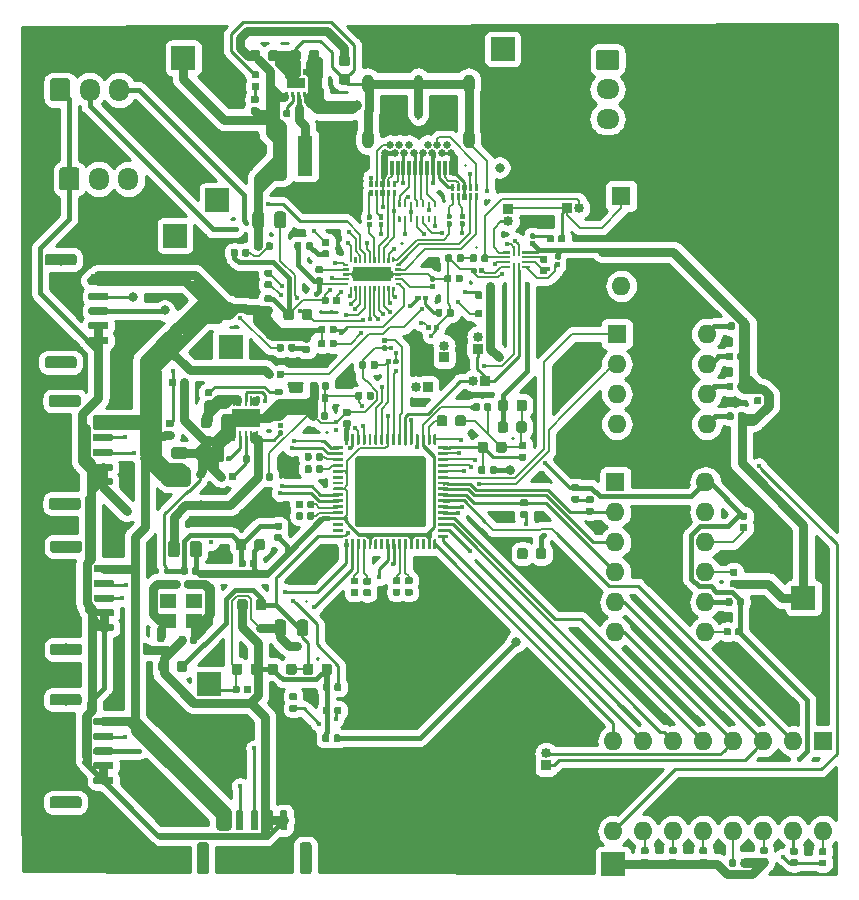
<source format=gbr>
G04 #@! TF.GenerationSoftware,KiCad,Pcbnew,(5.1.0)-1*
G04 #@! TF.CreationDate,2019-05-23T13:16:00+05:30*
G04 #@! TF.ProjectId,typec,74797065-632e-46b6-9963-61645f706362,rev?*
G04 #@! TF.SameCoordinates,Original*
G04 #@! TF.FileFunction,Copper,L1,Top*
G04 #@! TF.FilePolarity,Positive*
%FSLAX46Y46*%
G04 Gerber Fmt 4.6, Leading zero omitted, Abs format (unit mm)*
G04 Created by KiCad (PCBNEW (5.1.0)-1) date 2019-05-23 13:16:00*
%MOMM*%
%LPD*%
G04 APERTURE LIST*
%ADD10C,0.100000*%
%ADD11C,0.600000*%
%ADD12C,1.000000*%
%ADD13C,0.875000*%
%ADD14R,0.280000X0.850000*%
%ADD15R,2.400000X1.650000*%
%ADD16R,0.700000X0.280000*%
%ADD17R,1.600000X1.600000*%
%ADD18O,1.600000X1.600000*%
%ADD19R,2.000000X2.000000*%
%ADD20C,0.200000*%
%ADD21R,3.200000X1.200000*%
%ADD22C,0.590000*%
%ADD23C,0.400000*%
%ADD24C,0.300000*%
%ADD25C,0.975000*%
%ADD26R,0.300000X1.200000*%
%ADD27C,0.650000*%
%ADD28O,1.000000X1.600000*%
%ADD29R,0.200000X1.000000*%
%ADD30R,0.200000X0.700000*%
%ADD31C,6.000000*%
%ADD32C,0.500000*%
%ADD33C,0.250000*%
%ADD34R,1.400000X1.200000*%
%ADD35R,1.600000X0.900000*%
%ADD36R,0.850000X0.850000*%
%ADD37O,0.850000X0.850000*%
%ADD38C,1.700000*%
%ADD39O,1.950000X1.700000*%
%ADD40O,1.700000X1.950000*%
%ADD41R,1.300000X3.400000*%
%ADD42C,0.800000*%
%ADD43C,0.250000*%
%ADD44C,0.300000*%
%ADD45C,0.200000*%
%ADD46C,0.400000*%
%ADD47C,0.800000*%
%ADD48C,0.500000*%
%ADD49C,0.254000*%
G04 APERTURE END LIST*
D10*
G36*
X119430103Y-54655522D02*
G01*
X119444664Y-54657682D01*
X119458943Y-54661259D01*
X119472803Y-54666218D01*
X119486110Y-54672512D01*
X119498736Y-54680080D01*
X119510559Y-54688848D01*
X119521466Y-54698734D01*
X119531352Y-54709641D01*
X119540120Y-54721464D01*
X119547688Y-54734090D01*
X119553982Y-54747397D01*
X119558941Y-54761257D01*
X119562518Y-54775536D01*
X119564678Y-54790097D01*
X119565400Y-54804800D01*
X119565400Y-55104800D01*
X119564678Y-55119503D01*
X119562518Y-55134064D01*
X119558941Y-55148343D01*
X119553982Y-55162203D01*
X119547688Y-55175510D01*
X119540120Y-55188136D01*
X119531352Y-55199959D01*
X119521466Y-55210866D01*
X119510559Y-55220752D01*
X119498736Y-55229520D01*
X119486110Y-55237088D01*
X119472803Y-55243382D01*
X119458943Y-55248341D01*
X119444664Y-55251918D01*
X119430103Y-55254078D01*
X119415400Y-55254800D01*
X118015400Y-55254800D01*
X118000697Y-55254078D01*
X117986136Y-55251918D01*
X117971857Y-55248341D01*
X117957997Y-55243382D01*
X117944690Y-55237088D01*
X117932064Y-55229520D01*
X117920241Y-55220752D01*
X117909334Y-55210866D01*
X117899448Y-55199959D01*
X117890680Y-55188136D01*
X117883112Y-55175510D01*
X117876818Y-55162203D01*
X117871859Y-55148343D01*
X117868282Y-55134064D01*
X117866122Y-55119503D01*
X117865400Y-55104800D01*
X117865400Y-54804800D01*
X117866122Y-54790097D01*
X117868282Y-54775536D01*
X117871859Y-54761257D01*
X117876818Y-54747397D01*
X117883112Y-54734090D01*
X117890680Y-54721464D01*
X117899448Y-54709641D01*
X117909334Y-54698734D01*
X117920241Y-54688848D01*
X117932064Y-54680080D01*
X117944690Y-54672512D01*
X117957997Y-54666218D01*
X117971857Y-54661259D01*
X117986136Y-54657682D01*
X118000697Y-54655522D01*
X118015400Y-54654800D01*
X119415400Y-54654800D01*
X119430103Y-54655522D01*
X119430103Y-54655522D01*
G37*
D11*
X118715400Y-54954800D03*
D10*
G36*
X119430103Y-55905522D02*
G01*
X119444664Y-55907682D01*
X119458943Y-55911259D01*
X119472803Y-55916218D01*
X119486110Y-55922512D01*
X119498736Y-55930080D01*
X119510559Y-55938848D01*
X119521466Y-55948734D01*
X119531352Y-55959641D01*
X119540120Y-55971464D01*
X119547688Y-55984090D01*
X119553982Y-55997397D01*
X119558941Y-56011257D01*
X119562518Y-56025536D01*
X119564678Y-56040097D01*
X119565400Y-56054800D01*
X119565400Y-56354800D01*
X119564678Y-56369503D01*
X119562518Y-56384064D01*
X119558941Y-56398343D01*
X119553982Y-56412203D01*
X119547688Y-56425510D01*
X119540120Y-56438136D01*
X119531352Y-56449959D01*
X119521466Y-56460866D01*
X119510559Y-56470752D01*
X119498736Y-56479520D01*
X119486110Y-56487088D01*
X119472803Y-56493382D01*
X119458943Y-56498341D01*
X119444664Y-56501918D01*
X119430103Y-56504078D01*
X119415400Y-56504800D01*
X118015400Y-56504800D01*
X118000697Y-56504078D01*
X117986136Y-56501918D01*
X117971857Y-56498341D01*
X117957997Y-56493382D01*
X117944690Y-56487088D01*
X117932064Y-56479520D01*
X117920241Y-56470752D01*
X117909334Y-56460866D01*
X117899448Y-56449959D01*
X117890680Y-56438136D01*
X117883112Y-56425510D01*
X117876818Y-56412203D01*
X117871859Y-56398343D01*
X117868282Y-56384064D01*
X117866122Y-56369503D01*
X117865400Y-56354800D01*
X117865400Y-56054800D01*
X117866122Y-56040097D01*
X117868282Y-56025536D01*
X117871859Y-56011257D01*
X117876818Y-55997397D01*
X117883112Y-55984090D01*
X117890680Y-55971464D01*
X117899448Y-55959641D01*
X117909334Y-55948734D01*
X117920241Y-55938848D01*
X117932064Y-55930080D01*
X117944690Y-55922512D01*
X117957997Y-55916218D01*
X117971857Y-55911259D01*
X117986136Y-55907682D01*
X118000697Y-55905522D01*
X118015400Y-55904800D01*
X119415400Y-55904800D01*
X119430103Y-55905522D01*
X119430103Y-55905522D01*
G37*
D11*
X118715400Y-56204800D03*
D10*
G36*
X119430103Y-57155522D02*
G01*
X119444664Y-57157682D01*
X119458943Y-57161259D01*
X119472803Y-57166218D01*
X119486110Y-57172512D01*
X119498736Y-57180080D01*
X119510559Y-57188848D01*
X119521466Y-57198734D01*
X119531352Y-57209641D01*
X119540120Y-57221464D01*
X119547688Y-57234090D01*
X119553982Y-57247397D01*
X119558941Y-57261257D01*
X119562518Y-57275536D01*
X119564678Y-57290097D01*
X119565400Y-57304800D01*
X119565400Y-57604800D01*
X119564678Y-57619503D01*
X119562518Y-57634064D01*
X119558941Y-57648343D01*
X119553982Y-57662203D01*
X119547688Y-57675510D01*
X119540120Y-57688136D01*
X119531352Y-57699959D01*
X119521466Y-57710866D01*
X119510559Y-57720752D01*
X119498736Y-57729520D01*
X119486110Y-57737088D01*
X119472803Y-57743382D01*
X119458943Y-57748341D01*
X119444664Y-57751918D01*
X119430103Y-57754078D01*
X119415400Y-57754800D01*
X118015400Y-57754800D01*
X118000697Y-57754078D01*
X117986136Y-57751918D01*
X117971857Y-57748341D01*
X117957997Y-57743382D01*
X117944690Y-57737088D01*
X117932064Y-57729520D01*
X117920241Y-57720752D01*
X117909334Y-57710866D01*
X117899448Y-57699959D01*
X117890680Y-57688136D01*
X117883112Y-57675510D01*
X117876818Y-57662203D01*
X117871859Y-57648343D01*
X117868282Y-57634064D01*
X117866122Y-57619503D01*
X117865400Y-57604800D01*
X117865400Y-57304800D01*
X117866122Y-57290097D01*
X117868282Y-57275536D01*
X117871859Y-57261257D01*
X117876818Y-57247397D01*
X117883112Y-57234090D01*
X117890680Y-57221464D01*
X117899448Y-57209641D01*
X117909334Y-57198734D01*
X117920241Y-57188848D01*
X117932064Y-57180080D01*
X117944690Y-57172512D01*
X117957997Y-57166218D01*
X117971857Y-57161259D01*
X117986136Y-57157682D01*
X118000697Y-57155522D01*
X118015400Y-57154800D01*
X119415400Y-57154800D01*
X119430103Y-57155522D01*
X119430103Y-57155522D01*
G37*
D11*
X118715400Y-57454800D03*
D10*
G36*
X119430103Y-58405522D02*
G01*
X119444664Y-58407682D01*
X119458943Y-58411259D01*
X119472803Y-58416218D01*
X119486110Y-58422512D01*
X119498736Y-58430080D01*
X119510559Y-58438848D01*
X119521466Y-58448734D01*
X119531352Y-58459641D01*
X119540120Y-58471464D01*
X119547688Y-58484090D01*
X119553982Y-58497397D01*
X119558941Y-58511257D01*
X119562518Y-58525536D01*
X119564678Y-58540097D01*
X119565400Y-58554800D01*
X119565400Y-58854800D01*
X119564678Y-58869503D01*
X119562518Y-58884064D01*
X119558941Y-58898343D01*
X119553982Y-58912203D01*
X119547688Y-58925510D01*
X119540120Y-58938136D01*
X119531352Y-58949959D01*
X119521466Y-58960866D01*
X119510559Y-58970752D01*
X119498736Y-58979520D01*
X119486110Y-58987088D01*
X119472803Y-58993382D01*
X119458943Y-58998341D01*
X119444664Y-59001918D01*
X119430103Y-59004078D01*
X119415400Y-59004800D01*
X118015400Y-59004800D01*
X118000697Y-59004078D01*
X117986136Y-59001918D01*
X117971857Y-58998341D01*
X117957997Y-58993382D01*
X117944690Y-58987088D01*
X117932064Y-58979520D01*
X117920241Y-58970752D01*
X117909334Y-58960866D01*
X117899448Y-58949959D01*
X117890680Y-58938136D01*
X117883112Y-58925510D01*
X117876818Y-58912203D01*
X117871859Y-58898343D01*
X117868282Y-58884064D01*
X117866122Y-58869503D01*
X117865400Y-58854800D01*
X117865400Y-58554800D01*
X117866122Y-58540097D01*
X117868282Y-58525536D01*
X117871859Y-58511257D01*
X117876818Y-58497397D01*
X117883112Y-58484090D01*
X117890680Y-58471464D01*
X117899448Y-58459641D01*
X117909334Y-58448734D01*
X117920241Y-58438848D01*
X117932064Y-58430080D01*
X117944690Y-58422512D01*
X117957997Y-58416218D01*
X117971857Y-58411259D01*
X117986136Y-58407682D01*
X118000697Y-58405522D01*
X118015400Y-58404800D01*
X119415400Y-58404800D01*
X119430103Y-58405522D01*
X119430103Y-58405522D01*
G37*
D11*
X118715400Y-58704800D03*
D10*
G36*
X119430103Y-59655522D02*
G01*
X119444664Y-59657682D01*
X119458943Y-59661259D01*
X119472803Y-59666218D01*
X119486110Y-59672512D01*
X119498736Y-59680080D01*
X119510559Y-59688848D01*
X119521466Y-59698734D01*
X119531352Y-59709641D01*
X119540120Y-59721464D01*
X119547688Y-59734090D01*
X119553982Y-59747397D01*
X119558941Y-59761257D01*
X119562518Y-59775536D01*
X119564678Y-59790097D01*
X119565400Y-59804800D01*
X119565400Y-60104800D01*
X119564678Y-60119503D01*
X119562518Y-60134064D01*
X119558941Y-60148343D01*
X119553982Y-60162203D01*
X119547688Y-60175510D01*
X119540120Y-60188136D01*
X119531352Y-60199959D01*
X119521466Y-60210866D01*
X119510559Y-60220752D01*
X119498736Y-60229520D01*
X119486110Y-60237088D01*
X119472803Y-60243382D01*
X119458943Y-60248341D01*
X119444664Y-60251918D01*
X119430103Y-60254078D01*
X119415400Y-60254800D01*
X118015400Y-60254800D01*
X118000697Y-60254078D01*
X117986136Y-60251918D01*
X117971857Y-60248341D01*
X117957997Y-60243382D01*
X117944690Y-60237088D01*
X117932064Y-60229520D01*
X117920241Y-60220752D01*
X117909334Y-60210866D01*
X117899448Y-60199959D01*
X117890680Y-60188136D01*
X117883112Y-60175510D01*
X117876818Y-60162203D01*
X117871859Y-60148343D01*
X117868282Y-60134064D01*
X117866122Y-60119503D01*
X117865400Y-60104800D01*
X117865400Y-59804800D01*
X117866122Y-59790097D01*
X117868282Y-59775536D01*
X117871859Y-59761257D01*
X117876818Y-59747397D01*
X117883112Y-59734090D01*
X117890680Y-59721464D01*
X117899448Y-59709641D01*
X117909334Y-59698734D01*
X117920241Y-59688848D01*
X117932064Y-59680080D01*
X117944690Y-59672512D01*
X117957997Y-59666218D01*
X117971857Y-59661259D01*
X117986136Y-59657682D01*
X118000697Y-59655522D01*
X118015400Y-59654800D01*
X119415400Y-59654800D01*
X119430103Y-59655522D01*
X119430103Y-59655522D01*
G37*
D11*
X118715400Y-59954800D03*
D10*
G36*
X116639904Y-52606004D02*
G01*
X116664173Y-52609604D01*
X116687971Y-52615565D01*
X116711071Y-52623830D01*
X116733249Y-52634320D01*
X116754293Y-52646933D01*
X116773998Y-52661547D01*
X116792177Y-52678023D01*
X116808653Y-52696202D01*
X116823267Y-52715907D01*
X116835880Y-52736951D01*
X116846370Y-52759129D01*
X116854635Y-52782229D01*
X116860596Y-52806027D01*
X116864196Y-52830296D01*
X116865400Y-52854800D01*
X116865400Y-53354800D01*
X116864196Y-53379304D01*
X116860596Y-53403573D01*
X116854635Y-53427371D01*
X116846370Y-53450471D01*
X116835880Y-53472649D01*
X116823267Y-53493693D01*
X116808653Y-53513398D01*
X116792177Y-53531577D01*
X116773998Y-53548053D01*
X116754293Y-53562667D01*
X116733249Y-53575280D01*
X116711071Y-53585770D01*
X116687971Y-53594035D01*
X116664173Y-53599996D01*
X116639904Y-53603596D01*
X116615400Y-53604800D01*
X114415400Y-53604800D01*
X114390896Y-53603596D01*
X114366627Y-53599996D01*
X114342829Y-53594035D01*
X114319729Y-53585770D01*
X114297551Y-53575280D01*
X114276507Y-53562667D01*
X114256802Y-53548053D01*
X114238623Y-53531577D01*
X114222147Y-53513398D01*
X114207533Y-53493693D01*
X114194920Y-53472649D01*
X114184430Y-53450471D01*
X114176165Y-53427371D01*
X114170204Y-53403573D01*
X114166604Y-53379304D01*
X114165400Y-53354800D01*
X114165400Y-52854800D01*
X114166604Y-52830296D01*
X114170204Y-52806027D01*
X114176165Y-52782229D01*
X114184430Y-52759129D01*
X114194920Y-52736951D01*
X114207533Y-52715907D01*
X114222147Y-52696202D01*
X114238623Y-52678023D01*
X114256802Y-52661547D01*
X114276507Y-52646933D01*
X114297551Y-52634320D01*
X114319729Y-52623830D01*
X114342829Y-52615565D01*
X114366627Y-52609604D01*
X114390896Y-52606004D01*
X114415400Y-52604800D01*
X116615400Y-52604800D01*
X116639904Y-52606004D01*
X116639904Y-52606004D01*
G37*
D12*
X115515400Y-53104800D03*
D10*
G36*
X116639904Y-61306004D02*
G01*
X116664173Y-61309604D01*
X116687971Y-61315565D01*
X116711071Y-61323830D01*
X116733249Y-61334320D01*
X116754293Y-61346933D01*
X116773998Y-61361547D01*
X116792177Y-61378023D01*
X116808653Y-61396202D01*
X116823267Y-61415907D01*
X116835880Y-61436951D01*
X116846370Y-61459129D01*
X116854635Y-61482229D01*
X116860596Y-61506027D01*
X116864196Y-61530296D01*
X116865400Y-61554800D01*
X116865400Y-62054800D01*
X116864196Y-62079304D01*
X116860596Y-62103573D01*
X116854635Y-62127371D01*
X116846370Y-62150471D01*
X116835880Y-62172649D01*
X116823267Y-62193693D01*
X116808653Y-62213398D01*
X116792177Y-62231577D01*
X116773998Y-62248053D01*
X116754293Y-62262667D01*
X116733249Y-62275280D01*
X116711071Y-62285770D01*
X116687971Y-62294035D01*
X116664173Y-62299996D01*
X116639904Y-62303596D01*
X116615400Y-62304800D01*
X114415400Y-62304800D01*
X114390896Y-62303596D01*
X114366627Y-62299996D01*
X114342829Y-62294035D01*
X114319729Y-62285770D01*
X114297551Y-62275280D01*
X114276507Y-62262667D01*
X114256802Y-62248053D01*
X114238623Y-62231577D01*
X114222147Y-62213398D01*
X114207533Y-62193693D01*
X114194920Y-62172649D01*
X114184430Y-62150471D01*
X114176165Y-62127371D01*
X114170204Y-62103573D01*
X114166604Y-62079304D01*
X114165400Y-62054800D01*
X114165400Y-61554800D01*
X114166604Y-61530296D01*
X114170204Y-61506027D01*
X114176165Y-61482229D01*
X114184430Y-61459129D01*
X114194920Y-61436951D01*
X114207533Y-61415907D01*
X114222147Y-61396202D01*
X114238623Y-61378023D01*
X114256802Y-61361547D01*
X114276507Y-61346933D01*
X114297551Y-61334320D01*
X114319729Y-61323830D01*
X114342829Y-61315565D01*
X114366627Y-61309604D01*
X114390896Y-61306004D01*
X114415400Y-61304800D01*
X116615400Y-61304800D01*
X116639904Y-61306004D01*
X116639904Y-61306004D01*
G37*
D12*
X115515400Y-61804800D03*
D10*
G36*
X132275892Y-87309854D02*
G01*
X132297127Y-87313004D01*
X132317951Y-87318220D01*
X132338163Y-87325452D01*
X132357569Y-87334631D01*
X132375982Y-87345667D01*
X132393225Y-87358455D01*
X132409131Y-87372871D01*
X132423547Y-87388777D01*
X132436335Y-87406020D01*
X132447371Y-87424433D01*
X132456550Y-87443839D01*
X132463782Y-87464051D01*
X132468998Y-87484875D01*
X132472148Y-87506110D01*
X132473201Y-87527551D01*
X132473201Y-88040051D01*
X132472148Y-88061492D01*
X132468998Y-88082727D01*
X132463782Y-88103551D01*
X132456550Y-88123763D01*
X132447371Y-88143169D01*
X132436335Y-88161582D01*
X132423547Y-88178825D01*
X132409131Y-88194731D01*
X132393225Y-88209147D01*
X132375982Y-88221935D01*
X132357569Y-88232971D01*
X132338163Y-88242150D01*
X132317951Y-88249382D01*
X132297127Y-88254598D01*
X132275892Y-88257748D01*
X132254451Y-88258801D01*
X131816951Y-88258801D01*
X131795510Y-88257748D01*
X131774275Y-88254598D01*
X131753451Y-88249382D01*
X131733239Y-88242150D01*
X131713833Y-88232971D01*
X131695420Y-88221935D01*
X131678177Y-88209147D01*
X131662271Y-88194731D01*
X131647855Y-88178825D01*
X131635067Y-88161582D01*
X131624031Y-88143169D01*
X131614852Y-88123763D01*
X131607620Y-88103551D01*
X131602404Y-88082727D01*
X131599254Y-88061492D01*
X131598201Y-88040051D01*
X131598201Y-87527551D01*
X131599254Y-87506110D01*
X131602404Y-87484875D01*
X131607620Y-87464051D01*
X131614852Y-87443839D01*
X131624031Y-87424433D01*
X131635067Y-87406020D01*
X131647855Y-87388777D01*
X131662271Y-87372871D01*
X131678177Y-87358455D01*
X131695420Y-87345667D01*
X131713833Y-87334631D01*
X131733239Y-87325452D01*
X131753451Y-87318220D01*
X131774275Y-87313004D01*
X131795510Y-87309854D01*
X131816951Y-87308801D01*
X132254451Y-87308801D01*
X132275892Y-87309854D01*
X132275892Y-87309854D01*
G37*
D13*
X132035701Y-87783801D03*
D10*
G36*
X130700892Y-87309854D02*
G01*
X130722127Y-87313004D01*
X130742951Y-87318220D01*
X130763163Y-87325452D01*
X130782569Y-87334631D01*
X130800982Y-87345667D01*
X130818225Y-87358455D01*
X130834131Y-87372871D01*
X130848547Y-87388777D01*
X130861335Y-87406020D01*
X130872371Y-87424433D01*
X130881550Y-87443839D01*
X130888782Y-87464051D01*
X130893998Y-87484875D01*
X130897148Y-87506110D01*
X130898201Y-87527551D01*
X130898201Y-88040051D01*
X130897148Y-88061492D01*
X130893998Y-88082727D01*
X130888782Y-88103551D01*
X130881550Y-88123763D01*
X130872371Y-88143169D01*
X130861335Y-88161582D01*
X130848547Y-88178825D01*
X130834131Y-88194731D01*
X130818225Y-88209147D01*
X130800982Y-88221935D01*
X130782569Y-88232971D01*
X130763163Y-88242150D01*
X130742951Y-88249382D01*
X130722127Y-88254598D01*
X130700892Y-88257748D01*
X130679451Y-88258801D01*
X130241951Y-88258801D01*
X130220510Y-88257748D01*
X130199275Y-88254598D01*
X130178451Y-88249382D01*
X130158239Y-88242150D01*
X130138833Y-88232971D01*
X130120420Y-88221935D01*
X130103177Y-88209147D01*
X130087271Y-88194731D01*
X130072855Y-88178825D01*
X130060067Y-88161582D01*
X130049031Y-88143169D01*
X130039852Y-88123763D01*
X130032620Y-88103551D01*
X130027404Y-88082727D01*
X130024254Y-88061492D01*
X130023201Y-88040051D01*
X130023201Y-87527551D01*
X130024254Y-87506110D01*
X130027404Y-87484875D01*
X130032620Y-87464051D01*
X130039852Y-87443839D01*
X130049031Y-87424433D01*
X130060067Y-87406020D01*
X130072855Y-87388777D01*
X130087271Y-87372871D01*
X130103177Y-87358455D01*
X130120420Y-87345667D01*
X130138833Y-87334631D01*
X130158239Y-87325452D01*
X130178451Y-87318220D01*
X130199275Y-87313004D01*
X130220510Y-87309854D01*
X130241951Y-87308801D01*
X130679451Y-87308801D01*
X130700892Y-87309854D01*
X130700892Y-87309854D01*
G37*
D13*
X130460701Y-87783801D03*
D14*
X132173220Y-68015380D03*
X130673220Y-68015380D03*
X131173220Y-65065380D03*
X130173220Y-68015380D03*
X132173220Y-65065380D03*
D15*
X131173220Y-66540380D03*
D14*
X130673220Y-65065380D03*
D16*
X132723220Y-66290380D03*
X129623220Y-66790380D03*
D14*
X131673220Y-68015380D03*
D16*
X132723220Y-66790380D03*
X129623220Y-66290380D03*
D14*
X131673220Y-65065380D03*
X130173220Y-65065380D03*
X131173220Y-68015380D03*
D17*
X162598100Y-59405520D03*
D18*
X170218100Y-67025520D03*
X162598100Y-61945520D03*
X170218100Y-64485520D03*
X162598100Y-64485520D03*
X170218100Y-61945520D03*
X162598100Y-67025520D03*
X170218100Y-59405520D03*
D19*
X128070860Y-89032520D03*
D10*
G36*
X155204161Y-52411641D02*
G01*
X155209015Y-52412361D01*
X155213774Y-52413553D01*
X155218394Y-52415206D01*
X155222830Y-52417304D01*
X155227039Y-52419827D01*
X155230980Y-52422749D01*
X155234615Y-52426045D01*
X155237911Y-52429680D01*
X155240833Y-52433621D01*
X155243356Y-52437830D01*
X155245454Y-52442266D01*
X155247107Y-52446886D01*
X155248299Y-52451645D01*
X155249019Y-52456499D01*
X155249260Y-52461400D01*
X155249260Y-52561400D01*
X155249019Y-52566301D01*
X155248299Y-52571155D01*
X155247107Y-52575914D01*
X155245454Y-52580534D01*
X155243356Y-52584970D01*
X155240833Y-52589179D01*
X155237911Y-52593120D01*
X155234615Y-52596755D01*
X155230980Y-52600051D01*
X155227039Y-52602973D01*
X155222830Y-52605496D01*
X155218394Y-52607594D01*
X155213774Y-52609247D01*
X155209015Y-52610439D01*
X155204161Y-52611159D01*
X155199260Y-52611400D01*
X154649260Y-52611400D01*
X154644359Y-52611159D01*
X154639505Y-52610439D01*
X154634746Y-52609247D01*
X154630126Y-52607594D01*
X154625690Y-52605496D01*
X154621481Y-52602973D01*
X154617540Y-52600051D01*
X154613905Y-52596755D01*
X154610609Y-52593120D01*
X154607687Y-52589179D01*
X154605164Y-52584970D01*
X154603066Y-52580534D01*
X154601413Y-52575914D01*
X154600221Y-52571155D01*
X154599501Y-52566301D01*
X154599260Y-52561400D01*
X154599260Y-52461400D01*
X154599501Y-52456499D01*
X154600221Y-52451645D01*
X154601413Y-52446886D01*
X154603066Y-52442266D01*
X154605164Y-52437830D01*
X154607687Y-52433621D01*
X154610609Y-52429680D01*
X154613905Y-52426045D01*
X154617540Y-52422749D01*
X154621481Y-52419827D01*
X154625690Y-52417304D01*
X154630126Y-52415206D01*
X154634746Y-52413553D01*
X154639505Y-52412361D01*
X154644359Y-52411641D01*
X154649260Y-52411400D01*
X155199260Y-52411400D01*
X155204161Y-52411641D01*
X155204161Y-52411641D01*
G37*
D20*
X154924260Y-52511400D03*
D10*
G36*
X154354161Y-53411641D02*
G01*
X154359015Y-53412361D01*
X154363774Y-53413553D01*
X154368394Y-53415206D01*
X154372830Y-53417304D01*
X154377039Y-53419827D01*
X154380980Y-53422749D01*
X154384615Y-53426045D01*
X154387911Y-53429680D01*
X154390833Y-53433621D01*
X154393356Y-53437830D01*
X154395454Y-53442266D01*
X154397107Y-53446886D01*
X154398299Y-53451645D01*
X154399019Y-53456499D01*
X154399260Y-53461400D01*
X154399260Y-54211400D01*
X154399019Y-54216301D01*
X154398299Y-54221155D01*
X154397107Y-54225914D01*
X154395454Y-54230534D01*
X154393356Y-54234970D01*
X154390833Y-54239179D01*
X154387911Y-54243120D01*
X154384615Y-54246755D01*
X154380980Y-54250051D01*
X154377039Y-54252973D01*
X154372830Y-54255496D01*
X154368394Y-54257594D01*
X154363774Y-54259247D01*
X154359015Y-54260439D01*
X154354161Y-54261159D01*
X154349260Y-54261400D01*
X154249260Y-54261400D01*
X154244359Y-54261159D01*
X154239505Y-54260439D01*
X154234746Y-54259247D01*
X154230126Y-54257594D01*
X154225690Y-54255496D01*
X154221481Y-54252973D01*
X154217540Y-54250051D01*
X154213905Y-54246755D01*
X154210609Y-54243120D01*
X154207687Y-54239179D01*
X154205164Y-54234970D01*
X154203066Y-54230534D01*
X154201413Y-54225914D01*
X154200221Y-54221155D01*
X154199501Y-54216301D01*
X154199260Y-54211400D01*
X154199260Y-53461400D01*
X154199501Y-53456499D01*
X154200221Y-53451645D01*
X154201413Y-53446886D01*
X154203066Y-53442266D01*
X154205164Y-53437830D01*
X154207687Y-53433621D01*
X154210609Y-53429680D01*
X154213905Y-53426045D01*
X154217540Y-53422749D01*
X154221481Y-53419827D01*
X154225690Y-53417304D01*
X154230126Y-53415206D01*
X154234746Y-53413553D01*
X154239505Y-53412361D01*
X154244359Y-53411641D01*
X154249260Y-53411400D01*
X154349260Y-53411400D01*
X154354161Y-53411641D01*
X154354161Y-53411641D01*
G37*
D20*
X154299260Y-53836400D03*
D10*
G36*
X153954161Y-51961641D02*
G01*
X153959015Y-51962361D01*
X153963774Y-51963553D01*
X153968394Y-51965206D01*
X153972830Y-51967304D01*
X153977039Y-51969827D01*
X153980980Y-51972749D01*
X153984615Y-51976045D01*
X153987911Y-51979680D01*
X153990833Y-51983621D01*
X153993356Y-51987830D01*
X153995454Y-51992266D01*
X153997107Y-51996886D01*
X153998299Y-52001645D01*
X153999019Y-52006499D01*
X153999260Y-52011400D01*
X153999260Y-52761400D01*
X153999019Y-52766301D01*
X153998299Y-52771155D01*
X153997107Y-52775914D01*
X153995454Y-52780534D01*
X153993356Y-52784970D01*
X153990833Y-52789179D01*
X153987911Y-52793120D01*
X153984615Y-52796755D01*
X153980980Y-52800051D01*
X153977039Y-52802973D01*
X153972830Y-52805496D01*
X153968394Y-52807594D01*
X153963774Y-52809247D01*
X153959015Y-52810439D01*
X153954161Y-52811159D01*
X153949260Y-52811400D01*
X153849260Y-52811400D01*
X153844359Y-52811159D01*
X153839505Y-52810439D01*
X153834746Y-52809247D01*
X153830126Y-52807594D01*
X153825690Y-52805496D01*
X153821481Y-52802973D01*
X153817540Y-52800051D01*
X153813905Y-52796755D01*
X153810609Y-52793120D01*
X153807687Y-52789179D01*
X153805164Y-52784970D01*
X153803066Y-52780534D01*
X153801413Y-52775914D01*
X153800221Y-52771155D01*
X153799501Y-52766301D01*
X153799260Y-52761400D01*
X153799260Y-52011400D01*
X153799501Y-52006499D01*
X153800221Y-52001645D01*
X153801413Y-51996886D01*
X153803066Y-51992266D01*
X153805164Y-51987830D01*
X153807687Y-51983621D01*
X153810609Y-51979680D01*
X153813905Y-51976045D01*
X153817540Y-51972749D01*
X153821481Y-51969827D01*
X153825690Y-51967304D01*
X153830126Y-51965206D01*
X153834746Y-51963553D01*
X153839505Y-51962361D01*
X153844359Y-51961641D01*
X153849260Y-51961400D01*
X153949260Y-51961400D01*
X153954161Y-51961641D01*
X153954161Y-51961641D01*
G37*
D20*
X153899260Y-52386400D03*
D10*
G36*
X153554161Y-53211641D02*
G01*
X153559015Y-53212361D01*
X153563774Y-53213553D01*
X153568394Y-53215206D01*
X153572830Y-53217304D01*
X153577039Y-53219827D01*
X153580980Y-53222749D01*
X153584615Y-53226045D01*
X153587911Y-53229680D01*
X153590833Y-53233621D01*
X153593356Y-53237830D01*
X153595454Y-53242266D01*
X153597107Y-53246886D01*
X153598299Y-53251645D01*
X153599019Y-53256499D01*
X153599260Y-53261400D01*
X153599260Y-53361400D01*
X153599019Y-53366301D01*
X153598299Y-53371155D01*
X153597107Y-53375914D01*
X153595454Y-53380534D01*
X153593356Y-53384970D01*
X153590833Y-53389179D01*
X153587911Y-53393120D01*
X153584615Y-53396755D01*
X153580980Y-53400051D01*
X153577039Y-53402973D01*
X153572830Y-53405496D01*
X153568394Y-53407594D01*
X153563774Y-53409247D01*
X153559015Y-53410439D01*
X153554161Y-53411159D01*
X153549260Y-53411400D01*
X152999260Y-53411400D01*
X152994359Y-53411159D01*
X152989505Y-53410439D01*
X152984746Y-53409247D01*
X152980126Y-53407594D01*
X152975690Y-53405496D01*
X152971481Y-53402973D01*
X152967540Y-53400051D01*
X152963905Y-53396755D01*
X152960609Y-53393120D01*
X152957687Y-53389179D01*
X152955164Y-53384970D01*
X152953066Y-53380534D01*
X152951413Y-53375914D01*
X152950221Y-53371155D01*
X152949501Y-53366301D01*
X152949260Y-53361400D01*
X152949260Y-53261400D01*
X152949501Y-53256499D01*
X152950221Y-53251645D01*
X152951413Y-53246886D01*
X152953066Y-53242266D01*
X152955164Y-53237830D01*
X152957687Y-53233621D01*
X152960609Y-53229680D01*
X152963905Y-53226045D01*
X152967540Y-53222749D01*
X152971481Y-53219827D01*
X152975690Y-53217304D01*
X152980126Y-53215206D01*
X152984746Y-53213553D01*
X152989505Y-53212361D01*
X152994359Y-53211641D01*
X152999260Y-53211400D01*
X153549260Y-53211400D01*
X153554161Y-53211641D01*
X153554161Y-53211641D01*
G37*
D20*
X153274260Y-53311400D03*
D10*
G36*
X155204161Y-53211641D02*
G01*
X155209015Y-53212361D01*
X155213774Y-53213553D01*
X155218394Y-53215206D01*
X155222830Y-53217304D01*
X155227039Y-53219827D01*
X155230980Y-53222749D01*
X155234615Y-53226045D01*
X155237911Y-53229680D01*
X155240833Y-53233621D01*
X155243356Y-53237830D01*
X155245454Y-53242266D01*
X155247107Y-53246886D01*
X155248299Y-53251645D01*
X155249019Y-53256499D01*
X155249260Y-53261400D01*
X155249260Y-53361400D01*
X155249019Y-53366301D01*
X155248299Y-53371155D01*
X155247107Y-53375914D01*
X155245454Y-53380534D01*
X155243356Y-53384970D01*
X155240833Y-53389179D01*
X155237911Y-53393120D01*
X155234615Y-53396755D01*
X155230980Y-53400051D01*
X155227039Y-53402973D01*
X155222830Y-53405496D01*
X155218394Y-53407594D01*
X155213774Y-53409247D01*
X155209015Y-53410439D01*
X155204161Y-53411159D01*
X155199260Y-53411400D01*
X154649260Y-53411400D01*
X154644359Y-53411159D01*
X154639505Y-53410439D01*
X154634746Y-53409247D01*
X154630126Y-53407594D01*
X154625690Y-53405496D01*
X154621481Y-53402973D01*
X154617540Y-53400051D01*
X154613905Y-53396755D01*
X154610609Y-53393120D01*
X154607687Y-53389179D01*
X154605164Y-53384970D01*
X154603066Y-53380534D01*
X154601413Y-53375914D01*
X154600221Y-53371155D01*
X154599501Y-53366301D01*
X154599260Y-53361400D01*
X154599260Y-53261400D01*
X154599501Y-53256499D01*
X154600221Y-53251645D01*
X154601413Y-53246886D01*
X154603066Y-53242266D01*
X154605164Y-53237830D01*
X154607687Y-53233621D01*
X154610609Y-53229680D01*
X154613905Y-53226045D01*
X154617540Y-53222749D01*
X154621481Y-53219827D01*
X154625690Y-53217304D01*
X154630126Y-53215206D01*
X154634746Y-53213553D01*
X154639505Y-53212361D01*
X154644359Y-53211641D01*
X154649260Y-53211400D01*
X155199260Y-53211400D01*
X155204161Y-53211641D01*
X155204161Y-53211641D01*
G37*
D20*
X154924260Y-53311400D03*
D10*
G36*
X153554161Y-52411641D02*
G01*
X153559015Y-52412361D01*
X153563774Y-52413553D01*
X153568394Y-52415206D01*
X153572830Y-52417304D01*
X153577039Y-52419827D01*
X153580980Y-52422749D01*
X153584615Y-52426045D01*
X153587911Y-52429680D01*
X153590833Y-52433621D01*
X153593356Y-52437830D01*
X153595454Y-52442266D01*
X153597107Y-52446886D01*
X153598299Y-52451645D01*
X153599019Y-52456499D01*
X153599260Y-52461400D01*
X153599260Y-52561400D01*
X153599019Y-52566301D01*
X153598299Y-52571155D01*
X153597107Y-52575914D01*
X153595454Y-52580534D01*
X153593356Y-52584970D01*
X153590833Y-52589179D01*
X153587911Y-52593120D01*
X153584615Y-52596755D01*
X153580980Y-52600051D01*
X153577039Y-52602973D01*
X153572830Y-52605496D01*
X153568394Y-52607594D01*
X153563774Y-52609247D01*
X153559015Y-52610439D01*
X153554161Y-52611159D01*
X153549260Y-52611400D01*
X152999260Y-52611400D01*
X152994359Y-52611159D01*
X152989505Y-52610439D01*
X152984746Y-52609247D01*
X152980126Y-52607594D01*
X152975690Y-52605496D01*
X152971481Y-52602973D01*
X152967540Y-52600051D01*
X152963905Y-52596755D01*
X152960609Y-52593120D01*
X152957687Y-52589179D01*
X152955164Y-52584970D01*
X152953066Y-52580534D01*
X152951413Y-52575914D01*
X152950221Y-52571155D01*
X152949501Y-52566301D01*
X152949260Y-52561400D01*
X152949260Y-52461400D01*
X152949501Y-52456499D01*
X152950221Y-52451645D01*
X152951413Y-52446886D01*
X152953066Y-52442266D01*
X152955164Y-52437830D01*
X152957687Y-52433621D01*
X152960609Y-52429680D01*
X152963905Y-52426045D01*
X152967540Y-52422749D01*
X152971481Y-52419827D01*
X152975690Y-52417304D01*
X152980126Y-52415206D01*
X152984746Y-52413553D01*
X152989505Y-52412361D01*
X152994359Y-52411641D01*
X152999260Y-52411400D01*
X153549260Y-52411400D01*
X153554161Y-52411641D01*
X153554161Y-52411641D01*
G37*
D20*
X153274260Y-52511400D03*
D10*
G36*
X155204161Y-52811641D02*
G01*
X155209015Y-52812361D01*
X155213774Y-52813553D01*
X155218394Y-52815206D01*
X155222830Y-52817304D01*
X155227039Y-52819827D01*
X155230980Y-52822749D01*
X155234615Y-52826045D01*
X155237911Y-52829680D01*
X155240833Y-52833621D01*
X155243356Y-52837830D01*
X155245454Y-52842266D01*
X155247107Y-52846886D01*
X155248299Y-52851645D01*
X155249019Y-52856499D01*
X155249260Y-52861400D01*
X155249260Y-52961400D01*
X155249019Y-52966301D01*
X155248299Y-52971155D01*
X155247107Y-52975914D01*
X155245454Y-52980534D01*
X155243356Y-52984970D01*
X155240833Y-52989179D01*
X155237911Y-52993120D01*
X155234615Y-52996755D01*
X155230980Y-53000051D01*
X155227039Y-53002973D01*
X155222830Y-53005496D01*
X155218394Y-53007594D01*
X155213774Y-53009247D01*
X155209015Y-53010439D01*
X155204161Y-53011159D01*
X155199260Y-53011400D01*
X154649260Y-53011400D01*
X154644359Y-53011159D01*
X154639505Y-53010439D01*
X154634746Y-53009247D01*
X154630126Y-53007594D01*
X154625690Y-53005496D01*
X154621481Y-53002973D01*
X154617540Y-53000051D01*
X154613905Y-52996755D01*
X154610609Y-52993120D01*
X154607687Y-52989179D01*
X154605164Y-52984970D01*
X154603066Y-52980534D01*
X154601413Y-52975914D01*
X154600221Y-52971155D01*
X154599501Y-52966301D01*
X154599260Y-52961400D01*
X154599260Y-52861400D01*
X154599501Y-52856499D01*
X154600221Y-52851645D01*
X154601413Y-52846886D01*
X154603066Y-52842266D01*
X154605164Y-52837830D01*
X154607687Y-52833621D01*
X154610609Y-52829680D01*
X154613905Y-52826045D01*
X154617540Y-52822749D01*
X154621481Y-52819827D01*
X154625690Y-52817304D01*
X154630126Y-52815206D01*
X154634746Y-52813553D01*
X154639505Y-52812361D01*
X154644359Y-52811641D01*
X154649260Y-52811400D01*
X155199260Y-52811400D01*
X155204161Y-52811641D01*
X155204161Y-52811641D01*
G37*
D20*
X154924260Y-52911400D03*
D10*
G36*
X154354161Y-51961641D02*
G01*
X154359015Y-51962361D01*
X154363774Y-51963553D01*
X154368394Y-51965206D01*
X154372830Y-51967304D01*
X154377039Y-51969827D01*
X154380980Y-51972749D01*
X154384615Y-51976045D01*
X154387911Y-51979680D01*
X154390833Y-51983621D01*
X154393356Y-51987830D01*
X154395454Y-51992266D01*
X154397107Y-51996886D01*
X154398299Y-52001645D01*
X154399019Y-52006499D01*
X154399260Y-52011400D01*
X154399260Y-52761400D01*
X154399019Y-52766301D01*
X154398299Y-52771155D01*
X154397107Y-52775914D01*
X154395454Y-52780534D01*
X154393356Y-52784970D01*
X154390833Y-52789179D01*
X154387911Y-52793120D01*
X154384615Y-52796755D01*
X154380980Y-52800051D01*
X154377039Y-52802973D01*
X154372830Y-52805496D01*
X154368394Y-52807594D01*
X154363774Y-52809247D01*
X154359015Y-52810439D01*
X154354161Y-52811159D01*
X154349260Y-52811400D01*
X154249260Y-52811400D01*
X154244359Y-52811159D01*
X154239505Y-52810439D01*
X154234746Y-52809247D01*
X154230126Y-52807594D01*
X154225690Y-52805496D01*
X154221481Y-52802973D01*
X154217540Y-52800051D01*
X154213905Y-52796755D01*
X154210609Y-52793120D01*
X154207687Y-52789179D01*
X154205164Y-52784970D01*
X154203066Y-52780534D01*
X154201413Y-52775914D01*
X154200221Y-52771155D01*
X154199501Y-52766301D01*
X154199260Y-52761400D01*
X154199260Y-52011400D01*
X154199501Y-52006499D01*
X154200221Y-52001645D01*
X154201413Y-51996886D01*
X154203066Y-51992266D01*
X154205164Y-51987830D01*
X154207687Y-51983621D01*
X154210609Y-51979680D01*
X154213905Y-51976045D01*
X154217540Y-51972749D01*
X154221481Y-51969827D01*
X154225690Y-51967304D01*
X154230126Y-51965206D01*
X154234746Y-51963553D01*
X154239505Y-51962361D01*
X154244359Y-51961641D01*
X154249260Y-51961400D01*
X154349260Y-51961400D01*
X154354161Y-51961641D01*
X154354161Y-51961641D01*
G37*
D20*
X154299260Y-52386400D03*
D10*
G36*
X153554161Y-53611641D02*
G01*
X153559015Y-53612361D01*
X153563774Y-53613553D01*
X153568394Y-53615206D01*
X153572830Y-53617304D01*
X153577039Y-53619827D01*
X153580980Y-53622749D01*
X153584615Y-53626045D01*
X153587911Y-53629680D01*
X153590833Y-53633621D01*
X153593356Y-53637830D01*
X153595454Y-53642266D01*
X153597107Y-53646886D01*
X153598299Y-53651645D01*
X153599019Y-53656499D01*
X153599260Y-53661400D01*
X153599260Y-53761400D01*
X153599019Y-53766301D01*
X153598299Y-53771155D01*
X153597107Y-53775914D01*
X153595454Y-53780534D01*
X153593356Y-53784970D01*
X153590833Y-53789179D01*
X153587911Y-53793120D01*
X153584615Y-53796755D01*
X153580980Y-53800051D01*
X153577039Y-53802973D01*
X153572830Y-53805496D01*
X153568394Y-53807594D01*
X153563774Y-53809247D01*
X153559015Y-53810439D01*
X153554161Y-53811159D01*
X153549260Y-53811400D01*
X152999260Y-53811400D01*
X152994359Y-53811159D01*
X152989505Y-53810439D01*
X152984746Y-53809247D01*
X152980126Y-53807594D01*
X152975690Y-53805496D01*
X152971481Y-53802973D01*
X152967540Y-53800051D01*
X152963905Y-53796755D01*
X152960609Y-53793120D01*
X152957687Y-53789179D01*
X152955164Y-53784970D01*
X152953066Y-53780534D01*
X152951413Y-53775914D01*
X152950221Y-53771155D01*
X152949501Y-53766301D01*
X152949260Y-53761400D01*
X152949260Y-53661400D01*
X152949501Y-53656499D01*
X152950221Y-53651645D01*
X152951413Y-53646886D01*
X152953066Y-53642266D01*
X152955164Y-53637830D01*
X152957687Y-53633621D01*
X152960609Y-53629680D01*
X152963905Y-53626045D01*
X152967540Y-53622749D01*
X152971481Y-53619827D01*
X152975690Y-53617304D01*
X152980126Y-53615206D01*
X152984746Y-53613553D01*
X152989505Y-53612361D01*
X152994359Y-53611641D01*
X152999260Y-53611400D01*
X153549260Y-53611400D01*
X153554161Y-53611641D01*
X153554161Y-53611641D01*
G37*
D20*
X153274260Y-53711400D03*
D10*
G36*
X155204161Y-53611641D02*
G01*
X155209015Y-53612361D01*
X155213774Y-53613553D01*
X155218394Y-53615206D01*
X155222830Y-53617304D01*
X155227039Y-53619827D01*
X155230980Y-53622749D01*
X155234615Y-53626045D01*
X155237911Y-53629680D01*
X155240833Y-53633621D01*
X155243356Y-53637830D01*
X155245454Y-53642266D01*
X155247107Y-53646886D01*
X155248299Y-53651645D01*
X155249019Y-53656499D01*
X155249260Y-53661400D01*
X155249260Y-53761400D01*
X155249019Y-53766301D01*
X155248299Y-53771155D01*
X155247107Y-53775914D01*
X155245454Y-53780534D01*
X155243356Y-53784970D01*
X155240833Y-53789179D01*
X155237911Y-53793120D01*
X155234615Y-53796755D01*
X155230980Y-53800051D01*
X155227039Y-53802973D01*
X155222830Y-53805496D01*
X155218394Y-53807594D01*
X155213774Y-53809247D01*
X155209015Y-53810439D01*
X155204161Y-53811159D01*
X155199260Y-53811400D01*
X154649260Y-53811400D01*
X154644359Y-53811159D01*
X154639505Y-53810439D01*
X154634746Y-53809247D01*
X154630126Y-53807594D01*
X154625690Y-53805496D01*
X154621481Y-53802973D01*
X154617540Y-53800051D01*
X154613905Y-53796755D01*
X154610609Y-53793120D01*
X154607687Y-53789179D01*
X154605164Y-53784970D01*
X154603066Y-53780534D01*
X154601413Y-53775914D01*
X154600221Y-53771155D01*
X154599501Y-53766301D01*
X154599260Y-53761400D01*
X154599260Y-53661400D01*
X154599501Y-53656499D01*
X154600221Y-53651645D01*
X154601413Y-53646886D01*
X154603066Y-53642266D01*
X154605164Y-53637830D01*
X154607687Y-53633621D01*
X154610609Y-53629680D01*
X154613905Y-53626045D01*
X154617540Y-53622749D01*
X154621481Y-53619827D01*
X154625690Y-53617304D01*
X154630126Y-53615206D01*
X154634746Y-53613553D01*
X154639505Y-53612361D01*
X154644359Y-53611641D01*
X154649260Y-53611400D01*
X155199260Y-53611400D01*
X155204161Y-53611641D01*
X155204161Y-53611641D01*
G37*
D20*
X154924260Y-53711400D03*
D10*
G36*
X153554161Y-52811641D02*
G01*
X153559015Y-52812361D01*
X153563774Y-52813553D01*
X153568394Y-52815206D01*
X153572830Y-52817304D01*
X153577039Y-52819827D01*
X153580980Y-52822749D01*
X153584615Y-52826045D01*
X153587911Y-52829680D01*
X153590833Y-52833621D01*
X153593356Y-52837830D01*
X153595454Y-52842266D01*
X153597107Y-52846886D01*
X153598299Y-52851645D01*
X153599019Y-52856499D01*
X153599260Y-52861400D01*
X153599260Y-52961400D01*
X153599019Y-52966301D01*
X153598299Y-52971155D01*
X153597107Y-52975914D01*
X153595454Y-52980534D01*
X153593356Y-52984970D01*
X153590833Y-52989179D01*
X153587911Y-52993120D01*
X153584615Y-52996755D01*
X153580980Y-53000051D01*
X153577039Y-53002973D01*
X153572830Y-53005496D01*
X153568394Y-53007594D01*
X153563774Y-53009247D01*
X153559015Y-53010439D01*
X153554161Y-53011159D01*
X153549260Y-53011400D01*
X152999260Y-53011400D01*
X152994359Y-53011159D01*
X152989505Y-53010439D01*
X152984746Y-53009247D01*
X152980126Y-53007594D01*
X152975690Y-53005496D01*
X152971481Y-53002973D01*
X152967540Y-53000051D01*
X152963905Y-52996755D01*
X152960609Y-52993120D01*
X152957687Y-52989179D01*
X152955164Y-52984970D01*
X152953066Y-52980534D01*
X152951413Y-52975914D01*
X152950221Y-52971155D01*
X152949501Y-52966301D01*
X152949260Y-52961400D01*
X152949260Y-52861400D01*
X152949501Y-52856499D01*
X152950221Y-52851645D01*
X152951413Y-52846886D01*
X152953066Y-52842266D01*
X152955164Y-52837830D01*
X152957687Y-52833621D01*
X152960609Y-52829680D01*
X152963905Y-52826045D01*
X152967540Y-52822749D01*
X152971481Y-52819827D01*
X152975690Y-52817304D01*
X152980126Y-52815206D01*
X152984746Y-52813553D01*
X152989505Y-52812361D01*
X152994359Y-52811641D01*
X152999260Y-52811400D01*
X153549260Y-52811400D01*
X153554161Y-52811641D01*
X153554161Y-52811641D01*
G37*
D20*
X153274260Y-52911400D03*
D10*
G36*
X153954161Y-53411641D02*
G01*
X153959015Y-53412361D01*
X153963774Y-53413553D01*
X153968394Y-53415206D01*
X153972830Y-53417304D01*
X153977039Y-53419827D01*
X153980980Y-53422749D01*
X153984615Y-53426045D01*
X153987911Y-53429680D01*
X153990833Y-53433621D01*
X153993356Y-53437830D01*
X153995454Y-53442266D01*
X153997107Y-53446886D01*
X153998299Y-53451645D01*
X153999019Y-53456499D01*
X153999260Y-53461400D01*
X153999260Y-54211400D01*
X153999019Y-54216301D01*
X153998299Y-54221155D01*
X153997107Y-54225914D01*
X153995454Y-54230534D01*
X153993356Y-54234970D01*
X153990833Y-54239179D01*
X153987911Y-54243120D01*
X153984615Y-54246755D01*
X153980980Y-54250051D01*
X153977039Y-54252973D01*
X153972830Y-54255496D01*
X153968394Y-54257594D01*
X153963774Y-54259247D01*
X153959015Y-54260439D01*
X153954161Y-54261159D01*
X153949260Y-54261400D01*
X153849260Y-54261400D01*
X153844359Y-54261159D01*
X153839505Y-54260439D01*
X153834746Y-54259247D01*
X153830126Y-54257594D01*
X153825690Y-54255496D01*
X153821481Y-54252973D01*
X153817540Y-54250051D01*
X153813905Y-54246755D01*
X153810609Y-54243120D01*
X153807687Y-54239179D01*
X153805164Y-54234970D01*
X153803066Y-54230534D01*
X153801413Y-54225914D01*
X153800221Y-54221155D01*
X153799501Y-54216301D01*
X153799260Y-54211400D01*
X153799260Y-53461400D01*
X153799501Y-53456499D01*
X153800221Y-53451645D01*
X153801413Y-53446886D01*
X153803066Y-53442266D01*
X153805164Y-53437830D01*
X153807687Y-53433621D01*
X153810609Y-53429680D01*
X153813905Y-53426045D01*
X153817540Y-53422749D01*
X153821481Y-53419827D01*
X153825690Y-53417304D01*
X153830126Y-53415206D01*
X153834746Y-53413553D01*
X153839505Y-53412361D01*
X153844359Y-53411641D01*
X153849260Y-53411400D01*
X153949260Y-53411400D01*
X153954161Y-53411641D01*
X153954161Y-53411641D01*
G37*
D20*
X153899260Y-53836400D03*
D10*
G36*
X139789301Y-53456241D02*
G01*
X139794155Y-53456961D01*
X139798914Y-53458153D01*
X139803534Y-53459806D01*
X139807970Y-53461904D01*
X139812179Y-53464427D01*
X139816120Y-53467349D01*
X139819755Y-53470645D01*
X139823051Y-53474280D01*
X139825973Y-53478221D01*
X139828496Y-53482430D01*
X139830594Y-53486866D01*
X139832247Y-53491486D01*
X139833439Y-53496245D01*
X139834159Y-53501099D01*
X139834400Y-53506000D01*
X139834400Y-53606000D01*
X139834159Y-53610901D01*
X139833439Y-53615755D01*
X139832247Y-53620514D01*
X139830594Y-53625134D01*
X139828496Y-53629570D01*
X139825973Y-53633779D01*
X139823051Y-53637720D01*
X139819755Y-53641355D01*
X139816120Y-53644651D01*
X139812179Y-53647573D01*
X139807970Y-53650096D01*
X139803534Y-53652194D01*
X139798914Y-53653847D01*
X139794155Y-53655039D01*
X139789301Y-53655759D01*
X139784400Y-53656000D01*
X139484400Y-53656000D01*
X139479499Y-53655759D01*
X139474645Y-53655039D01*
X139469886Y-53653847D01*
X139465266Y-53652194D01*
X139460830Y-53650096D01*
X139456621Y-53647573D01*
X139452680Y-53644651D01*
X139449045Y-53641355D01*
X139445749Y-53637720D01*
X139442827Y-53633779D01*
X139440304Y-53629570D01*
X139438206Y-53625134D01*
X139436553Y-53620514D01*
X139435361Y-53615755D01*
X139434641Y-53610901D01*
X139434400Y-53606000D01*
X139434400Y-53506000D01*
X139434641Y-53501099D01*
X139435361Y-53496245D01*
X139436553Y-53491486D01*
X139438206Y-53486866D01*
X139440304Y-53482430D01*
X139442827Y-53478221D01*
X139445749Y-53474280D01*
X139449045Y-53470645D01*
X139452680Y-53467349D01*
X139456621Y-53464427D01*
X139460830Y-53461904D01*
X139465266Y-53459806D01*
X139469886Y-53458153D01*
X139474645Y-53456961D01*
X139479499Y-53456241D01*
X139484400Y-53456000D01*
X139784400Y-53456000D01*
X139789301Y-53456241D01*
X139789301Y-53456241D01*
G37*
D20*
X139634400Y-53556000D03*
D10*
G36*
X141739301Y-55306241D02*
G01*
X141744155Y-55306961D01*
X141748914Y-55308153D01*
X141753534Y-55309806D01*
X141757970Y-55311904D01*
X141762179Y-55314427D01*
X141766120Y-55317349D01*
X141769755Y-55320645D01*
X141773051Y-55324280D01*
X141775973Y-55328221D01*
X141778496Y-55332430D01*
X141780594Y-55336866D01*
X141782247Y-55341486D01*
X141783439Y-55346245D01*
X141784159Y-55351099D01*
X141784400Y-55356000D01*
X141784400Y-55756000D01*
X141784159Y-55760901D01*
X141783439Y-55765755D01*
X141782247Y-55770514D01*
X141780594Y-55775134D01*
X141778496Y-55779570D01*
X141775973Y-55783779D01*
X141773051Y-55787720D01*
X141769755Y-55791355D01*
X141766120Y-55794651D01*
X141762179Y-55797573D01*
X141757970Y-55800096D01*
X141753534Y-55802194D01*
X141748914Y-55803847D01*
X141744155Y-55805039D01*
X141739301Y-55805759D01*
X141734400Y-55806000D01*
X141634400Y-55806000D01*
X141629499Y-55805759D01*
X141624645Y-55805039D01*
X141619886Y-55803847D01*
X141615266Y-55802194D01*
X141610830Y-55800096D01*
X141606621Y-55797573D01*
X141602680Y-55794651D01*
X141599045Y-55791355D01*
X141595749Y-55787720D01*
X141592827Y-55783779D01*
X141590304Y-55779570D01*
X141588206Y-55775134D01*
X141586553Y-55770514D01*
X141585361Y-55765755D01*
X141584641Y-55760901D01*
X141584400Y-55756000D01*
X141584400Y-55356000D01*
X141584641Y-55351099D01*
X141585361Y-55346245D01*
X141586553Y-55341486D01*
X141588206Y-55336866D01*
X141590304Y-55332430D01*
X141592827Y-55328221D01*
X141595749Y-55324280D01*
X141599045Y-55320645D01*
X141602680Y-55317349D01*
X141606621Y-55314427D01*
X141610830Y-55311904D01*
X141615266Y-55309806D01*
X141619886Y-55308153D01*
X141624645Y-55306961D01*
X141629499Y-55306241D01*
X141634400Y-55306000D01*
X141734400Y-55306000D01*
X141739301Y-55306241D01*
X141739301Y-55306241D01*
G37*
D20*
X141684400Y-55556000D03*
D10*
G36*
X140539301Y-55306241D02*
G01*
X140544155Y-55306961D01*
X140548914Y-55308153D01*
X140553534Y-55309806D01*
X140557970Y-55311904D01*
X140562179Y-55314427D01*
X140566120Y-55317349D01*
X140569755Y-55320645D01*
X140573051Y-55324280D01*
X140575973Y-55328221D01*
X140578496Y-55332430D01*
X140580594Y-55336866D01*
X140582247Y-55341486D01*
X140583439Y-55346245D01*
X140584159Y-55351099D01*
X140584400Y-55356000D01*
X140584400Y-55756000D01*
X140584159Y-55760901D01*
X140583439Y-55765755D01*
X140582247Y-55770514D01*
X140580594Y-55775134D01*
X140578496Y-55779570D01*
X140575973Y-55783779D01*
X140573051Y-55787720D01*
X140569755Y-55791355D01*
X140566120Y-55794651D01*
X140562179Y-55797573D01*
X140557970Y-55800096D01*
X140553534Y-55802194D01*
X140548914Y-55803847D01*
X140544155Y-55805039D01*
X140539301Y-55805759D01*
X140534400Y-55806000D01*
X140434400Y-55806000D01*
X140429499Y-55805759D01*
X140424645Y-55805039D01*
X140419886Y-55803847D01*
X140415266Y-55802194D01*
X140410830Y-55800096D01*
X140406621Y-55797573D01*
X140402680Y-55794651D01*
X140399045Y-55791355D01*
X140395749Y-55787720D01*
X140392827Y-55783779D01*
X140390304Y-55779570D01*
X140388206Y-55775134D01*
X140386553Y-55770514D01*
X140385361Y-55765755D01*
X140384641Y-55760901D01*
X140384400Y-55756000D01*
X140384400Y-55356000D01*
X140384641Y-55351099D01*
X140385361Y-55346245D01*
X140386553Y-55341486D01*
X140388206Y-55336866D01*
X140390304Y-55332430D01*
X140392827Y-55328221D01*
X140395749Y-55324280D01*
X140399045Y-55320645D01*
X140402680Y-55317349D01*
X140406621Y-55314427D01*
X140410830Y-55311904D01*
X140415266Y-55309806D01*
X140419886Y-55308153D01*
X140424645Y-55306961D01*
X140429499Y-55306241D01*
X140434400Y-55306000D01*
X140534400Y-55306000D01*
X140539301Y-55306241D01*
X140539301Y-55306241D01*
G37*
D20*
X140484400Y-55556000D03*
D10*
G36*
X140139301Y-55406241D02*
G01*
X140144155Y-55406961D01*
X140148914Y-55408153D01*
X140153534Y-55409806D01*
X140157970Y-55411904D01*
X140162179Y-55414427D01*
X140166120Y-55417349D01*
X140169755Y-55420645D01*
X140173051Y-55424280D01*
X140175973Y-55428221D01*
X140178496Y-55432430D01*
X140180594Y-55436866D01*
X140182247Y-55441486D01*
X140183439Y-55446245D01*
X140184159Y-55451099D01*
X140184400Y-55456000D01*
X140184400Y-55756000D01*
X140184159Y-55760901D01*
X140183439Y-55765755D01*
X140182247Y-55770514D01*
X140180594Y-55775134D01*
X140178496Y-55779570D01*
X140175973Y-55783779D01*
X140173051Y-55787720D01*
X140169755Y-55791355D01*
X140166120Y-55794651D01*
X140162179Y-55797573D01*
X140157970Y-55800096D01*
X140153534Y-55802194D01*
X140148914Y-55803847D01*
X140144155Y-55805039D01*
X140139301Y-55805759D01*
X140134400Y-55806000D01*
X140034400Y-55806000D01*
X140029499Y-55805759D01*
X140024645Y-55805039D01*
X140019886Y-55803847D01*
X140015266Y-55802194D01*
X140010830Y-55800096D01*
X140006621Y-55797573D01*
X140002680Y-55794651D01*
X139999045Y-55791355D01*
X139995749Y-55787720D01*
X139992827Y-55783779D01*
X139990304Y-55779570D01*
X139988206Y-55775134D01*
X139986553Y-55770514D01*
X139985361Y-55765755D01*
X139984641Y-55760901D01*
X139984400Y-55756000D01*
X139984400Y-55456000D01*
X139984641Y-55451099D01*
X139985361Y-55446245D01*
X139986553Y-55441486D01*
X139988206Y-55436866D01*
X139990304Y-55432430D01*
X139992827Y-55428221D01*
X139995749Y-55424280D01*
X139999045Y-55420645D01*
X140002680Y-55417349D01*
X140006621Y-55414427D01*
X140010830Y-55411904D01*
X140015266Y-55409806D01*
X140019886Y-55408153D01*
X140024645Y-55406961D01*
X140029499Y-55406241D01*
X140034400Y-55406000D01*
X140134400Y-55406000D01*
X140139301Y-55406241D01*
X140139301Y-55406241D01*
G37*
D20*
X140084400Y-55606000D03*
D21*
X141884400Y-54356000D03*
D10*
G36*
X142939301Y-55306241D02*
G01*
X142944155Y-55306961D01*
X142948914Y-55308153D01*
X142953534Y-55309806D01*
X142957970Y-55311904D01*
X142962179Y-55314427D01*
X142966120Y-55317349D01*
X142969755Y-55320645D01*
X142973051Y-55324280D01*
X142975973Y-55328221D01*
X142978496Y-55332430D01*
X142980594Y-55336866D01*
X142982247Y-55341486D01*
X142983439Y-55346245D01*
X142984159Y-55351099D01*
X142984400Y-55356000D01*
X142984400Y-55756000D01*
X142984159Y-55760901D01*
X142983439Y-55765755D01*
X142982247Y-55770514D01*
X142980594Y-55775134D01*
X142978496Y-55779570D01*
X142975973Y-55783779D01*
X142973051Y-55787720D01*
X142969755Y-55791355D01*
X142966120Y-55794651D01*
X142962179Y-55797573D01*
X142957970Y-55800096D01*
X142953534Y-55802194D01*
X142948914Y-55803847D01*
X142944155Y-55805039D01*
X142939301Y-55805759D01*
X142934400Y-55806000D01*
X142834400Y-55806000D01*
X142829499Y-55805759D01*
X142824645Y-55805039D01*
X142819886Y-55803847D01*
X142815266Y-55802194D01*
X142810830Y-55800096D01*
X142806621Y-55797573D01*
X142802680Y-55794651D01*
X142799045Y-55791355D01*
X142795749Y-55787720D01*
X142792827Y-55783779D01*
X142790304Y-55779570D01*
X142788206Y-55775134D01*
X142786553Y-55770514D01*
X142785361Y-55765755D01*
X142784641Y-55760901D01*
X142784400Y-55756000D01*
X142784400Y-55356000D01*
X142784641Y-55351099D01*
X142785361Y-55346245D01*
X142786553Y-55341486D01*
X142788206Y-55336866D01*
X142790304Y-55332430D01*
X142792827Y-55328221D01*
X142795749Y-55324280D01*
X142799045Y-55320645D01*
X142802680Y-55317349D01*
X142806621Y-55314427D01*
X142810830Y-55311904D01*
X142815266Y-55309806D01*
X142819886Y-55308153D01*
X142824645Y-55306961D01*
X142829499Y-55306241D01*
X142834400Y-55306000D01*
X142934400Y-55306000D01*
X142939301Y-55306241D01*
X142939301Y-55306241D01*
G37*
D20*
X142884400Y-55556000D03*
D10*
G36*
X142539301Y-55306241D02*
G01*
X142544155Y-55306961D01*
X142548914Y-55308153D01*
X142553534Y-55309806D01*
X142557970Y-55311904D01*
X142562179Y-55314427D01*
X142566120Y-55317349D01*
X142569755Y-55320645D01*
X142573051Y-55324280D01*
X142575973Y-55328221D01*
X142578496Y-55332430D01*
X142580594Y-55336866D01*
X142582247Y-55341486D01*
X142583439Y-55346245D01*
X142584159Y-55351099D01*
X142584400Y-55356000D01*
X142584400Y-55756000D01*
X142584159Y-55760901D01*
X142583439Y-55765755D01*
X142582247Y-55770514D01*
X142580594Y-55775134D01*
X142578496Y-55779570D01*
X142575973Y-55783779D01*
X142573051Y-55787720D01*
X142569755Y-55791355D01*
X142566120Y-55794651D01*
X142562179Y-55797573D01*
X142557970Y-55800096D01*
X142553534Y-55802194D01*
X142548914Y-55803847D01*
X142544155Y-55805039D01*
X142539301Y-55805759D01*
X142534400Y-55806000D01*
X142434400Y-55806000D01*
X142429499Y-55805759D01*
X142424645Y-55805039D01*
X142419886Y-55803847D01*
X142415266Y-55802194D01*
X142410830Y-55800096D01*
X142406621Y-55797573D01*
X142402680Y-55794651D01*
X142399045Y-55791355D01*
X142395749Y-55787720D01*
X142392827Y-55783779D01*
X142390304Y-55779570D01*
X142388206Y-55775134D01*
X142386553Y-55770514D01*
X142385361Y-55765755D01*
X142384641Y-55760901D01*
X142384400Y-55756000D01*
X142384400Y-55356000D01*
X142384641Y-55351099D01*
X142385361Y-55346245D01*
X142386553Y-55341486D01*
X142388206Y-55336866D01*
X142390304Y-55332430D01*
X142392827Y-55328221D01*
X142395749Y-55324280D01*
X142399045Y-55320645D01*
X142402680Y-55317349D01*
X142406621Y-55314427D01*
X142410830Y-55311904D01*
X142415266Y-55309806D01*
X142419886Y-55308153D01*
X142424645Y-55306961D01*
X142429499Y-55306241D01*
X142434400Y-55306000D01*
X142534400Y-55306000D01*
X142539301Y-55306241D01*
X142539301Y-55306241D01*
G37*
D20*
X142484400Y-55556000D03*
D10*
G36*
X142139301Y-55306241D02*
G01*
X142144155Y-55306961D01*
X142148914Y-55308153D01*
X142153534Y-55309806D01*
X142157970Y-55311904D01*
X142162179Y-55314427D01*
X142166120Y-55317349D01*
X142169755Y-55320645D01*
X142173051Y-55324280D01*
X142175973Y-55328221D01*
X142178496Y-55332430D01*
X142180594Y-55336866D01*
X142182247Y-55341486D01*
X142183439Y-55346245D01*
X142184159Y-55351099D01*
X142184400Y-55356000D01*
X142184400Y-55756000D01*
X142184159Y-55760901D01*
X142183439Y-55765755D01*
X142182247Y-55770514D01*
X142180594Y-55775134D01*
X142178496Y-55779570D01*
X142175973Y-55783779D01*
X142173051Y-55787720D01*
X142169755Y-55791355D01*
X142166120Y-55794651D01*
X142162179Y-55797573D01*
X142157970Y-55800096D01*
X142153534Y-55802194D01*
X142148914Y-55803847D01*
X142144155Y-55805039D01*
X142139301Y-55805759D01*
X142134400Y-55806000D01*
X142034400Y-55806000D01*
X142029499Y-55805759D01*
X142024645Y-55805039D01*
X142019886Y-55803847D01*
X142015266Y-55802194D01*
X142010830Y-55800096D01*
X142006621Y-55797573D01*
X142002680Y-55794651D01*
X141999045Y-55791355D01*
X141995749Y-55787720D01*
X141992827Y-55783779D01*
X141990304Y-55779570D01*
X141988206Y-55775134D01*
X141986553Y-55770514D01*
X141985361Y-55765755D01*
X141984641Y-55760901D01*
X141984400Y-55756000D01*
X141984400Y-55356000D01*
X141984641Y-55351099D01*
X141985361Y-55346245D01*
X141986553Y-55341486D01*
X141988206Y-55336866D01*
X141990304Y-55332430D01*
X141992827Y-55328221D01*
X141995749Y-55324280D01*
X141999045Y-55320645D01*
X142002680Y-55317349D01*
X142006621Y-55314427D01*
X142010830Y-55311904D01*
X142015266Y-55309806D01*
X142019886Y-55308153D01*
X142024645Y-55306961D01*
X142029499Y-55306241D01*
X142034400Y-55306000D01*
X142134400Y-55306000D01*
X142139301Y-55306241D01*
X142139301Y-55306241D01*
G37*
D20*
X142084400Y-55556000D03*
D10*
G36*
X141339301Y-55306241D02*
G01*
X141344155Y-55306961D01*
X141348914Y-55308153D01*
X141353534Y-55309806D01*
X141357970Y-55311904D01*
X141362179Y-55314427D01*
X141366120Y-55317349D01*
X141369755Y-55320645D01*
X141373051Y-55324280D01*
X141375973Y-55328221D01*
X141378496Y-55332430D01*
X141380594Y-55336866D01*
X141382247Y-55341486D01*
X141383439Y-55346245D01*
X141384159Y-55351099D01*
X141384400Y-55356000D01*
X141384400Y-55756000D01*
X141384159Y-55760901D01*
X141383439Y-55765755D01*
X141382247Y-55770514D01*
X141380594Y-55775134D01*
X141378496Y-55779570D01*
X141375973Y-55783779D01*
X141373051Y-55787720D01*
X141369755Y-55791355D01*
X141366120Y-55794651D01*
X141362179Y-55797573D01*
X141357970Y-55800096D01*
X141353534Y-55802194D01*
X141348914Y-55803847D01*
X141344155Y-55805039D01*
X141339301Y-55805759D01*
X141334400Y-55806000D01*
X141234400Y-55806000D01*
X141229499Y-55805759D01*
X141224645Y-55805039D01*
X141219886Y-55803847D01*
X141215266Y-55802194D01*
X141210830Y-55800096D01*
X141206621Y-55797573D01*
X141202680Y-55794651D01*
X141199045Y-55791355D01*
X141195749Y-55787720D01*
X141192827Y-55783779D01*
X141190304Y-55779570D01*
X141188206Y-55775134D01*
X141186553Y-55770514D01*
X141185361Y-55765755D01*
X141184641Y-55760901D01*
X141184400Y-55756000D01*
X141184400Y-55356000D01*
X141184641Y-55351099D01*
X141185361Y-55346245D01*
X141186553Y-55341486D01*
X141188206Y-55336866D01*
X141190304Y-55332430D01*
X141192827Y-55328221D01*
X141195749Y-55324280D01*
X141199045Y-55320645D01*
X141202680Y-55317349D01*
X141206621Y-55314427D01*
X141210830Y-55311904D01*
X141215266Y-55309806D01*
X141219886Y-55308153D01*
X141224645Y-55306961D01*
X141229499Y-55306241D01*
X141234400Y-55306000D01*
X141334400Y-55306000D01*
X141339301Y-55306241D01*
X141339301Y-55306241D01*
G37*
D20*
X141284400Y-55556000D03*
D10*
G36*
X140939301Y-55306241D02*
G01*
X140944155Y-55306961D01*
X140948914Y-55308153D01*
X140953534Y-55309806D01*
X140957970Y-55311904D01*
X140962179Y-55314427D01*
X140966120Y-55317349D01*
X140969755Y-55320645D01*
X140973051Y-55324280D01*
X140975973Y-55328221D01*
X140978496Y-55332430D01*
X140980594Y-55336866D01*
X140982247Y-55341486D01*
X140983439Y-55346245D01*
X140984159Y-55351099D01*
X140984400Y-55356000D01*
X140984400Y-55756000D01*
X140984159Y-55760901D01*
X140983439Y-55765755D01*
X140982247Y-55770514D01*
X140980594Y-55775134D01*
X140978496Y-55779570D01*
X140975973Y-55783779D01*
X140973051Y-55787720D01*
X140969755Y-55791355D01*
X140966120Y-55794651D01*
X140962179Y-55797573D01*
X140957970Y-55800096D01*
X140953534Y-55802194D01*
X140948914Y-55803847D01*
X140944155Y-55805039D01*
X140939301Y-55805759D01*
X140934400Y-55806000D01*
X140834400Y-55806000D01*
X140829499Y-55805759D01*
X140824645Y-55805039D01*
X140819886Y-55803847D01*
X140815266Y-55802194D01*
X140810830Y-55800096D01*
X140806621Y-55797573D01*
X140802680Y-55794651D01*
X140799045Y-55791355D01*
X140795749Y-55787720D01*
X140792827Y-55783779D01*
X140790304Y-55779570D01*
X140788206Y-55775134D01*
X140786553Y-55770514D01*
X140785361Y-55765755D01*
X140784641Y-55760901D01*
X140784400Y-55756000D01*
X140784400Y-55356000D01*
X140784641Y-55351099D01*
X140785361Y-55346245D01*
X140786553Y-55341486D01*
X140788206Y-55336866D01*
X140790304Y-55332430D01*
X140792827Y-55328221D01*
X140795749Y-55324280D01*
X140799045Y-55320645D01*
X140802680Y-55317349D01*
X140806621Y-55314427D01*
X140810830Y-55311904D01*
X140815266Y-55309806D01*
X140819886Y-55308153D01*
X140824645Y-55306961D01*
X140829499Y-55306241D01*
X140834400Y-55306000D01*
X140934400Y-55306000D01*
X140939301Y-55306241D01*
X140939301Y-55306241D01*
G37*
D20*
X140884400Y-55556000D03*
D10*
G36*
X139889301Y-54656241D02*
G01*
X139894155Y-54656961D01*
X139898914Y-54658153D01*
X139903534Y-54659806D01*
X139907970Y-54661904D01*
X139912179Y-54664427D01*
X139916120Y-54667349D01*
X139919755Y-54670645D01*
X139923051Y-54674280D01*
X139925973Y-54678221D01*
X139928496Y-54682430D01*
X139930594Y-54686866D01*
X139932247Y-54691486D01*
X139933439Y-54696245D01*
X139934159Y-54701099D01*
X139934400Y-54706000D01*
X139934400Y-54806000D01*
X139934159Y-54810901D01*
X139933439Y-54815755D01*
X139932247Y-54820514D01*
X139930594Y-54825134D01*
X139928496Y-54829570D01*
X139925973Y-54833779D01*
X139923051Y-54837720D01*
X139919755Y-54841355D01*
X139916120Y-54844651D01*
X139912179Y-54847573D01*
X139907970Y-54850096D01*
X139903534Y-54852194D01*
X139898914Y-54853847D01*
X139894155Y-54855039D01*
X139889301Y-54855759D01*
X139884400Y-54856000D01*
X139484400Y-54856000D01*
X139479499Y-54855759D01*
X139474645Y-54855039D01*
X139469886Y-54853847D01*
X139465266Y-54852194D01*
X139460830Y-54850096D01*
X139456621Y-54847573D01*
X139452680Y-54844651D01*
X139449045Y-54841355D01*
X139445749Y-54837720D01*
X139442827Y-54833779D01*
X139440304Y-54829570D01*
X139438206Y-54825134D01*
X139436553Y-54820514D01*
X139435361Y-54815755D01*
X139434641Y-54810901D01*
X139434400Y-54806000D01*
X139434400Y-54706000D01*
X139434641Y-54701099D01*
X139435361Y-54696245D01*
X139436553Y-54691486D01*
X139438206Y-54686866D01*
X139440304Y-54682430D01*
X139442827Y-54678221D01*
X139445749Y-54674280D01*
X139449045Y-54670645D01*
X139452680Y-54667349D01*
X139456621Y-54664427D01*
X139460830Y-54661904D01*
X139465266Y-54659806D01*
X139469886Y-54658153D01*
X139474645Y-54656961D01*
X139479499Y-54656241D01*
X139484400Y-54656000D01*
X139884400Y-54656000D01*
X139889301Y-54656241D01*
X139889301Y-54656241D01*
G37*
D20*
X139684400Y-54756000D03*
D10*
G36*
X143739301Y-55406241D02*
G01*
X143744155Y-55406961D01*
X143748914Y-55408153D01*
X143753534Y-55409806D01*
X143757970Y-55411904D01*
X143762179Y-55414427D01*
X143766120Y-55417349D01*
X143769755Y-55420645D01*
X143773051Y-55424280D01*
X143775973Y-55428221D01*
X143778496Y-55432430D01*
X143780594Y-55436866D01*
X143782247Y-55441486D01*
X143783439Y-55446245D01*
X143784159Y-55451099D01*
X143784400Y-55456000D01*
X143784400Y-55756000D01*
X143784159Y-55760901D01*
X143783439Y-55765755D01*
X143782247Y-55770514D01*
X143780594Y-55775134D01*
X143778496Y-55779570D01*
X143775973Y-55783779D01*
X143773051Y-55787720D01*
X143769755Y-55791355D01*
X143766120Y-55794651D01*
X143762179Y-55797573D01*
X143757970Y-55800096D01*
X143753534Y-55802194D01*
X143748914Y-55803847D01*
X143744155Y-55805039D01*
X143739301Y-55805759D01*
X143734400Y-55806000D01*
X143634400Y-55806000D01*
X143629499Y-55805759D01*
X143624645Y-55805039D01*
X143619886Y-55803847D01*
X143615266Y-55802194D01*
X143610830Y-55800096D01*
X143606621Y-55797573D01*
X143602680Y-55794651D01*
X143599045Y-55791355D01*
X143595749Y-55787720D01*
X143592827Y-55783779D01*
X143590304Y-55779570D01*
X143588206Y-55775134D01*
X143586553Y-55770514D01*
X143585361Y-55765755D01*
X143584641Y-55760901D01*
X143584400Y-55756000D01*
X143584400Y-55456000D01*
X143584641Y-55451099D01*
X143585361Y-55446245D01*
X143586553Y-55441486D01*
X143588206Y-55436866D01*
X143590304Y-55432430D01*
X143592827Y-55428221D01*
X143595749Y-55424280D01*
X143599045Y-55420645D01*
X143602680Y-55417349D01*
X143606621Y-55414427D01*
X143610830Y-55411904D01*
X143615266Y-55409806D01*
X143619886Y-55408153D01*
X143624645Y-55406961D01*
X143629499Y-55406241D01*
X143634400Y-55406000D01*
X143734400Y-55406000D01*
X143739301Y-55406241D01*
X143739301Y-55406241D01*
G37*
D20*
X143684400Y-55606000D03*
D10*
G36*
X143339301Y-55306241D02*
G01*
X143344155Y-55306961D01*
X143348914Y-55308153D01*
X143353534Y-55309806D01*
X143357970Y-55311904D01*
X143362179Y-55314427D01*
X143366120Y-55317349D01*
X143369755Y-55320645D01*
X143373051Y-55324280D01*
X143375973Y-55328221D01*
X143378496Y-55332430D01*
X143380594Y-55336866D01*
X143382247Y-55341486D01*
X143383439Y-55346245D01*
X143384159Y-55351099D01*
X143384400Y-55356000D01*
X143384400Y-55756000D01*
X143384159Y-55760901D01*
X143383439Y-55765755D01*
X143382247Y-55770514D01*
X143380594Y-55775134D01*
X143378496Y-55779570D01*
X143375973Y-55783779D01*
X143373051Y-55787720D01*
X143369755Y-55791355D01*
X143366120Y-55794651D01*
X143362179Y-55797573D01*
X143357970Y-55800096D01*
X143353534Y-55802194D01*
X143348914Y-55803847D01*
X143344155Y-55805039D01*
X143339301Y-55805759D01*
X143334400Y-55806000D01*
X143234400Y-55806000D01*
X143229499Y-55805759D01*
X143224645Y-55805039D01*
X143219886Y-55803847D01*
X143215266Y-55802194D01*
X143210830Y-55800096D01*
X143206621Y-55797573D01*
X143202680Y-55794651D01*
X143199045Y-55791355D01*
X143195749Y-55787720D01*
X143192827Y-55783779D01*
X143190304Y-55779570D01*
X143188206Y-55775134D01*
X143186553Y-55770514D01*
X143185361Y-55765755D01*
X143184641Y-55760901D01*
X143184400Y-55756000D01*
X143184400Y-55356000D01*
X143184641Y-55351099D01*
X143185361Y-55346245D01*
X143186553Y-55341486D01*
X143188206Y-55336866D01*
X143190304Y-55332430D01*
X143192827Y-55328221D01*
X143195749Y-55324280D01*
X143199045Y-55320645D01*
X143202680Y-55317349D01*
X143206621Y-55314427D01*
X143210830Y-55311904D01*
X143215266Y-55309806D01*
X143219886Y-55308153D01*
X143224645Y-55306961D01*
X143229499Y-55306241D01*
X143234400Y-55306000D01*
X143334400Y-55306000D01*
X143339301Y-55306241D01*
X143339301Y-55306241D01*
G37*
D20*
X143284400Y-55556000D03*
D10*
G36*
X140539301Y-52906241D02*
G01*
X140544155Y-52906961D01*
X140548914Y-52908153D01*
X140553534Y-52909806D01*
X140557970Y-52911904D01*
X140562179Y-52914427D01*
X140566120Y-52917349D01*
X140569755Y-52920645D01*
X140573051Y-52924280D01*
X140575973Y-52928221D01*
X140578496Y-52932430D01*
X140580594Y-52936866D01*
X140582247Y-52941486D01*
X140583439Y-52946245D01*
X140584159Y-52951099D01*
X140584400Y-52956000D01*
X140584400Y-53356000D01*
X140584159Y-53360901D01*
X140583439Y-53365755D01*
X140582247Y-53370514D01*
X140580594Y-53375134D01*
X140578496Y-53379570D01*
X140575973Y-53383779D01*
X140573051Y-53387720D01*
X140569755Y-53391355D01*
X140566120Y-53394651D01*
X140562179Y-53397573D01*
X140557970Y-53400096D01*
X140553534Y-53402194D01*
X140548914Y-53403847D01*
X140544155Y-53405039D01*
X140539301Y-53405759D01*
X140534400Y-53406000D01*
X140434400Y-53406000D01*
X140429499Y-53405759D01*
X140424645Y-53405039D01*
X140419886Y-53403847D01*
X140415266Y-53402194D01*
X140410830Y-53400096D01*
X140406621Y-53397573D01*
X140402680Y-53394651D01*
X140399045Y-53391355D01*
X140395749Y-53387720D01*
X140392827Y-53383779D01*
X140390304Y-53379570D01*
X140388206Y-53375134D01*
X140386553Y-53370514D01*
X140385361Y-53365755D01*
X140384641Y-53360901D01*
X140384400Y-53356000D01*
X140384400Y-52956000D01*
X140384641Y-52951099D01*
X140385361Y-52946245D01*
X140386553Y-52941486D01*
X140388206Y-52936866D01*
X140390304Y-52932430D01*
X140392827Y-52928221D01*
X140395749Y-52924280D01*
X140399045Y-52920645D01*
X140402680Y-52917349D01*
X140406621Y-52914427D01*
X140410830Y-52911904D01*
X140415266Y-52909806D01*
X140419886Y-52908153D01*
X140424645Y-52906961D01*
X140429499Y-52906241D01*
X140434400Y-52906000D01*
X140534400Y-52906000D01*
X140539301Y-52906241D01*
X140539301Y-52906241D01*
G37*
D20*
X140484400Y-53156000D03*
D10*
G36*
X140139301Y-52906241D02*
G01*
X140144155Y-52906961D01*
X140148914Y-52908153D01*
X140153534Y-52909806D01*
X140157970Y-52911904D01*
X140162179Y-52914427D01*
X140166120Y-52917349D01*
X140169755Y-52920645D01*
X140173051Y-52924280D01*
X140175973Y-52928221D01*
X140178496Y-52932430D01*
X140180594Y-52936866D01*
X140182247Y-52941486D01*
X140183439Y-52946245D01*
X140184159Y-52951099D01*
X140184400Y-52956000D01*
X140184400Y-53256000D01*
X140184159Y-53260901D01*
X140183439Y-53265755D01*
X140182247Y-53270514D01*
X140180594Y-53275134D01*
X140178496Y-53279570D01*
X140175973Y-53283779D01*
X140173051Y-53287720D01*
X140169755Y-53291355D01*
X140166120Y-53294651D01*
X140162179Y-53297573D01*
X140157970Y-53300096D01*
X140153534Y-53302194D01*
X140148914Y-53303847D01*
X140144155Y-53305039D01*
X140139301Y-53305759D01*
X140134400Y-53306000D01*
X140034400Y-53306000D01*
X140029499Y-53305759D01*
X140024645Y-53305039D01*
X140019886Y-53303847D01*
X140015266Y-53302194D01*
X140010830Y-53300096D01*
X140006621Y-53297573D01*
X140002680Y-53294651D01*
X139999045Y-53291355D01*
X139995749Y-53287720D01*
X139992827Y-53283779D01*
X139990304Y-53279570D01*
X139988206Y-53275134D01*
X139986553Y-53270514D01*
X139985361Y-53265755D01*
X139984641Y-53260901D01*
X139984400Y-53256000D01*
X139984400Y-52956000D01*
X139984641Y-52951099D01*
X139985361Y-52946245D01*
X139986553Y-52941486D01*
X139988206Y-52936866D01*
X139990304Y-52932430D01*
X139992827Y-52928221D01*
X139995749Y-52924280D01*
X139999045Y-52920645D01*
X140002680Y-52917349D01*
X140006621Y-52914427D01*
X140010830Y-52911904D01*
X140015266Y-52909806D01*
X140019886Y-52908153D01*
X140024645Y-52906961D01*
X140029499Y-52906241D01*
X140034400Y-52906000D01*
X140134400Y-52906000D01*
X140139301Y-52906241D01*
X140139301Y-52906241D01*
G37*
D20*
X140084400Y-53106000D03*
D10*
G36*
X140939301Y-52906241D02*
G01*
X140944155Y-52906961D01*
X140948914Y-52908153D01*
X140953534Y-52909806D01*
X140957970Y-52911904D01*
X140962179Y-52914427D01*
X140966120Y-52917349D01*
X140969755Y-52920645D01*
X140973051Y-52924280D01*
X140975973Y-52928221D01*
X140978496Y-52932430D01*
X140980594Y-52936866D01*
X140982247Y-52941486D01*
X140983439Y-52946245D01*
X140984159Y-52951099D01*
X140984400Y-52956000D01*
X140984400Y-53356000D01*
X140984159Y-53360901D01*
X140983439Y-53365755D01*
X140982247Y-53370514D01*
X140980594Y-53375134D01*
X140978496Y-53379570D01*
X140975973Y-53383779D01*
X140973051Y-53387720D01*
X140969755Y-53391355D01*
X140966120Y-53394651D01*
X140962179Y-53397573D01*
X140957970Y-53400096D01*
X140953534Y-53402194D01*
X140948914Y-53403847D01*
X140944155Y-53405039D01*
X140939301Y-53405759D01*
X140934400Y-53406000D01*
X140834400Y-53406000D01*
X140829499Y-53405759D01*
X140824645Y-53405039D01*
X140819886Y-53403847D01*
X140815266Y-53402194D01*
X140810830Y-53400096D01*
X140806621Y-53397573D01*
X140802680Y-53394651D01*
X140799045Y-53391355D01*
X140795749Y-53387720D01*
X140792827Y-53383779D01*
X140790304Y-53379570D01*
X140788206Y-53375134D01*
X140786553Y-53370514D01*
X140785361Y-53365755D01*
X140784641Y-53360901D01*
X140784400Y-53356000D01*
X140784400Y-52956000D01*
X140784641Y-52951099D01*
X140785361Y-52946245D01*
X140786553Y-52941486D01*
X140788206Y-52936866D01*
X140790304Y-52932430D01*
X140792827Y-52928221D01*
X140795749Y-52924280D01*
X140799045Y-52920645D01*
X140802680Y-52917349D01*
X140806621Y-52914427D01*
X140810830Y-52911904D01*
X140815266Y-52909806D01*
X140819886Y-52908153D01*
X140824645Y-52906961D01*
X140829499Y-52906241D01*
X140834400Y-52906000D01*
X140934400Y-52906000D01*
X140939301Y-52906241D01*
X140939301Y-52906241D01*
G37*
D20*
X140884400Y-53156000D03*
D10*
G36*
X142939301Y-52906241D02*
G01*
X142944155Y-52906961D01*
X142948914Y-52908153D01*
X142953534Y-52909806D01*
X142957970Y-52911904D01*
X142962179Y-52914427D01*
X142966120Y-52917349D01*
X142969755Y-52920645D01*
X142973051Y-52924280D01*
X142975973Y-52928221D01*
X142978496Y-52932430D01*
X142980594Y-52936866D01*
X142982247Y-52941486D01*
X142983439Y-52946245D01*
X142984159Y-52951099D01*
X142984400Y-52956000D01*
X142984400Y-53356000D01*
X142984159Y-53360901D01*
X142983439Y-53365755D01*
X142982247Y-53370514D01*
X142980594Y-53375134D01*
X142978496Y-53379570D01*
X142975973Y-53383779D01*
X142973051Y-53387720D01*
X142969755Y-53391355D01*
X142966120Y-53394651D01*
X142962179Y-53397573D01*
X142957970Y-53400096D01*
X142953534Y-53402194D01*
X142948914Y-53403847D01*
X142944155Y-53405039D01*
X142939301Y-53405759D01*
X142934400Y-53406000D01*
X142834400Y-53406000D01*
X142829499Y-53405759D01*
X142824645Y-53405039D01*
X142819886Y-53403847D01*
X142815266Y-53402194D01*
X142810830Y-53400096D01*
X142806621Y-53397573D01*
X142802680Y-53394651D01*
X142799045Y-53391355D01*
X142795749Y-53387720D01*
X142792827Y-53383779D01*
X142790304Y-53379570D01*
X142788206Y-53375134D01*
X142786553Y-53370514D01*
X142785361Y-53365755D01*
X142784641Y-53360901D01*
X142784400Y-53356000D01*
X142784400Y-52956000D01*
X142784641Y-52951099D01*
X142785361Y-52946245D01*
X142786553Y-52941486D01*
X142788206Y-52936866D01*
X142790304Y-52932430D01*
X142792827Y-52928221D01*
X142795749Y-52924280D01*
X142799045Y-52920645D01*
X142802680Y-52917349D01*
X142806621Y-52914427D01*
X142810830Y-52911904D01*
X142815266Y-52909806D01*
X142819886Y-52908153D01*
X142824645Y-52906961D01*
X142829499Y-52906241D01*
X142834400Y-52906000D01*
X142934400Y-52906000D01*
X142939301Y-52906241D01*
X142939301Y-52906241D01*
G37*
D20*
X142884400Y-53156000D03*
D10*
G36*
X142139301Y-52906241D02*
G01*
X142144155Y-52906961D01*
X142148914Y-52908153D01*
X142153534Y-52909806D01*
X142157970Y-52911904D01*
X142162179Y-52914427D01*
X142166120Y-52917349D01*
X142169755Y-52920645D01*
X142173051Y-52924280D01*
X142175973Y-52928221D01*
X142178496Y-52932430D01*
X142180594Y-52936866D01*
X142182247Y-52941486D01*
X142183439Y-52946245D01*
X142184159Y-52951099D01*
X142184400Y-52956000D01*
X142184400Y-53356000D01*
X142184159Y-53360901D01*
X142183439Y-53365755D01*
X142182247Y-53370514D01*
X142180594Y-53375134D01*
X142178496Y-53379570D01*
X142175973Y-53383779D01*
X142173051Y-53387720D01*
X142169755Y-53391355D01*
X142166120Y-53394651D01*
X142162179Y-53397573D01*
X142157970Y-53400096D01*
X142153534Y-53402194D01*
X142148914Y-53403847D01*
X142144155Y-53405039D01*
X142139301Y-53405759D01*
X142134400Y-53406000D01*
X142034400Y-53406000D01*
X142029499Y-53405759D01*
X142024645Y-53405039D01*
X142019886Y-53403847D01*
X142015266Y-53402194D01*
X142010830Y-53400096D01*
X142006621Y-53397573D01*
X142002680Y-53394651D01*
X141999045Y-53391355D01*
X141995749Y-53387720D01*
X141992827Y-53383779D01*
X141990304Y-53379570D01*
X141988206Y-53375134D01*
X141986553Y-53370514D01*
X141985361Y-53365755D01*
X141984641Y-53360901D01*
X141984400Y-53356000D01*
X141984400Y-52956000D01*
X141984641Y-52951099D01*
X141985361Y-52946245D01*
X141986553Y-52941486D01*
X141988206Y-52936866D01*
X141990304Y-52932430D01*
X141992827Y-52928221D01*
X141995749Y-52924280D01*
X141999045Y-52920645D01*
X142002680Y-52917349D01*
X142006621Y-52914427D01*
X142010830Y-52911904D01*
X142015266Y-52909806D01*
X142019886Y-52908153D01*
X142024645Y-52906961D01*
X142029499Y-52906241D01*
X142034400Y-52906000D01*
X142134400Y-52906000D01*
X142139301Y-52906241D01*
X142139301Y-52906241D01*
G37*
D20*
X142084400Y-53156000D03*
D10*
G36*
X141739301Y-52906241D02*
G01*
X141744155Y-52906961D01*
X141748914Y-52908153D01*
X141753534Y-52909806D01*
X141757970Y-52911904D01*
X141762179Y-52914427D01*
X141766120Y-52917349D01*
X141769755Y-52920645D01*
X141773051Y-52924280D01*
X141775973Y-52928221D01*
X141778496Y-52932430D01*
X141780594Y-52936866D01*
X141782247Y-52941486D01*
X141783439Y-52946245D01*
X141784159Y-52951099D01*
X141784400Y-52956000D01*
X141784400Y-53356000D01*
X141784159Y-53360901D01*
X141783439Y-53365755D01*
X141782247Y-53370514D01*
X141780594Y-53375134D01*
X141778496Y-53379570D01*
X141775973Y-53383779D01*
X141773051Y-53387720D01*
X141769755Y-53391355D01*
X141766120Y-53394651D01*
X141762179Y-53397573D01*
X141757970Y-53400096D01*
X141753534Y-53402194D01*
X141748914Y-53403847D01*
X141744155Y-53405039D01*
X141739301Y-53405759D01*
X141734400Y-53406000D01*
X141634400Y-53406000D01*
X141629499Y-53405759D01*
X141624645Y-53405039D01*
X141619886Y-53403847D01*
X141615266Y-53402194D01*
X141610830Y-53400096D01*
X141606621Y-53397573D01*
X141602680Y-53394651D01*
X141599045Y-53391355D01*
X141595749Y-53387720D01*
X141592827Y-53383779D01*
X141590304Y-53379570D01*
X141588206Y-53375134D01*
X141586553Y-53370514D01*
X141585361Y-53365755D01*
X141584641Y-53360901D01*
X141584400Y-53356000D01*
X141584400Y-52956000D01*
X141584641Y-52951099D01*
X141585361Y-52946245D01*
X141586553Y-52941486D01*
X141588206Y-52936866D01*
X141590304Y-52932430D01*
X141592827Y-52928221D01*
X141595749Y-52924280D01*
X141599045Y-52920645D01*
X141602680Y-52917349D01*
X141606621Y-52914427D01*
X141610830Y-52911904D01*
X141615266Y-52909806D01*
X141619886Y-52908153D01*
X141624645Y-52906961D01*
X141629499Y-52906241D01*
X141634400Y-52906000D01*
X141734400Y-52906000D01*
X141739301Y-52906241D01*
X141739301Y-52906241D01*
G37*
D20*
X141684400Y-53156000D03*
D10*
G36*
X141339301Y-52906241D02*
G01*
X141344155Y-52906961D01*
X141348914Y-52908153D01*
X141353534Y-52909806D01*
X141357970Y-52911904D01*
X141362179Y-52914427D01*
X141366120Y-52917349D01*
X141369755Y-52920645D01*
X141373051Y-52924280D01*
X141375973Y-52928221D01*
X141378496Y-52932430D01*
X141380594Y-52936866D01*
X141382247Y-52941486D01*
X141383439Y-52946245D01*
X141384159Y-52951099D01*
X141384400Y-52956000D01*
X141384400Y-53356000D01*
X141384159Y-53360901D01*
X141383439Y-53365755D01*
X141382247Y-53370514D01*
X141380594Y-53375134D01*
X141378496Y-53379570D01*
X141375973Y-53383779D01*
X141373051Y-53387720D01*
X141369755Y-53391355D01*
X141366120Y-53394651D01*
X141362179Y-53397573D01*
X141357970Y-53400096D01*
X141353534Y-53402194D01*
X141348914Y-53403847D01*
X141344155Y-53405039D01*
X141339301Y-53405759D01*
X141334400Y-53406000D01*
X141234400Y-53406000D01*
X141229499Y-53405759D01*
X141224645Y-53405039D01*
X141219886Y-53403847D01*
X141215266Y-53402194D01*
X141210830Y-53400096D01*
X141206621Y-53397573D01*
X141202680Y-53394651D01*
X141199045Y-53391355D01*
X141195749Y-53387720D01*
X141192827Y-53383779D01*
X141190304Y-53379570D01*
X141188206Y-53375134D01*
X141186553Y-53370514D01*
X141185361Y-53365755D01*
X141184641Y-53360901D01*
X141184400Y-53356000D01*
X141184400Y-52956000D01*
X141184641Y-52951099D01*
X141185361Y-52946245D01*
X141186553Y-52941486D01*
X141188206Y-52936866D01*
X141190304Y-52932430D01*
X141192827Y-52928221D01*
X141195749Y-52924280D01*
X141199045Y-52920645D01*
X141202680Y-52917349D01*
X141206621Y-52914427D01*
X141210830Y-52911904D01*
X141215266Y-52909806D01*
X141219886Y-52908153D01*
X141224645Y-52906961D01*
X141229499Y-52906241D01*
X141234400Y-52906000D01*
X141334400Y-52906000D01*
X141339301Y-52906241D01*
X141339301Y-52906241D01*
G37*
D20*
X141284400Y-53156000D03*
D10*
G36*
X142539301Y-52906241D02*
G01*
X142544155Y-52906961D01*
X142548914Y-52908153D01*
X142553534Y-52909806D01*
X142557970Y-52911904D01*
X142562179Y-52914427D01*
X142566120Y-52917349D01*
X142569755Y-52920645D01*
X142573051Y-52924280D01*
X142575973Y-52928221D01*
X142578496Y-52932430D01*
X142580594Y-52936866D01*
X142582247Y-52941486D01*
X142583439Y-52946245D01*
X142584159Y-52951099D01*
X142584400Y-52956000D01*
X142584400Y-53356000D01*
X142584159Y-53360901D01*
X142583439Y-53365755D01*
X142582247Y-53370514D01*
X142580594Y-53375134D01*
X142578496Y-53379570D01*
X142575973Y-53383779D01*
X142573051Y-53387720D01*
X142569755Y-53391355D01*
X142566120Y-53394651D01*
X142562179Y-53397573D01*
X142557970Y-53400096D01*
X142553534Y-53402194D01*
X142548914Y-53403847D01*
X142544155Y-53405039D01*
X142539301Y-53405759D01*
X142534400Y-53406000D01*
X142434400Y-53406000D01*
X142429499Y-53405759D01*
X142424645Y-53405039D01*
X142419886Y-53403847D01*
X142415266Y-53402194D01*
X142410830Y-53400096D01*
X142406621Y-53397573D01*
X142402680Y-53394651D01*
X142399045Y-53391355D01*
X142395749Y-53387720D01*
X142392827Y-53383779D01*
X142390304Y-53379570D01*
X142388206Y-53375134D01*
X142386553Y-53370514D01*
X142385361Y-53365755D01*
X142384641Y-53360901D01*
X142384400Y-53356000D01*
X142384400Y-52956000D01*
X142384641Y-52951099D01*
X142385361Y-52946245D01*
X142386553Y-52941486D01*
X142388206Y-52936866D01*
X142390304Y-52932430D01*
X142392827Y-52928221D01*
X142395749Y-52924280D01*
X142399045Y-52920645D01*
X142402680Y-52917349D01*
X142406621Y-52914427D01*
X142410830Y-52911904D01*
X142415266Y-52909806D01*
X142419886Y-52908153D01*
X142424645Y-52906961D01*
X142429499Y-52906241D01*
X142434400Y-52906000D01*
X142534400Y-52906000D01*
X142539301Y-52906241D01*
X142539301Y-52906241D01*
G37*
D20*
X142484400Y-53156000D03*
D10*
G36*
X143739301Y-52906241D02*
G01*
X143744155Y-52906961D01*
X143748914Y-52908153D01*
X143753534Y-52909806D01*
X143757970Y-52911904D01*
X143762179Y-52914427D01*
X143766120Y-52917349D01*
X143769755Y-52920645D01*
X143773051Y-52924280D01*
X143775973Y-52928221D01*
X143778496Y-52932430D01*
X143780594Y-52936866D01*
X143782247Y-52941486D01*
X143783439Y-52946245D01*
X143784159Y-52951099D01*
X143784400Y-52956000D01*
X143784400Y-53256000D01*
X143784159Y-53260901D01*
X143783439Y-53265755D01*
X143782247Y-53270514D01*
X143780594Y-53275134D01*
X143778496Y-53279570D01*
X143775973Y-53283779D01*
X143773051Y-53287720D01*
X143769755Y-53291355D01*
X143766120Y-53294651D01*
X143762179Y-53297573D01*
X143757970Y-53300096D01*
X143753534Y-53302194D01*
X143748914Y-53303847D01*
X143744155Y-53305039D01*
X143739301Y-53305759D01*
X143734400Y-53306000D01*
X143634400Y-53306000D01*
X143629499Y-53305759D01*
X143624645Y-53305039D01*
X143619886Y-53303847D01*
X143615266Y-53302194D01*
X143610830Y-53300096D01*
X143606621Y-53297573D01*
X143602680Y-53294651D01*
X143599045Y-53291355D01*
X143595749Y-53287720D01*
X143592827Y-53283779D01*
X143590304Y-53279570D01*
X143588206Y-53275134D01*
X143586553Y-53270514D01*
X143585361Y-53265755D01*
X143584641Y-53260901D01*
X143584400Y-53256000D01*
X143584400Y-52956000D01*
X143584641Y-52951099D01*
X143585361Y-52946245D01*
X143586553Y-52941486D01*
X143588206Y-52936866D01*
X143590304Y-52932430D01*
X143592827Y-52928221D01*
X143595749Y-52924280D01*
X143599045Y-52920645D01*
X143602680Y-52917349D01*
X143606621Y-52914427D01*
X143610830Y-52911904D01*
X143615266Y-52909806D01*
X143619886Y-52908153D01*
X143624645Y-52906961D01*
X143629499Y-52906241D01*
X143634400Y-52906000D01*
X143734400Y-52906000D01*
X143739301Y-52906241D01*
X143739301Y-52906241D01*
G37*
D20*
X143684400Y-53106000D03*
D10*
G36*
X143339301Y-52906241D02*
G01*
X143344155Y-52906961D01*
X143348914Y-52908153D01*
X143353534Y-52909806D01*
X143357970Y-52911904D01*
X143362179Y-52914427D01*
X143366120Y-52917349D01*
X143369755Y-52920645D01*
X143373051Y-52924280D01*
X143375973Y-52928221D01*
X143378496Y-52932430D01*
X143380594Y-52936866D01*
X143382247Y-52941486D01*
X143383439Y-52946245D01*
X143384159Y-52951099D01*
X143384400Y-52956000D01*
X143384400Y-53356000D01*
X143384159Y-53360901D01*
X143383439Y-53365755D01*
X143382247Y-53370514D01*
X143380594Y-53375134D01*
X143378496Y-53379570D01*
X143375973Y-53383779D01*
X143373051Y-53387720D01*
X143369755Y-53391355D01*
X143366120Y-53394651D01*
X143362179Y-53397573D01*
X143357970Y-53400096D01*
X143353534Y-53402194D01*
X143348914Y-53403847D01*
X143344155Y-53405039D01*
X143339301Y-53405759D01*
X143334400Y-53406000D01*
X143234400Y-53406000D01*
X143229499Y-53405759D01*
X143224645Y-53405039D01*
X143219886Y-53403847D01*
X143215266Y-53402194D01*
X143210830Y-53400096D01*
X143206621Y-53397573D01*
X143202680Y-53394651D01*
X143199045Y-53391355D01*
X143195749Y-53387720D01*
X143192827Y-53383779D01*
X143190304Y-53379570D01*
X143188206Y-53375134D01*
X143186553Y-53370514D01*
X143185361Y-53365755D01*
X143184641Y-53360901D01*
X143184400Y-53356000D01*
X143184400Y-52956000D01*
X143184641Y-52951099D01*
X143185361Y-52946245D01*
X143186553Y-52941486D01*
X143188206Y-52936866D01*
X143190304Y-52932430D01*
X143192827Y-52928221D01*
X143195749Y-52924280D01*
X143199045Y-52920645D01*
X143202680Y-52917349D01*
X143206621Y-52914427D01*
X143210830Y-52911904D01*
X143215266Y-52909806D01*
X143219886Y-52908153D01*
X143224645Y-52906961D01*
X143229499Y-52906241D01*
X143234400Y-52906000D01*
X143334400Y-52906000D01*
X143339301Y-52906241D01*
X143339301Y-52906241D01*
G37*
D20*
X143284400Y-53156000D03*
D10*
G36*
X139889301Y-54256241D02*
G01*
X139894155Y-54256961D01*
X139898914Y-54258153D01*
X139903534Y-54259806D01*
X139907970Y-54261904D01*
X139912179Y-54264427D01*
X139916120Y-54267349D01*
X139919755Y-54270645D01*
X139923051Y-54274280D01*
X139925973Y-54278221D01*
X139928496Y-54282430D01*
X139930594Y-54286866D01*
X139932247Y-54291486D01*
X139933439Y-54296245D01*
X139934159Y-54301099D01*
X139934400Y-54306000D01*
X139934400Y-54406000D01*
X139934159Y-54410901D01*
X139933439Y-54415755D01*
X139932247Y-54420514D01*
X139930594Y-54425134D01*
X139928496Y-54429570D01*
X139925973Y-54433779D01*
X139923051Y-54437720D01*
X139919755Y-54441355D01*
X139916120Y-54444651D01*
X139912179Y-54447573D01*
X139907970Y-54450096D01*
X139903534Y-54452194D01*
X139898914Y-54453847D01*
X139894155Y-54455039D01*
X139889301Y-54455759D01*
X139884400Y-54456000D01*
X139484400Y-54456000D01*
X139479499Y-54455759D01*
X139474645Y-54455039D01*
X139469886Y-54453847D01*
X139465266Y-54452194D01*
X139460830Y-54450096D01*
X139456621Y-54447573D01*
X139452680Y-54444651D01*
X139449045Y-54441355D01*
X139445749Y-54437720D01*
X139442827Y-54433779D01*
X139440304Y-54429570D01*
X139438206Y-54425134D01*
X139436553Y-54420514D01*
X139435361Y-54415755D01*
X139434641Y-54410901D01*
X139434400Y-54406000D01*
X139434400Y-54306000D01*
X139434641Y-54301099D01*
X139435361Y-54296245D01*
X139436553Y-54291486D01*
X139438206Y-54286866D01*
X139440304Y-54282430D01*
X139442827Y-54278221D01*
X139445749Y-54274280D01*
X139449045Y-54270645D01*
X139452680Y-54267349D01*
X139456621Y-54264427D01*
X139460830Y-54261904D01*
X139465266Y-54259806D01*
X139469886Y-54258153D01*
X139474645Y-54256961D01*
X139479499Y-54256241D01*
X139484400Y-54256000D01*
X139884400Y-54256000D01*
X139889301Y-54256241D01*
X139889301Y-54256241D01*
G37*
D20*
X139684400Y-54356000D03*
D10*
G36*
X139889301Y-53856241D02*
G01*
X139894155Y-53856961D01*
X139898914Y-53858153D01*
X139903534Y-53859806D01*
X139907970Y-53861904D01*
X139912179Y-53864427D01*
X139916120Y-53867349D01*
X139919755Y-53870645D01*
X139923051Y-53874280D01*
X139925973Y-53878221D01*
X139928496Y-53882430D01*
X139930594Y-53886866D01*
X139932247Y-53891486D01*
X139933439Y-53896245D01*
X139934159Y-53901099D01*
X139934400Y-53906000D01*
X139934400Y-54006000D01*
X139934159Y-54010901D01*
X139933439Y-54015755D01*
X139932247Y-54020514D01*
X139930594Y-54025134D01*
X139928496Y-54029570D01*
X139925973Y-54033779D01*
X139923051Y-54037720D01*
X139919755Y-54041355D01*
X139916120Y-54044651D01*
X139912179Y-54047573D01*
X139907970Y-54050096D01*
X139903534Y-54052194D01*
X139898914Y-54053847D01*
X139894155Y-54055039D01*
X139889301Y-54055759D01*
X139884400Y-54056000D01*
X139484400Y-54056000D01*
X139479499Y-54055759D01*
X139474645Y-54055039D01*
X139469886Y-54053847D01*
X139465266Y-54052194D01*
X139460830Y-54050096D01*
X139456621Y-54047573D01*
X139452680Y-54044651D01*
X139449045Y-54041355D01*
X139445749Y-54037720D01*
X139442827Y-54033779D01*
X139440304Y-54029570D01*
X139438206Y-54025134D01*
X139436553Y-54020514D01*
X139435361Y-54015755D01*
X139434641Y-54010901D01*
X139434400Y-54006000D01*
X139434400Y-53906000D01*
X139434641Y-53901099D01*
X139435361Y-53896245D01*
X139436553Y-53891486D01*
X139438206Y-53886866D01*
X139440304Y-53882430D01*
X139442827Y-53878221D01*
X139445749Y-53874280D01*
X139449045Y-53870645D01*
X139452680Y-53867349D01*
X139456621Y-53864427D01*
X139460830Y-53861904D01*
X139465266Y-53859806D01*
X139469886Y-53858153D01*
X139474645Y-53856961D01*
X139479499Y-53856241D01*
X139484400Y-53856000D01*
X139884400Y-53856000D01*
X139889301Y-53856241D01*
X139889301Y-53856241D01*
G37*
D20*
X139684400Y-53956000D03*
D10*
G36*
X139789301Y-55056241D02*
G01*
X139794155Y-55056961D01*
X139798914Y-55058153D01*
X139803534Y-55059806D01*
X139807970Y-55061904D01*
X139812179Y-55064427D01*
X139816120Y-55067349D01*
X139819755Y-55070645D01*
X139823051Y-55074280D01*
X139825973Y-55078221D01*
X139828496Y-55082430D01*
X139830594Y-55086866D01*
X139832247Y-55091486D01*
X139833439Y-55096245D01*
X139834159Y-55101099D01*
X139834400Y-55106000D01*
X139834400Y-55206000D01*
X139834159Y-55210901D01*
X139833439Y-55215755D01*
X139832247Y-55220514D01*
X139830594Y-55225134D01*
X139828496Y-55229570D01*
X139825973Y-55233779D01*
X139823051Y-55237720D01*
X139819755Y-55241355D01*
X139816120Y-55244651D01*
X139812179Y-55247573D01*
X139807970Y-55250096D01*
X139803534Y-55252194D01*
X139798914Y-55253847D01*
X139794155Y-55255039D01*
X139789301Y-55255759D01*
X139784400Y-55256000D01*
X139484400Y-55256000D01*
X139479499Y-55255759D01*
X139474645Y-55255039D01*
X139469886Y-55253847D01*
X139465266Y-55252194D01*
X139460830Y-55250096D01*
X139456621Y-55247573D01*
X139452680Y-55244651D01*
X139449045Y-55241355D01*
X139445749Y-55237720D01*
X139442827Y-55233779D01*
X139440304Y-55229570D01*
X139438206Y-55225134D01*
X139436553Y-55220514D01*
X139435361Y-55215755D01*
X139434641Y-55210901D01*
X139434400Y-55206000D01*
X139434400Y-55106000D01*
X139434641Y-55101099D01*
X139435361Y-55096245D01*
X139436553Y-55091486D01*
X139438206Y-55086866D01*
X139440304Y-55082430D01*
X139442827Y-55078221D01*
X139445749Y-55074280D01*
X139449045Y-55070645D01*
X139452680Y-55067349D01*
X139456621Y-55064427D01*
X139460830Y-55061904D01*
X139465266Y-55059806D01*
X139469886Y-55058153D01*
X139474645Y-55056961D01*
X139479499Y-55056241D01*
X139484400Y-55056000D01*
X139784400Y-55056000D01*
X139789301Y-55056241D01*
X139789301Y-55056241D01*
G37*
D20*
X139634400Y-55156000D03*
D10*
G36*
X144289301Y-53856241D02*
G01*
X144294155Y-53856961D01*
X144298914Y-53858153D01*
X144303534Y-53859806D01*
X144307970Y-53861904D01*
X144312179Y-53864427D01*
X144316120Y-53867349D01*
X144319755Y-53870645D01*
X144323051Y-53874280D01*
X144325973Y-53878221D01*
X144328496Y-53882430D01*
X144330594Y-53886866D01*
X144332247Y-53891486D01*
X144333439Y-53896245D01*
X144334159Y-53901099D01*
X144334400Y-53906000D01*
X144334400Y-54006000D01*
X144334159Y-54010901D01*
X144333439Y-54015755D01*
X144332247Y-54020514D01*
X144330594Y-54025134D01*
X144328496Y-54029570D01*
X144325973Y-54033779D01*
X144323051Y-54037720D01*
X144319755Y-54041355D01*
X144316120Y-54044651D01*
X144312179Y-54047573D01*
X144307970Y-54050096D01*
X144303534Y-54052194D01*
X144298914Y-54053847D01*
X144294155Y-54055039D01*
X144289301Y-54055759D01*
X144284400Y-54056000D01*
X143884400Y-54056000D01*
X143879499Y-54055759D01*
X143874645Y-54055039D01*
X143869886Y-54053847D01*
X143865266Y-54052194D01*
X143860830Y-54050096D01*
X143856621Y-54047573D01*
X143852680Y-54044651D01*
X143849045Y-54041355D01*
X143845749Y-54037720D01*
X143842827Y-54033779D01*
X143840304Y-54029570D01*
X143838206Y-54025134D01*
X143836553Y-54020514D01*
X143835361Y-54015755D01*
X143834641Y-54010901D01*
X143834400Y-54006000D01*
X143834400Y-53906000D01*
X143834641Y-53901099D01*
X143835361Y-53896245D01*
X143836553Y-53891486D01*
X143838206Y-53886866D01*
X143840304Y-53882430D01*
X143842827Y-53878221D01*
X143845749Y-53874280D01*
X143849045Y-53870645D01*
X143852680Y-53867349D01*
X143856621Y-53864427D01*
X143860830Y-53861904D01*
X143865266Y-53859806D01*
X143869886Y-53858153D01*
X143874645Y-53856961D01*
X143879499Y-53856241D01*
X143884400Y-53856000D01*
X144284400Y-53856000D01*
X144289301Y-53856241D01*
X144289301Y-53856241D01*
G37*
D20*
X144084400Y-53956000D03*
D10*
G36*
X144289301Y-54256241D02*
G01*
X144294155Y-54256961D01*
X144298914Y-54258153D01*
X144303534Y-54259806D01*
X144307970Y-54261904D01*
X144312179Y-54264427D01*
X144316120Y-54267349D01*
X144319755Y-54270645D01*
X144323051Y-54274280D01*
X144325973Y-54278221D01*
X144328496Y-54282430D01*
X144330594Y-54286866D01*
X144332247Y-54291486D01*
X144333439Y-54296245D01*
X144334159Y-54301099D01*
X144334400Y-54306000D01*
X144334400Y-54406000D01*
X144334159Y-54410901D01*
X144333439Y-54415755D01*
X144332247Y-54420514D01*
X144330594Y-54425134D01*
X144328496Y-54429570D01*
X144325973Y-54433779D01*
X144323051Y-54437720D01*
X144319755Y-54441355D01*
X144316120Y-54444651D01*
X144312179Y-54447573D01*
X144307970Y-54450096D01*
X144303534Y-54452194D01*
X144298914Y-54453847D01*
X144294155Y-54455039D01*
X144289301Y-54455759D01*
X144284400Y-54456000D01*
X143884400Y-54456000D01*
X143879499Y-54455759D01*
X143874645Y-54455039D01*
X143869886Y-54453847D01*
X143865266Y-54452194D01*
X143860830Y-54450096D01*
X143856621Y-54447573D01*
X143852680Y-54444651D01*
X143849045Y-54441355D01*
X143845749Y-54437720D01*
X143842827Y-54433779D01*
X143840304Y-54429570D01*
X143838206Y-54425134D01*
X143836553Y-54420514D01*
X143835361Y-54415755D01*
X143834641Y-54410901D01*
X143834400Y-54406000D01*
X143834400Y-54306000D01*
X143834641Y-54301099D01*
X143835361Y-54296245D01*
X143836553Y-54291486D01*
X143838206Y-54286866D01*
X143840304Y-54282430D01*
X143842827Y-54278221D01*
X143845749Y-54274280D01*
X143849045Y-54270645D01*
X143852680Y-54267349D01*
X143856621Y-54264427D01*
X143860830Y-54261904D01*
X143865266Y-54259806D01*
X143869886Y-54258153D01*
X143874645Y-54256961D01*
X143879499Y-54256241D01*
X143884400Y-54256000D01*
X144284400Y-54256000D01*
X144289301Y-54256241D01*
X144289301Y-54256241D01*
G37*
D20*
X144084400Y-54356000D03*
D10*
G36*
X144289301Y-55056241D02*
G01*
X144294155Y-55056961D01*
X144298914Y-55058153D01*
X144303534Y-55059806D01*
X144307970Y-55061904D01*
X144312179Y-55064427D01*
X144316120Y-55067349D01*
X144319755Y-55070645D01*
X144323051Y-55074280D01*
X144325973Y-55078221D01*
X144328496Y-55082430D01*
X144330594Y-55086866D01*
X144332247Y-55091486D01*
X144333439Y-55096245D01*
X144334159Y-55101099D01*
X144334400Y-55106000D01*
X144334400Y-55206000D01*
X144334159Y-55210901D01*
X144333439Y-55215755D01*
X144332247Y-55220514D01*
X144330594Y-55225134D01*
X144328496Y-55229570D01*
X144325973Y-55233779D01*
X144323051Y-55237720D01*
X144319755Y-55241355D01*
X144316120Y-55244651D01*
X144312179Y-55247573D01*
X144307970Y-55250096D01*
X144303534Y-55252194D01*
X144298914Y-55253847D01*
X144294155Y-55255039D01*
X144289301Y-55255759D01*
X144284400Y-55256000D01*
X143984400Y-55256000D01*
X143979499Y-55255759D01*
X143974645Y-55255039D01*
X143969886Y-55253847D01*
X143965266Y-55252194D01*
X143960830Y-55250096D01*
X143956621Y-55247573D01*
X143952680Y-55244651D01*
X143949045Y-55241355D01*
X143945749Y-55237720D01*
X143942827Y-55233779D01*
X143940304Y-55229570D01*
X143938206Y-55225134D01*
X143936553Y-55220514D01*
X143935361Y-55215755D01*
X143934641Y-55210901D01*
X143934400Y-55206000D01*
X143934400Y-55106000D01*
X143934641Y-55101099D01*
X143935361Y-55096245D01*
X143936553Y-55091486D01*
X143938206Y-55086866D01*
X143940304Y-55082430D01*
X143942827Y-55078221D01*
X143945749Y-55074280D01*
X143949045Y-55070645D01*
X143952680Y-55067349D01*
X143956621Y-55064427D01*
X143960830Y-55061904D01*
X143965266Y-55059806D01*
X143969886Y-55058153D01*
X143974645Y-55056961D01*
X143979499Y-55056241D01*
X143984400Y-55056000D01*
X144284400Y-55056000D01*
X144289301Y-55056241D01*
X144289301Y-55056241D01*
G37*
D20*
X144134400Y-55156000D03*
D10*
G36*
X144289301Y-54656241D02*
G01*
X144294155Y-54656961D01*
X144298914Y-54658153D01*
X144303534Y-54659806D01*
X144307970Y-54661904D01*
X144312179Y-54664427D01*
X144316120Y-54667349D01*
X144319755Y-54670645D01*
X144323051Y-54674280D01*
X144325973Y-54678221D01*
X144328496Y-54682430D01*
X144330594Y-54686866D01*
X144332247Y-54691486D01*
X144333439Y-54696245D01*
X144334159Y-54701099D01*
X144334400Y-54706000D01*
X144334400Y-54806000D01*
X144334159Y-54810901D01*
X144333439Y-54815755D01*
X144332247Y-54820514D01*
X144330594Y-54825134D01*
X144328496Y-54829570D01*
X144325973Y-54833779D01*
X144323051Y-54837720D01*
X144319755Y-54841355D01*
X144316120Y-54844651D01*
X144312179Y-54847573D01*
X144307970Y-54850096D01*
X144303534Y-54852194D01*
X144298914Y-54853847D01*
X144294155Y-54855039D01*
X144289301Y-54855759D01*
X144284400Y-54856000D01*
X143884400Y-54856000D01*
X143879499Y-54855759D01*
X143874645Y-54855039D01*
X143869886Y-54853847D01*
X143865266Y-54852194D01*
X143860830Y-54850096D01*
X143856621Y-54847573D01*
X143852680Y-54844651D01*
X143849045Y-54841355D01*
X143845749Y-54837720D01*
X143842827Y-54833779D01*
X143840304Y-54829570D01*
X143838206Y-54825134D01*
X143836553Y-54820514D01*
X143835361Y-54815755D01*
X143834641Y-54810901D01*
X143834400Y-54806000D01*
X143834400Y-54706000D01*
X143834641Y-54701099D01*
X143835361Y-54696245D01*
X143836553Y-54691486D01*
X143838206Y-54686866D01*
X143840304Y-54682430D01*
X143842827Y-54678221D01*
X143845749Y-54674280D01*
X143849045Y-54670645D01*
X143852680Y-54667349D01*
X143856621Y-54664427D01*
X143860830Y-54661904D01*
X143865266Y-54659806D01*
X143869886Y-54658153D01*
X143874645Y-54656961D01*
X143879499Y-54656241D01*
X143884400Y-54656000D01*
X144284400Y-54656000D01*
X144289301Y-54656241D01*
X144289301Y-54656241D01*
G37*
D20*
X144084400Y-54756000D03*
D10*
G36*
X144289301Y-53456241D02*
G01*
X144294155Y-53456961D01*
X144298914Y-53458153D01*
X144303534Y-53459806D01*
X144307970Y-53461904D01*
X144312179Y-53464427D01*
X144316120Y-53467349D01*
X144319755Y-53470645D01*
X144323051Y-53474280D01*
X144325973Y-53478221D01*
X144328496Y-53482430D01*
X144330594Y-53486866D01*
X144332247Y-53491486D01*
X144333439Y-53496245D01*
X144334159Y-53501099D01*
X144334400Y-53506000D01*
X144334400Y-53606000D01*
X144334159Y-53610901D01*
X144333439Y-53615755D01*
X144332247Y-53620514D01*
X144330594Y-53625134D01*
X144328496Y-53629570D01*
X144325973Y-53633779D01*
X144323051Y-53637720D01*
X144319755Y-53641355D01*
X144316120Y-53644651D01*
X144312179Y-53647573D01*
X144307970Y-53650096D01*
X144303534Y-53652194D01*
X144298914Y-53653847D01*
X144294155Y-53655039D01*
X144289301Y-53655759D01*
X144284400Y-53656000D01*
X143984400Y-53656000D01*
X143979499Y-53655759D01*
X143974645Y-53655039D01*
X143969886Y-53653847D01*
X143965266Y-53652194D01*
X143960830Y-53650096D01*
X143956621Y-53647573D01*
X143952680Y-53644651D01*
X143949045Y-53641355D01*
X143945749Y-53637720D01*
X143942827Y-53633779D01*
X143940304Y-53629570D01*
X143938206Y-53625134D01*
X143936553Y-53620514D01*
X143935361Y-53615755D01*
X143934641Y-53610901D01*
X143934400Y-53606000D01*
X143934400Y-53506000D01*
X143934641Y-53501099D01*
X143935361Y-53496245D01*
X143936553Y-53491486D01*
X143938206Y-53486866D01*
X143940304Y-53482430D01*
X143942827Y-53478221D01*
X143945749Y-53474280D01*
X143949045Y-53470645D01*
X143952680Y-53467349D01*
X143956621Y-53464427D01*
X143960830Y-53461904D01*
X143965266Y-53459806D01*
X143969886Y-53458153D01*
X143974645Y-53456961D01*
X143979499Y-53456241D01*
X143984400Y-53456000D01*
X144284400Y-53456000D01*
X144289301Y-53456241D01*
X144289301Y-53456241D01*
G37*
D20*
X144134400Y-53556000D03*
D10*
G36*
X135772558Y-51623710D02*
G01*
X135786876Y-51625834D01*
X135800917Y-51629351D01*
X135814546Y-51634228D01*
X135827631Y-51640417D01*
X135840047Y-51647858D01*
X135851673Y-51656481D01*
X135862398Y-51666202D01*
X135872119Y-51676927D01*
X135880742Y-51688553D01*
X135888183Y-51700969D01*
X135894372Y-51714054D01*
X135899249Y-51727683D01*
X135902766Y-51741724D01*
X135904890Y-51756042D01*
X135905600Y-51770500D01*
X135905600Y-52115500D01*
X135904890Y-52129958D01*
X135902766Y-52144276D01*
X135899249Y-52158317D01*
X135894372Y-52171946D01*
X135888183Y-52185031D01*
X135880742Y-52197447D01*
X135872119Y-52209073D01*
X135862398Y-52219798D01*
X135851673Y-52229519D01*
X135840047Y-52238142D01*
X135827631Y-52245583D01*
X135814546Y-52251772D01*
X135800917Y-52256649D01*
X135786876Y-52260166D01*
X135772558Y-52262290D01*
X135758100Y-52263000D01*
X135463100Y-52263000D01*
X135448642Y-52262290D01*
X135434324Y-52260166D01*
X135420283Y-52256649D01*
X135406654Y-52251772D01*
X135393569Y-52245583D01*
X135381153Y-52238142D01*
X135369527Y-52229519D01*
X135358802Y-52219798D01*
X135349081Y-52209073D01*
X135340458Y-52197447D01*
X135333017Y-52185031D01*
X135326828Y-52171946D01*
X135321951Y-52158317D01*
X135318434Y-52144276D01*
X135316310Y-52129958D01*
X135315600Y-52115500D01*
X135315600Y-51770500D01*
X135316310Y-51756042D01*
X135318434Y-51741724D01*
X135321951Y-51727683D01*
X135326828Y-51714054D01*
X135333017Y-51700969D01*
X135340458Y-51688553D01*
X135349081Y-51676927D01*
X135358802Y-51666202D01*
X135369527Y-51656481D01*
X135381153Y-51647858D01*
X135393569Y-51640417D01*
X135406654Y-51634228D01*
X135420283Y-51629351D01*
X135434324Y-51625834D01*
X135448642Y-51623710D01*
X135463100Y-51623000D01*
X135758100Y-51623000D01*
X135772558Y-51623710D01*
X135772558Y-51623710D01*
G37*
D22*
X135610600Y-51943000D03*
D10*
G36*
X136742558Y-51623710D02*
G01*
X136756876Y-51625834D01*
X136770917Y-51629351D01*
X136784546Y-51634228D01*
X136797631Y-51640417D01*
X136810047Y-51647858D01*
X136821673Y-51656481D01*
X136832398Y-51666202D01*
X136842119Y-51676927D01*
X136850742Y-51688553D01*
X136858183Y-51700969D01*
X136864372Y-51714054D01*
X136869249Y-51727683D01*
X136872766Y-51741724D01*
X136874890Y-51756042D01*
X136875600Y-51770500D01*
X136875600Y-52115500D01*
X136874890Y-52129958D01*
X136872766Y-52144276D01*
X136869249Y-52158317D01*
X136864372Y-52171946D01*
X136858183Y-52185031D01*
X136850742Y-52197447D01*
X136842119Y-52209073D01*
X136832398Y-52219798D01*
X136821673Y-52229519D01*
X136810047Y-52238142D01*
X136797631Y-52245583D01*
X136784546Y-52251772D01*
X136770917Y-52256649D01*
X136756876Y-52260166D01*
X136742558Y-52262290D01*
X136728100Y-52263000D01*
X136433100Y-52263000D01*
X136418642Y-52262290D01*
X136404324Y-52260166D01*
X136390283Y-52256649D01*
X136376654Y-52251772D01*
X136363569Y-52245583D01*
X136351153Y-52238142D01*
X136339527Y-52229519D01*
X136328802Y-52219798D01*
X136319081Y-52209073D01*
X136310458Y-52197447D01*
X136303017Y-52185031D01*
X136296828Y-52171946D01*
X136291951Y-52158317D01*
X136288434Y-52144276D01*
X136286310Y-52129958D01*
X136285600Y-52115500D01*
X136285600Y-51770500D01*
X136286310Y-51756042D01*
X136288434Y-51741724D01*
X136291951Y-51727683D01*
X136296828Y-51714054D01*
X136303017Y-51700969D01*
X136310458Y-51688553D01*
X136319081Y-51676927D01*
X136328802Y-51666202D01*
X136339527Y-51656481D01*
X136351153Y-51647858D01*
X136363569Y-51640417D01*
X136376654Y-51634228D01*
X136390283Y-51629351D01*
X136404324Y-51625834D01*
X136418642Y-51623710D01*
X136433100Y-51623000D01*
X136728100Y-51623000D01*
X136742558Y-51623710D01*
X136742558Y-51623710D01*
G37*
D22*
X136580600Y-51943000D03*
D10*
G36*
X149819942Y-47496722D02*
G01*
X149829649Y-47498161D01*
X149839168Y-47500546D01*
X149848408Y-47503852D01*
X149857280Y-47508048D01*
X149865697Y-47513093D01*
X149873579Y-47518939D01*
X149880851Y-47525529D01*
X149887441Y-47532801D01*
X149893287Y-47540683D01*
X149898332Y-47549100D01*
X149902528Y-47557972D01*
X149905834Y-47567212D01*
X149908219Y-47576731D01*
X149909658Y-47586438D01*
X149910140Y-47596240D01*
X149910140Y-47946240D01*
X149909658Y-47956042D01*
X149908219Y-47965749D01*
X149905834Y-47975268D01*
X149902528Y-47984508D01*
X149898332Y-47993380D01*
X149893287Y-48001797D01*
X149887441Y-48009679D01*
X149880851Y-48016951D01*
X149873579Y-48023541D01*
X149865697Y-48029387D01*
X149857280Y-48034432D01*
X149848408Y-48038628D01*
X149839168Y-48041934D01*
X149829649Y-48044319D01*
X149819942Y-48045758D01*
X149810140Y-48046240D01*
X149610140Y-48046240D01*
X149600338Y-48045758D01*
X149590631Y-48044319D01*
X149581112Y-48041934D01*
X149571872Y-48038628D01*
X149563000Y-48034432D01*
X149554583Y-48029387D01*
X149546701Y-48023541D01*
X149539429Y-48016951D01*
X149532839Y-48009679D01*
X149526993Y-48001797D01*
X149521948Y-47993380D01*
X149517752Y-47984508D01*
X149514446Y-47975268D01*
X149512061Y-47965749D01*
X149510622Y-47956042D01*
X149510140Y-47946240D01*
X149510140Y-47596240D01*
X149510622Y-47586438D01*
X149512061Y-47576731D01*
X149514446Y-47567212D01*
X149517752Y-47557972D01*
X149521948Y-47549100D01*
X149526993Y-47540683D01*
X149532839Y-47532801D01*
X149539429Y-47525529D01*
X149546701Y-47518939D01*
X149554583Y-47513093D01*
X149563000Y-47508048D01*
X149571872Y-47503852D01*
X149581112Y-47500546D01*
X149590631Y-47498161D01*
X149600338Y-47496722D01*
X149610140Y-47496240D01*
X149810140Y-47496240D01*
X149819942Y-47496722D01*
X149819942Y-47496722D01*
G37*
D23*
X149710140Y-47771240D03*
D10*
G36*
X150292491Y-46726601D02*
G01*
X150299772Y-46727681D01*
X150306911Y-46729469D01*
X150313841Y-46731949D01*
X150320495Y-46735096D01*
X150326808Y-46738880D01*
X150332719Y-46743264D01*
X150338173Y-46748207D01*
X150343116Y-46753661D01*
X150347500Y-46759572D01*
X150351284Y-46765885D01*
X150354431Y-46772539D01*
X150356911Y-46779469D01*
X150358699Y-46786608D01*
X150359779Y-46793889D01*
X150360140Y-46801240D01*
X150360140Y-47201240D01*
X150359779Y-47208591D01*
X150358699Y-47215872D01*
X150356911Y-47223011D01*
X150354431Y-47229941D01*
X150351284Y-47236595D01*
X150347500Y-47242908D01*
X150343116Y-47248819D01*
X150338173Y-47254273D01*
X150332719Y-47259216D01*
X150326808Y-47263600D01*
X150320495Y-47267384D01*
X150313841Y-47270531D01*
X150306911Y-47273011D01*
X150299772Y-47274799D01*
X150292491Y-47275879D01*
X150285140Y-47276240D01*
X150135140Y-47276240D01*
X150127789Y-47275879D01*
X150120508Y-47274799D01*
X150113369Y-47273011D01*
X150106439Y-47270531D01*
X150099785Y-47267384D01*
X150093472Y-47263600D01*
X150087561Y-47259216D01*
X150082107Y-47254273D01*
X150077164Y-47248819D01*
X150072780Y-47242908D01*
X150068996Y-47236595D01*
X150065849Y-47229941D01*
X150063369Y-47223011D01*
X150061581Y-47215872D01*
X150060501Y-47208591D01*
X150060140Y-47201240D01*
X150060140Y-46801240D01*
X150060501Y-46793889D01*
X150061581Y-46786608D01*
X150063369Y-46779469D01*
X150065849Y-46772539D01*
X150068996Y-46765885D01*
X150072780Y-46759572D01*
X150077164Y-46753661D01*
X150082107Y-46748207D01*
X150087561Y-46743264D01*
X150093472Y-46738880D01*
X150099785Y-46735096D01*
X150106439Y-46731949D01*
X150113369Y-46729469D01*
X150120508Y-46727681D01*
X150127789Y-46726601D01*
X150135140Y-46726240D01*
X150285140Y-46726240D01*
X150292491Y-46726601D01*
X150292491Y-46726601D01*
G37*
D24*
X150210140Y-47001240D03*
D10*
G36*
X150792491Y-46726601D02*
G01*
X150799772Y-46727681D01*
X150806911Y-46729469D01*
X150813841Y-46731949D01*
X150820495Y-46735096D01*
X150826808Y-46738880D01*
X150832719Y-46743264D01*
X150838173Y-46748207D01*
X150843116Y-46753661D01*
X150847500Y-46759572D01*
X150851284Y-46765885D01*
X150854431Y-46772539D01*
X150856911Y-46779469D01*
X150858699Y-46786608D01*
X150859779Y-46793889D01*
X150860140Y-46801240D01*
X150860140Y-47201240D01*
X150859779Y-47208591D01*
X150858699Y-47215872D01*
X150856911Y-47223011D01*
X150854431Y-47229941D01*
X150851284Y-47236595D01*
X150847500Y-47242908D01*
X150843116Y-47248819D01*
X150838173Y-47254273D01*
X150832719Y-47259216D01*
X150826808Y-47263600D01*
X150820495Y-47267384D01*
X150813841Y-47270531D01*
X150806911Y-47273011D01*
X150799772Y-47274799D01*
X150792491Y-47275879D01*
X150785140Y-47276240D01*
X150635140Y-47276240D01*
X150627789Y-47275879D01*
X150620508Y-47274799D01*
X150613369Y-47273011D01*
X150606439Y-47270531D01*
X150599785Y-47267384D01*
X150593472Y-47263600D01*
X150587561Y-47259216D01*
X150582107Y-47254273D01*
X150577164Y-47248819D01*
X150572780Y-47242908D01*
X150568996Y-47236595D01*
X150565849Y-47229941D01*
X150563369Y-47223011D01*
X150561581Y-47215872D01*
X150560501Y-47208591D01*
X150560140Y-47201240D01*
X150560140Y-46801240D01*
X150560501Y-46793889D01*
X150561581Y-46786608D01*
X150563369Y-46779469D01*
X150565849Y-46772539D01*
X150568996Y-46765885D01*
X150572780Y-46759572D01*
X150577164Y-46753661D01*
X150582107Y-46748207D01*
X150587561Y-46743264D01*
X150593472Y-46738880D01*
X150599785Y-46735096D01*
X150606439Y-46731949D01*
X150613369Y-46729469D01*
X150620508Y-46727681D01*
X150627789Y-46726601D01*
X150635140Y-46726240D01*
X150785140Y-46726240D01*
X150792491Y-46726601D01*
X150792491Y-46726601D01*
G37*
D24*
X150710140Y-47001240D03*
D10*
G36*
X148792491Y-46726601D02*
G01*
X148799772Y-46727681D01*
X148806911Y-46729469D01*
X148813841Y-46731949D01*
X148820495Y-46735096D01*
X148826808Y-46738880D01*
X148832719Y-46743264D01*
X148838173Y-46748207D01*
X148843116Y-46753661D01*
X148847500Y-46759572D01*
X148851284Y-46765885D01*
X148854431Y-46772539D01*
X148856911Y-46779469D01*
X148858699Y-46786608D01*
X148859779Y-46793889D01*
X148860140Y-46801240D01*
X148860140Y-47201240D01*
X148859779Y-47208591D01*
X148858699Y-47215872D01*
X148856911Y-47223011D01*
X148854431Y-47229941D01*
X148851284Y-47236595D01*
X148847500Y-47242908D01*
X148843116Y-47248819D01*
X148838173Y-47254273D01*
X148832719Y-47259216D01*
X148826808Y-47263600D01*
X148820495Y-47267384D01*
X148813841Y-47270531D01*
X148806911Y-47273011D01*
X148799772Y-47274799D01*
X148792491Y-47275879D01*
X148785140Y-47276240D01*
X148635140Y-47276240D01*
X148627789Y-47275879D01*
X148620508Y-47274799D01*
X148613369Y-47273011D01*
X148606439Y-47270531D01*
X148599785Y-47267384D01*
X148593472Y-47263600D01*
X148587561Y-47259216D01*
X148582107Y-47254273D01*
X148577164Y-47248819D01*
X148572780Y-47242908D01*
X148568996Y-47236595D01*
X148565849Y-47229941D01*
X148563369Y-47223011D01*
X148561581Y-47215872D01*
X148560501Y-47208591D01*
X148560140Y-47201240D01*
X148560140Y-46801240D01*
X148560501Y-46793889D01*
X148561581Y-46786608D01*
X148563369Y-46779469D01*
X148565849Y-46772539D01*
X148568996Y-46765885D01*
X148572780Y-46759572D01*
X148577164Y-46753661D01*
X148582107Y-46748207D01*
X148587561Y-46743264D01*
X148593472Y-46738880D01*
X148599785Y-46735096D01*
X148606439Y-46731949D01*
X148613369Y-46729469D01*
X148620508Y-46727681D01*
X148627789Y-46726601D01*
X148635140Y-46726240D01*
X148785140Y-46726240D01*
X148792491Y-46726601D01*
X148792491Y-46726601D01*
G37*
D24*
X148710140Y-47001240D03*
D10*
G36*
X149292491Y-47496601D02*
G01*
X149299772Y-47497681D01*
X149306911Y-47499469D01*
X149313841Y-47501949D01*
X149320495Y-47505096D01*
X149326808Y-47508880D01*
X149332719Y-47513264D01*
X149338173Y-47518207D01*
X149343116Y-47523661D01*
X149347500Y-47529572D01*
X149351284Y-47535885D01*
X149354431Y-47542539D01*
X149356911Y-47549469D01*
X149358699Y-47556608D01*
X149359779Y-47563889D01*
X149360140Y-47571240D01*
X149360140Y-47971240D01*
X149359779Y-47978591D01*
X149358699Y-47985872D01*
X149356911Y-47993011D01*
X149354431Y-47999941D01*
X149351284Y-48006595D01*
X149347500Y-48012908D01*
X149343116Y-48018819D01*
X149338173Y-48024273D01*
X149332719Y-48029216D01*
X149326808Y-48033600D01*
X149320495Y-48037384D01*
X149313841Y-48040531D01*
X149306911Y-48043011D01*
X149299772Y-48044799D01*
X149292491Y-48045879D01*
X149285140Y-48046240D01*
X149135140Y-48046240D01*
X149127789Y-48045879D01*
X149120508Y-48044799D01*
X149113369Y-48043011D01*
X149106439Y-48040531D01*
X149099785Y-48037384D01*
X149093472Y-48033600D01*
X149087561Y-48029216D01*
X149082107Y-48024273D01*
X149077164Y-48018819D01*
X149072780Y-48012908D01*
X149068996Y-48006595D01*
X149065849Y-47999941D01*
X149063369Y-47993011D01*
X149061581Y-47985872D01*
X149060501Y-47978591D01*
X149060140Y-47971240D01*
X149060140Y-47571240D01*
X149060501Y-47563889D01*
X149061581Y-47556608D01*
X149063369Y-47549469D01*
X149065849Y-47542539D01*
X149068996Y-47535885D01*
X149072780Y-47529572D01*
X149077164Y-47523661D01*
X149082107Y-47518207D01*
X149087561Y-47513264D01*
X149093472Y-47508880D01*
X149099785Y-47505096D01*
X149106439Y-47501949D01*
X149113369Y-47499469D01*
X149120508Y-47497681D01*
X149127789Y-47496601D01*
X149135140Y-47496240D01*
X149285140Y-47496240D01*
X149292491Y-47496601D01*
X149292491Y-47496601D01*
G37*
D24*
X149210140Y-47771240D03*
D10*
G36*
X150792491Y-47496601D02*
G01*
X150799772Y-47497681D01*
X150806911Y-47499469D01*
X150813841Y-47501949D01*
X150820495Y-47505096D01*
X150826808Y-47508880D01*
X150832719Y-47513264D01*
X150838173Y-47518207D01*
X150843116Y-47523661D01*
X150847500Y-47529572D01*
X150851284Y-47535885D01*
X150854431Y-47542539D01*
X150856911Y-47549469D01*
X150858699Y-47556608D01*
X150859779Y-47563889D01*
X150860140Y-47571240D01*
X150860140Y-47971240D01*
X150859779Y-47978591D01*
X150858699Y-47985872D01*
X150856911Y-47993011D01*
X150854431Y-47999941D01*
X150851284Y-48006595D01*
X150847500Y-48012908D01*
X150843116Y-48018819D01*
X150838173Y-48024273D01*
X150832719Y-48029216D01*
X150826808Y-48033600D01*
X150820495Y-48037384D01*
X150813841Y-48040531D01*
X150806911Y-48043011D01*
X150799772Y-48044799D01*
X150792491Y-48045879D01*
X150785140Y-48046240D01*
X150635140Y-48046240D01*
X150627789Y-48045879D01*
X150620508Y-48044799D01*
X150613369Y-48043011D01*
X150606439Y-48040531D01*
X150599785Y-48037384D01*
X150593472Y-48033600D01*
X150587561Y-48029216D01*
X150582107Y-48024273D01*
X150577164Y-48018819D01*
X150572780Y-48012908D01*
X150568996Y-48006595D01*
X150565849Y-47999941D01*
X150563369Y-47993011D01*
X150561581Y-47985872D01*
X150560501Y-47978591D01*
X150560140Y-47971240D01*
X150560140Y-47571240D01*
X150560501Y-47563889D01*
X150561581Y-47556608D01*
X150563369Y-47549469D01*
X150565849Y-47542539D01*
X150568996Y-47535885D01*
X150572780Y-47529572D01*
X150577164Y-47523661D01*
X150582107Y-47518207D01*
X150587561Y-47513264D01*
X150593472Y-47508880D01*
X150599785Y-47505096D01*
X150606439Y-47501949D01*
X150613369Y-47499469D01*
X150620508Y-47497681D01*
X150627789Y-47496601D01*
X150635140Y-47496240D01*
X150785140Y-47496240D01*
X150792491Y-47496601D01*
X150792491Y-47496601D01*
G37*
D24*
X150710140Y-47771240D03*
D10*
G36*
X148792491Y-47496601D02*
G01*
X148799772Y-47497681D01*
X148806911Y-47499469D01*
X148813841Y-47501949D01*
X148820495Y-47505096D01*
X148826808Y-47508880D01*
X148832719Y-47513264D01*
X148838173Y-47518207D01*
X148843116Y-47523661D01*
X148847500Y-47529572D01*
X148851284Y-47535885D01*
X148854431Y-47542539D01*
X148856911Y-47549469D01*
X148858699Y-47556608D01*
X148859779Y-47563889D01*
X148860140Y-47571240D01*
X148860140Y-47971240D01*
X148859779Y-47978591D01*
X148858699Y-47985872D01*
X148856911Y-47993011D01*
X148854431Y-47999941D01*
X148851284Y-48006595D01*
X148847500Y-48012908D01*
X148843116Y-48018819D01*
X148838173Y-48024273D01*
X148832719Y-48029216D01*
X148826808Y-48033600D01*
X148820495Y-48037384D01*
X148813841Y-48040531D01*
X148806911Y-48043011D01*
X148799772Y-48044799D01*
X148792491Y-48045879D01*
X148785140Y-48046240D01*
X148635140Y-48046240D01*
X148627789Y-48045879D01*
X148620508Y-48044799D01*
X148613369Y-48043011D01*
X148606439Y-48040531D01*
X148599785Y-48037384D01*
X148593472Y-48033600D01*
X148587561Y-48029216D01*
X148582107Y-48024273D01*
X148577164Y-48018819D01*
X148572780Y-48012908D01*
X148568996Y-48006595D01*
X148565849Y-47999941D01*
X148563369Y-47993011D01*
X148561581Y-47985872D01*
X148560501Y-47978591D01*
X148560140Y-47971240D01*
X148560140Y-47571240D01*
X148560501Y-47563889D01*
X148561581Y-47556608D01*
X148563369Y-47549469D01*
X148565849Y-47542539D01*
X148568996Y-47535885D01*
X148572780Y-47529572D01*
X148577164Y-47523661D01*
X148582107Y-47518207D01*
X148587561Y-47513264D01*
X148593472Y-47508880D01*
X148599785Y-47505096D01*
X148606439Y-47501949D01*
X148613369Y-47499469D01*
X148620508Y-47497681D01*
X148627789Y-47496601D01*
X148635140Y-47496240D01*
X148785140Y-47496240D01*
X148792491Y-47496601D01*
X148792491Y-47496601D01*
G37*
D24*
X148710140Y-47771240D03*
D10*
G36*
X149292491Y-46726601D02*
G01*
X149299772Y-46727681D01*
X149306911Y-46729469D01*
X149313841Y-46731949D01*
X149320495Y-46735096D01*
X149326808Y-46738880D01*
X149332719Y-46743264D01*
X149338173Y-46748207D01*
X149343116Y-46753661D01*
X149347500Y-46759572D01*
X149351284Y-46765885D01*
X149354431Y-46772539D01*
X149356911Y-46779469D01*
X149358699Y-46786608D01*
X149359779Y-46793889D01*
X149360140Y-46801240D01*
X149360140Y-47201240D01*
X149359779Y-47208591D01*
X149358699Y-47215872D01*
X149356911Y-47223011D01*
X149354431Y-47229941D01*
X149351284Y-47236595D01*
X149347500Y-47242908D01*
X149343116Y-47248819D01*
X149338173Y-47254273D01*
X149332719Y-47259216D01*
X149326808Y-47263600D01*
X149320495Y-47267384D01*
X149313841Y-47270531D01*
X149306911Y-47273011D01*
X149299772Y-47274799D01*
X149292491Y-47275879D01*
X149285140Y-47276240D01*
X149135140Y-47276240D01*
X149127789Y-47275879D01*
X149120508Y-47274799D01*
X149113369Y-47273011D01*
X149106439Y-47270531D01*
X149099785Y-47267384D01*
X149093472Y-47263600D01*
X149087561Y-47259216D01*
X149082107Y-47254273D01*
X149077164Y-47248819D01*
X149072780Y-47242908D01*
X149068996Y-47236595D01*
X149065849Y-47229941D01*
X149063369Y-47223011D01*
X149061581Y-47215872D01*
X149060501Y-47208591D01*
X149060140Y-47201240D01*
X149060140Y-46801240D01*
X149060501Y-46793889D01*
X149061581Y-46786608D01*
X149063369Y-46779469D01*
X149065849Y-46772539D01*
X149068996Y-46765885D01*
X149072780Y-46759572D01*
X149077164Y-46753661D01*
X149082107Y-46748207D01*
X149087561Y-46743264D01*
X149093472Y-46738880D01*
X149099785Y-46735096D01*
X149106439Y-46731949D01*
X149113369Y-46729469D01*
X149120508Y-46727681D01*
X149127789Y-46726601D01*
X149135140Y-46726240D01*
X149285140Y-46726240D01*
X149292491Y-46726601D01*
X149292491Y-46726601D01*
G37*
D24*
X149210140Y-47001240D03*
D10*
G36*
X150292491Y-47496601D02*
G01*
X150299772Y-47497681D01*
X150306911Y-47499469D01*
X150313841Y-47501949D01*
X150320495Y-47505096D01*
X150326808Y-47508880D01*
X150332719Y-47513264D01*
X150338173Y-47518207D01*
X150343116Y-47523661D01*
X150347500Y-47529572D01*
X150351284Y-47535885D01*
X150354431Y-47542539D01*
X150356911Y-47549469D01*
X150358699Y-47556608D01*
X150359779Y-47563889D01*
X150360140Y-47571240D01*
X150360140Y-47971240D01*
X150359779Y-47978591D01*
X150358699Y-47985872D01*
X150356911Y-47993011D01*
X150354431Y-47999941D01*
X150351284Y-48006595D01*
X150347500Y-48012908D01*
X150343116Y-48018819D01*
X150338173Y-48024273D01*
X150332719Y-48029216D01*
X150326808Y-48033600D01*
X150320495Y-48037384D01*
X150313841Y-48040531D01*
X150306911Y-48043011D01*
X150299772Y-48044799D01*
X150292491Y-48045879D01*
X150285140Y-48046240D01*
X150135140Y-48046240D01*
X150127789Y-48045879D01*
X150120508Y-48044799D01*
X150113369Y-48043011D01*
X150106439Y-48040531D01*
X150099785Y-48037384D01*
X150093472Y-48033600D01*
X150087561Y-48029216D01*
X150082107Y-48024273D01*
X150077164Y-48018819D01*
X150072780Y-48012908D01*
X150068996Y-48006595D01*
X150065849Y-47999941D01*
X150063369Y-47993011D01*
X150061581Y-47985872D01*
X150060501Y-47978591D01*
X150060140Y-47971240D01*
X150060140Y-47571240D01*
X150060501Y-47563889D01*
X150061581Y-47556608D01*
X150063369Y-47549469D01*
X150065849Y-47542539D01*
X150068996Y-47535885D01*
X150072780Y-47529572D01*
X150077164Y-47523661D01*
X150082107Y-47518207D01*
X150087561Y-47513264D01*
X150093472Y-47508880D01*
X150099785Y-47505096D01*
X150106439Y-47501949D01*
X150113369Y-47499469D01*
X150120508Y-47497681D01*
X150127789Y-47496601D01*
X150135140Y-47496240D01*
X150285140Y-47496240D01*
X150292491Y-47496601D01*
X150292491Y-47496601D01*
G37*
D24*
X150210140Y-47771240D03*
D10*
G36*
X149819942Y-46726722D02*
G01*
X149829649Y-46728161D01*
X149839168Y-46730546D01*
X149848408Y-46733852D01*
X149857280Y-46738048D01*
X149865697Y-46743093D01*
X149873579Y-46748939D01*
X149880851Y-46755529D01*
X149887441Y-46762801D01*
X149893287Y-46770683D01*
X149898332Y-46779100D01*
X149902528Y-46787972D01*
X149905834Y-46797212D01*
X149908219Y-46806731D01*
X149909658Y-46816438D01*
X149910140Y-46826240D01*
X149910140Y-47176240D01*
X149909658Y-47186042D01*
X149908219Y-47195749D01*
X149905834Y-47205268D01*
X149902528Y-47214508D01*
X149898332Y-47223380D01*
X149893287Y-47231797D01*
X149887441Y-47239679D01*
X149880851Y-47246951D01*
X149873579Y-47253541D01*
X149865697Y-47259387D01*
X149857280Y-47264432D01*
X149848408Y-47268628D01*
X149839168Y-47271934D01*
X149829649Y-47274319D01*
X149819942Y-47275758D01*
X149810140Y-47276240D01*
X149610140Y-47276240D01*
X149600338Y-47275758D01*
X149590631Y-47274319D01*
X149581112Y-47271934D01*
X149571872Y-47268628D01*
X149563000Y-47264432D01*
X149554583Y-47259387D01*
X149546701Y-47253541D01*
X149539429Y-47246951D01*
X149532839Y-47239679D01*
X149526993Y-47231797D01*
X149521948Y-47223380D01*
X149517752Y-47214508D01*
X149514446Y-47205268D01*
X149512061Y-47195749D01*
X149510622Y-47186042D01*
X149510140Y-47176240D01*
X149510140Y-46826240D01*
X149510622Y-46816438D01*
X149512061Y-46806731D01*
X149514446Y-46797212D01*
X149517752Y-46787972D01*
X149521948Y-46779100D01*
X149526993Y-46770683D01*
X149532839Y-46762801D01*
X149539429Y-46755529D01*
X149546701Y-46748939D01*
X149554583Y-46743093D01*
X149563000Y-46738048D01*
X149571872Y-46733852D01*
X149581112Y-46730546D01*
X149590631Y-46728161D01*
X149600338Y-46726722D01*
X149610140Y-46726240D01*
X149810140Y-46726240D01*
X149819942Y-46726722D01*
X149819942Y-46726722D01*
G37*
D23*
X149710140Y-47001240D03*
D10*
G36*
X133282958Y-56116710D02*
G01*
X133297276Y-56118834D01*
X133311317Y-56122351D01*
X133324946Y-56127228D01*
X133338031Y-56133417D01*
X133350447Y-56140858D01*
X133362073Y-56149481D01*
X133372798Y-56159202D01*
X133382519Y-56169927D01*
X133391142Y-56181553D01*
X133398583Y-56193969D01*
X133404772Y-56207054D01*
X133409649Y-56220683D01*
X133413166Y-56234724D01*
X133415290Y-56249042D01*
X133416000Y-56263500D01*
X133416000Y-56558500D01*
X133415290Y-56572958D01*
X133413166Y-56587276D01*
X133409649Y-56601317D01*
X133404772Y-56614946D01*
X133398583Y-56628031D01*
X133391142Y-56640447D01*
X133382519Y-56652073D01*
X133372798Y-56662798D01*
X133362073Y-56672519D01*
X133350447Y-56681142D01*
X133338031Y-56688583D01*
X133324946Y-56694772D01*
X133311317Y-56699649D01*
X133297276Y-56703166D01*
X133282958Y-56705290D01*
X133268500Y-56706000D01*
X132923500Y-56706000D01*
X132909042Y-56705290D01*
X132894724Y-56703166D01*
X132880683Y-56699649D01*
X132867054Y-56694772D01*
X132853969Y-56688583D01*
X132841553Y-56681142D01*
X132829927Y-56672519D01*
X132819202Y-56662798D01*
X132809481Y-56652073D01*
X132800858Y-56640447D01*
X132793417Y-56628031D01*
X132787228Y-56614946D01*
X132782351Y-56601317D01*
X132778834Y-56587276D01*
X132776710Y-56572958D01*
X132776000Y-56558500D01*
X132776000Y-56263500D01*
X132776710Y-56249042D01*
X132778834Y-56234724D01*
X132782351Y-56220683D01*
X132787228Y-56207054D01*
X132793417Y-56193969D01*
X132800858Y-56181553D01*
X132809481Y-56169927D01*
X132819202Y-56159202D01*
X132829927Y-56149481D01*
X132841553Y-56140858D01*
X132853969Y-56133417D01*
X132867054Y-56127228D01*
X132880683Y-56122351D01*
X132894724Y-56118834D01*
X132909042Y-56116710D01*
X132923500Y-56116000D01*
X133268500Y-56116000D01*
X133282958Y-56116710D01*
X133282958Y-56116710D01*
G37*
D22*
X133096000Y-56411000D03*
D10*
G36*
X133282958Y-57086710D02*
G01*
X133297276Y-57088834D01*
X133311317Y-57092351D01*
X133324946Y-57097228D01*
X133338031Y-57103417D01*
X133350447Y-57110858D01*
X133362073Y-57119481D01*
X133372798Y-57129202D01*
X133382519Y-57139927D01*
X133391142Y-57151553D01*
X133398583Y-57163969D01*
X133404772Y-57177054D01*
X133409649Y-57190683D01*
X133413166Y-57204724D01*
X133415290Y-57219042D01*
X133416000Y-57233500D01*
X133416000Y-57528500D01*
X133415290Y-57542958D01*
X133413166Y-57557276D01*
X133409649Y-57571317D01*
X133404772Y-57584946D01*
X133398583Y-57598031D01*
X133391142Y-57610447D01*
X133382519Y-57622073D01*
X133372798Y-57632798D01*
X133362073Y-57642519D01*
X133350447Y-57651142D01*
X133338031Y-57658583D01*
X133324946Y-57664772D01*
X133311317Y-57669649D01*
X133297276Y-57673166D01*
X133282958Y-57675290D01*
X133268500Y-57676000D01*
X132923500Y-57676000D01*
X132909042Y-57675290D01*
X132894724Y-57673166D01*
X132880683Y-57669649D01*
X132867054Y-57664772D01*
X132853969Y-57658583D01*
X132841553Y-57651142D01*
X132829927Y-57642519D01*
X132819202Y-57632798D01*
X132809481Y-57622073D01*
X132800858Y-57610447D01*
X132793417Y-57598031D01*
X132787228Y-57584946D01*
X132782351Y-57571317D01*
X132778834Y-57557276D01*
X132776710Y-57542958D01*
X132776000Y-57528500D01*
X132776000Y-57233500D01*
X132776710Y-57219042D01*
X132778834Y-57204724D01*
X132782351Y-57190683D01*
X132787228Y-57177054D01*
X132793417Y-57163969D01*
X132800858Y-57151553D01*
X132809481Y-57139927D01*
X132819202Y-57129202D01*
X132829927Y-57119481D01*
X132841553Y-57110858D01*
X132853969Y-57103417D01*
X132867054Y-57097228D01*
X132880683Y-57092351D01*
X132894724Y-57088834D01*
X132909042Y-57086710D01*
X132923500Y-57086000D01*
X133268500Y-57086000D01*
X133282958Y-57086710D01*
X133282958Y-57086710D01*
G37*
D22*
X133096000Y-57381000D03*
D19*
X129910840Y-60487560D03*
D10*
G36*
X137600958Y-54620510D02*
G01*
X137615276Y-54622634D01*
X137629317Y-54626151D01*
X137642946Y-54631028D01*
X137656031Y-54637217D01*
X137668447Y-54644658D01*
X137680073Y-54653281D01*
X137690798Y-54663002D01*
X137700519Y-54673727D01*
X137709142Y-54685353D01*
X137716583Y-54697769D01*
X137722772Y-54710854D01*
X137727649Y-54724483D01*
X137731166Y-54738524D01*
X137733290Y-54752842D01*
X137734000Y-54767300D01*
X137734000Y-55062300D01*
X137733290Y-55076758D01*
X137731166Y-55091076D01*
X137727649Y-55105117D01*
X137722772Y-55118746D01*
X137716583Y-55131831D01*
X137709142Y-55144247D01*
X137700519Y-55155873D01*
X137690798Y-55166598D01*
X137680073Y-55176319D01*
X137668447Y-55184942D01*
X137656031Y-55192383D01*
X137642946Y-55198572D01*
X137629317Y-55203449D01*
X137615276Y-55206966D01*
X137600958Y-55209090D01*
X137586500Y-55209800D01*
X137241500Y-55209800D01*
X137227042Y-55209090D01*
X137212724Y-55206966D01*
X137198683Y-55203449D01*
X137185054Y-55198572D01*
X137171969Y-55192383D01*
X137159553Y-55184942D01*
X137147927Y-55176319D01*
X137137202Y-55166598D01*
X137127481Y-55155873D01*
X137118858Y-55144247D01*
X137111417Y-55131831D01*
X137105228Y-55118746D01*
X137100351Y-55105117D01*
X137096834Y-55091076D01*
X137094710Y-55076758D01*
X137094000Y-55062300D01*
X137094000Y-54767300D01*
X137094710Y-54752842D01*
X137096834Y-54738524D01*
X137100351Y-54724483D01*
X137105228Y-54710854D01*
X137111417Y-54697769D01*
X137118858Y-54685353D01*
X137127481Y-54673727D01*
X137137202Y-54663002D01*
X137147927Y-54653281D01*
X137159553Y-54644658D01*
X137171969Y-54637217D01*
X137185054Y-54631028D01*
X137198683Y-54626151D01*
X137212724Y-54622634D01*
X137227042Y-54620510D01*
X137241500Y-54619800D01*
X137586500Y-54619800D01*
X137600958Y-54620510D01*
X137600958Y-54620510D01*
G37*
D22*
X137414000Y-54914800D03*
D10*
G36*
X137600958Y-53650510D02*
G01*
X137615276Y-53652634D01*
X137629317Y-53656151D01*
X137642946Y-53661028D01*
X137656031Y-53667217D01*
X137668447Y-53674658D01*
X137680073Y-53683281D01*
X137690798Y-53693002D01*
X137700519Y-53703727D01*
X137709142Y-53715353D01*
X137716583Y-53727769D01*
X137722772Y-53740854D01*
X137727649Y-53754483D01*
X137731166Y-53768524D01*
X137733290Y-53782842D01*
X137734000Y-53797300D01*
X137734000Y-54092300D01*
X137733290Y-54106758D01*
X137731166Y-54121076D01*
X137727649Y-54135117D01*
X137722772Y-54148746D01*
X137716583Y-54161831D01*
X137709142Y-54174247D01*
X137700519Y-54185873D01*
X137690798Y-54196598D01*
X137680073Y-54206319D01*
X137668447Y-54214942D01*
X137656031Y-54222383D01*
X137642946Y-54228572D01*
X137629317Y-54233449D01*
X137615276Y-54236966D01*
X137600958Y-54239090D01*
X137586500Y-54239800D01*
X137241500Y-54239800D01*
X137227042Y-54239090D01*
X137212724Y-54236966D01*
X137198683Y-54233449D01*
X137185054Y-54228572D01*
X137171969Y-54222383D01*
X137159553Y-54214942D01*
X137147927Y-54206319D01*
X137137202Y-54196598D01*
X137127481Y-54185873D01*
X137118858Y-54174247D01*
X137111417Y-54161831D01*
X137105228Y-54148746D01*
X137100351Y-54135117D01*
X137096834Y-54121076D01*
X137094710Y-54106758D01*
X137094000Y-54092300D01*
X137094000Y-53797300D01*
X137094710Y-53782842D01*
X137096834Y-53768524D01*
X137100351Y-53754483D01*
X137105228Y-53740854D01*
X137111417Y-53727769D01*
X137118858Y-53715353D01*
X137127481Y-53703727D01*
X137137202Y-53693002D01*
X137147927Y-53683281D01*
X137159553Y-53674658D01*
X137171969Y-53667217D01*
X137185054Y-53661028D01*
X137198683Y-53656151D01*
X137212724Y-53652634D01*
X137227042Y-53650510D01*
X137241500Y-53649800D01*
X137586500Y-53649800D01*
X137600958Y-53650510D01*
X137600958Y-53650510D01*
G37*
D22*
X137414000Y-53944800D03*
D10*
G36*
X133282958Y-53957710D02*
G01*
X133297276Y-53959834D01*
X133311317Y-53963351D01*
X133324946Y-53968228D01*
X133338031Y-53974417D01*
X133350447Y-53981858D01*
X133362073Y-53990481D01*
X133372798Y-54000202D01*
X133382519Y-54010927D01*
X133391142Y-54022553D01*
X133398583Y-54034969D01*
X133404772Y-54048054D01*
X133409649Y-54061683D01*
X133413166Y-54075724D01*
X133415290Y-54090042D01*
X133416000Y-54104500D01*
X133416000Y-54399500D01*
X133415290Y-54413958D01*
X133413166Y-54428276D01*
X133409649Y-54442317D01*
X133404772Y-54455946D01*
X133398583Y-54469031D01*
X133391142Y-54481447D01*
X133382519Y-54493073D01*
X133372798Y-54503798D01*
X133362073Y-54513519D01*
X133350447Y-54522142D01*
X133338031Y-54529583D01*
X133324946Y-54535772D01*
X133311317Y-54540649D01*
X133297276Y-54544166D01*
X133282958Y-54546290D01*
X133268500Y-54547000D01*
X132923500Y-54547000D01*
X132909042Y-54546290D01*
X132894724Y-54544166D01*
X132880683Y-54540649D01*
X132867054Y-54535772D01*
X132853969Y-54529583D01*
X132841553Y-54522142D01*
X132829927Y-54513519D01*
X132819202Y-54503798D01*
X132809481Y-54493073D01*
X132800858Y-54481447D01*
X132793417Y-54469031D01*
X132787228Y-54455946D01*
X132782351Y-54442317D01*
X132778834Y-54428276D01*
X132776710Y-54413958D01*
X132776000Y-54399500D01*
X132776000Y-54104500D01*
X132776710Y-54090042D01*
X132778834Y-54075724D01*
X132782351Y-54061683D01*
X132787228Y-54048054D01*
X132793417Y-54034969D01*
X132800858Y-54022553D01*
X132809481Y-54010927D01*
X132819202Y-54000202D01*
X132829927Y-53990481D01*
X132841553Y-53981858D01*
X132853969Y-53974417D01*
X132867054Y-53968228D01*
X132880683Y-53963351D01*
X132894724Y-53959834D01*
X132909042Y-53957710D01*
X132923500Y-53957000D01*
X133268500Y-53957000D01*
X133282958Y-53957710D01*
X133282958Y-53957710D01*
G37*
D22*
X133096000Y-54252000D03*
D10*
G36*
X133282958Y-54927710D02*
G01*
X133297276Y-54929834D01*
X133311317Y-54933351D01*
X133324946Y-54938228D01*
X133338031Y-54944417D01*
X133350447Y-54951858D01*
X133362073Y-54960481D01*
X133372798Y-54970202D01*
X133382519Y-54980927D01*
X133391142Y-54992553D01*
X133398583Y-55004969D01*
X133404772Y-55018054D01*
X133409649Y-55031683D01*
X133413166Y-55045724D01*
X133415290Y-55060042D01*
X133416000Y-55074500D01*
X133416000Y-55369500D01*
X133415290Y-55383958D01*
X133413166Y-55398276D01*
X133409649Y-55412317D01*
X133404772Y-55425946D01*
X133398583Y-55439031D01*
X133391142Y-55451447D01*
X133382519Y-55463073D01*
X133372798Y-55473798D01*
X133362073Y-55483519D01*
X133350447Y-55492142D01*
X133338031Y-55499583D01*
X133324946Y-55505772D01*
X133311317Y-55510649D01*
X133297276Y-55514166D01*
X133282958Y-55516290D01*
X133268500Y-55517000D01*
X132923500Y-55517000D01*
X132909042Y-55516290D01*
X132894724Y-55514166D01*
X132880683Y-55510649D01*
X132867054Y-55505772D01*
X132853969Y-55499583D01*
X132841553Y-55492142D01*
X132829927Y-55483519D01*
X132819202Y-55473798D01*
X132809481Y-55463073D01*
X132800858Y-55451447D01*
X132793417Y-55439031D01*
X132787228Y-55425946D01*
X132782351Y-55412317D01*
X132778834Y-55398276D01*
X132776710Y-55383958D01*
X132776000Y-55369500D01*
X132776000Y-55074500D01*
X132776710Y-55060042D01*
X132778834Y-55045724D01*
X132782351Y-55031683D01*
X132787228Y-55018054D01*
X132793417Y-55004969D01*
X132800858Y-54992553D01*
X132809481Y-54980927D01*
X132819202Y-54970202D01*
X132829927Y-54960481D01*
X132841553Y-54951858D01*
X132853969Y-54944417D01*
X132867054Y-54938228D01*
X132880683Y-54933351D01*
X132894724Y-54929834D01*
X132909042Y-54927710D01*
X132923500Y-54927000D01*
X133268500Y-54927000D01*
X133282958Y-54927710D01*
X133282958Y-54927710D01*
G37*
D22*
X133096000Y-55222000D03*
D19*
X128775460Y-48092360D03*
D10*
G36*
X138134358Y-52334510D02*
G01*
X138148676Y-52336634D01*
X138162717Y-52340151D01*
X138176346Y-52345028D01*
X138189431Y-52351217D01*
X138201847Y-52358658D01*
X138213473Y-52367281D01*
X138224198Y-52377002D01*
X138233919Y-52387727D01*
X138242542Y-52399353D01*
X138249983Y-52411769D01*
X138256172Y-52424854D01*
X138261049Y-52438483D01*
X138264566Y-52452524D01*
X138266690Y-52466842D01*
X138267400Y-52481300D01*
X138267400Y-52776300D01*
X138266690Y-52790758D01*
X138264566Y-52805076D01*
X138261049Y-52819117D01*
X138256172Y-52832746D01*
X138249983Y-52845831D01*
X138242542Y-52858247D01*
X138233919Y-52869873D01*
X138224198Y-52880598D01*
X138213473Y-52890319D01*
X138201847Y-52898942D01*
X138189431Y-52906383D01*
X138176346Y-52912572D01*
X138162717Y-52917449D01*
X138148676Y-52920966D01*
X138134358Y-52923090D01*
X138119900Y-52923800D01*
X137774900Y-52923800D01*
X137760442Y-52923090D01*
X137746124Y-52920966D01*
X137732083Y-52917449D01*
X137718454Y-52912572D01*
X137705369Y-52906383D01*
X137692953Y-52898942D01*
X137681327Y-52890319D01*
X137670602Y-52880598D01*
X137660881Y-52869873D01*
X137652258Y-52858247D01*
X137644817Y-52845831D01*
X137638628Y-52832746D01*
X137633751Y-52819117D01*
X137630234Y-52805076D01*
X137628110Y-52790758D01*
X137627400Y-52776300D01*
X137627400Y-52481300D01*
X137628110Y-52466842D01*
X137630234Y-52452524D01*
X137633751Y-52438483D01*
X137638628Y-52424854D01*
X137644817Y-52411769D01*
X137652258Y-52399353D01*
X137660881Y-52387727D01*
X137670602Y-52377002D01*
X137681327Y-52367281D01*
X137692953Y-52358658D01*
X137705369Y-52351217D01*
X137718454Y-52345028D01*
X137732083Y-52340151D01*
X137746124Y-52336634D01*
X137760442Y-52334510D01*
X137774900Y-52333800D01*
X138119900Y-52333800D01*
X138134358Y-52334510D01*
X138134358Y-52334510D01*
G37*
D22*
X137947400Y-52628800D03*
D10*
G36*
X138134358Y-51364510D02*
G01*
X138148676Y-51366634D01*
X138162717Y-51370151D01*
X138176346Y-51375028D01*
X138189431Y-51381217D01*
X138201847Y-51388658D01*
X138213473Y-51397281D01*
X138224198Y-51407002D01*
X138233919Y-51417727D01*
X138242542Y-51429353D01*
X138249983Y-51441769D01*
X138256172Y-51454854D01*
X138261049Y-51468483D01*
X138264566Y-51482524D01*
X138266690Y-51496842D01*
X138267400Y-51511300D01*
X138267400Y-51806300D01*
X138266690Y-51820758D01*
X138264566Y-51835076D01*
X138261049Y-51849117D01*
X138256172Y-51862746D01*
X138249983Y-51875831D01*
X138242542Y-51888247D01*
X138233919Y-51899873D01*
X138224198Y-51910598D01*
X138213473Y-51920319D01*
X138201847Y-51928942D01*
X138189431Y-51936383D01*
X138176346Y-51942572D01*
X138162717Y-51947449D01*
X138148676Y-51950966D01*
X138134358Y-51953090D01*
X138119900Y-51953800D01*
X137774900Y-51953800D01*
X137760442Y-51953090D01*
X137746124Y-51950966D01*
X137732083Y-51947449D01*
X137718454Y-51942572D01*
X137705369Y-51936383D01*
X137692953Y-51928942D01*
X137681327Y-51920319D01*
X137670602Y-51910598D01*
X137660881Y-51899873D01*
X137652258Y-51888247D01*
X137644817Y-51875831D01*
X137638628Y-51862746D01*
X137633751Y-51849117D01*
X137630234Y-51835076D01*
X137628110Y-51820758D01*
X137627400Y-51806300D01*
X137627400Y-51511300D01*
X137628110Y-51496842D01*
X137630234Y-51482524D01*
X137633751Y-51468483D01*
X137638628Y-51454854D01*
X137644817Y-51441769D01*
X137652258Y-51429353D01*
X137660881Y-51417727D01*
X137670602Y-51407002D01*
X137681327Y-51397281D01*
X137692953Y-51388658D01*
X137705369Y-51381217D01*
X137718454Y-51375028D01*
X137732083Y-51370151D01*
X137746124Y-51366634D01*
X137760442Y-51364510D01*
X137774900Y-51363800D01*
X138119900Y-51363800D01*
X138134358Y-51364510D01*
X138134358Y-51364510D01*
G37*
D22*
X137947400Y-51658800D03*
D10*
G36*
X151091298Y-55802010D02*
G01*
X151105616Y-55804134D01*
X151119657Y-55807651D01*
X151133286Y-55812528D01*
X151146371Y-55818717D01*
X151158787Y-55826158D01*
X151170413Y-55834781D01*
X151181138Y-55844502D01*
X151190859Y-55855227D01*
X151199482Y-55866853D01*
X151206923Y-55879269D01*
X151213112Y-55892354D01*
X151217989Y-55905983D01*
X151221506Y-55920024D01*
X151223630Y-55934342D01*
X151224340Y-55948800D01*
X151224340Y-56293800D01*
X151223630Y-56308258D01*
X151221506Y-56322576D01*
X151217989Y-56336617D01*
X151213112Y-56350246D01*
X151206923Y-56363331D01*
X151199482Y-56375747D01*
X151190859Y-56387373D01*
X151181138Y-56398098D01*
X151170413Y-56407819D01*
X151158787Y-56416442D01*
X151146371Y-56423883D01*
X151133286Y-56430072D01*
X151119657Y-56434949D01*
X151105616Y-56438466D01*
X151091298Y-56440590D01*
X151076840Y-56441300D01*
X150781840Y-56441300D01*
X150767382Y-56440590D01*
X150753064Y-56438466D01*
X150739023Y-56434949D01*
X150725394Y-56430072D01*
X150712309Y-56423883D01*
X150699893Y-56416442D01*
X150688267Y-56407819D01*
X150677542Y-56398098D01*
X150667821Y-56387373D01*
X150659198Y-56375747D01*
X150651757Y-56363331D01*
X150645568Y-56350246D01*
X150640691Y-56336617D01*
X150637174Y-56322576D01*
X150635050Y-56308258D01*
X150634340Y-56293800D01*
X150634340Y-55948800D01*
X150635050Y-55934342D01*
X150637174Y-55920024D01*
X150640691Y-55905983D01*
X150645568Y-55892354D01*
X150651757Y-55879269D01*
X150659198Y-55866853D01*
X150667821Y-55855227D01*
X150677542Y-55844502D01*
X150688267Y-55834781D01*
X150699893Y-55826158D01*
X150712309Y-55818717D01*
X150725394Y-55812528D01*
X150739023Y-55807651D01*
X150753064Y-55804134D01*
X150767382Y-55802010D01*
X150781840Y-55801300D01*
X151076840Y-55801300D01*
X151091298Y-55802010D01*
X151091298Y-55802010D01*
G37*
D22*
X150929340Y-56121300D03*
D10*
G36*
X152061298Y-55802010D02*
G01*
X152075616Y-55804134D01*
X152089657Y-55807651D01*
X152103286Y-55812528D01*
X152116371Y-55818717D01*
X152128787Y-55826158D01*
X152140413Y-55834781D01*
X152151138Y-55844502D01*
X152160859Y-55855227D01*
X152169482Y-55866853D01*
X152176923Y-55879269D01*
X152183112Y-55892354D01*
X152187989Y-55905983D01*
X152191506Y-55920024D01*
X152193630Y-55934342D01*
X152194340Y-55948800D01*
X152194340Y-56293800D01*
X152193630Y-56308258D01*
X152191506Y-56322576D01*
X152187989Y-56336617D01*
X152183112Y-56350246D01*
X152176923Y-56363331D01*
X152169482Y-56375747D01*
X152160859Y-56387373D01*
X152151138Y-56398098D01*
X152140413Y-56407819D01*
X152128787Y-56416442D01*
X152116371Y-56423883D01*
X152103286Y-56430072D01*
X152089657Y-56434949D01*
X152075616Y-56438466D01*
X152061298Y-56440590D01*
X152046840Y-56441300D01*
X151751840Y-56441300D01*
X151737382Y-56440590D01*
X151723064Y-56438466D01*
X151709023Y-56434949D01*
X151695394Y-56430072D01*
X151682309Y-56423883D01*
X151669893Y-56416442D01*
X151658267Y-56407819D01*
X151647542Y-56398098D01*
X151637821Y-56387373D01*
X151629198Y-56375747D01*
X151621757Y-56363331D01*
X151615568Y-56350246D01*
X151610691Y-56336617D01*
X151607174Y-56322576D01*
X151605050Y-56308258D01*
X151604340Y-56293800D01*
X151604340Y-55948800D01*
X151605050Y-55934342D01*
X151607174Y-55920024D01*
X151610691Y-55905983D01*
X151615568Y-55892354D01*
X151621757Y-55879269D01*
X151629198Y-55866853D01*
X151637821Y-55855227D01*
X151647542Y-55844502D01*
X151658267Y-55834781D01*
X151669893Y-55826158D01*
X151682309Y-55818717D01*
X151695394Y-55812528D01*
X151709023Y-55807651D01*
X151723064Y-55804134D01*
X151737382Y-55802010D01*
X151751840Y-55801300D01*
X152046840Y-55801300D01*
X152061298Y-55802010D01*
X152061298Y-55802010D01*
G37*
D22*
X151899340Y-56121300D03*
D10*
G36*
X143061002Y-60364682D02*
G01*
X143070709Y-60366121D01*
X143080228Y-60368506D01*
X143089468Y-60371812D01*
X143098340Y-60376008D01*
X143106757Y-60381053D01*
X143114639Y-60386899D01*
X143121911Y-60393489D01*
X143128501Y-60400761D01*
X143134347Y-60408643D01*
X143139392Y-60417060D01*
X143143588Y-60425932D01*
X143146894Y-60435172D01*
X143149279Y-60444691D01*
X143150718Y-60454398D01*
X143151200Y-60464200D01*
X143151200Y-60724200D01*
X143150718Y-60734002D01*
X143149279Y-60743709D01*
X143146894Y-60753228D01*
X143143588Y-60762468D01*
X143139392Y-60771340D01*
X143134347Y-60779757D01*
X143128501Y-60787639D01*
X143121911Y-60794911D01*
X143114639Y-60801501D01*
X143106757Y-60807347D01*
X143098340Y-60812392D01*
X143089468Y-60816588D01*
X143080228Y-60819894D01*
X143070709Y-60822279D01*
X143061002Y-60823718D01*
X143051200Y-60824200D01*
X142851200Y-60824200D01*
X142841398Y-60823718D01*
X142831691Y-60822279D01*
X142822172Y-60819894D01*
X142812932Y-60816588D01*
X142804060Y-60812392D01*
X142795643Y-60807347D01*
X142787761Y-60801501D01*
X142780489Y-60794911D01*
X142773899Y-60787639D01*
X142768053Y-60779757D01*
X142763008Y-60771340D01*
X142758812Y-60762468D01*
X142755506Y-60753228D01*
X142753121Y-60743709D01*
X142751682Y-60734002D01*
X142751200Y-60724200D01*
X142751200Y-60464200D01*
X142751682Y-60454398D01*
X142753121Y-60444691D01*
X142755506Y-60435172D01*
X142758812Y-60425932D01*
X142763008Y-60417060D01*
X142768053Y-60408643D01*
X142773899Y-60400761D01*
X142780489Y-60393489D01*
X142787761Y-60386899D01*
X142795643Y-60381053D01*
X142804060Y-60376008D01*
X142812932Y-60371812D01*
X142822172Y-60368506D01*
X142831691Y-60366121D01*
X142841398Y-60364682D01*
X142851200Y-60364200D01*
X143051200Y-60364200D01*
X143061002Y-60364682D01*
X143061002Y-60364682D01*
G37*
D23*
X142951200Y-60594200D03*
D10*
G36*
X143061002Y-59724682D02*
G01*
X143070709Y-59726121D01*
X143080228Y-59728506D01*
X143089468Y-59731812D01*
X143098340Y-59736008D01*
X143106757Y-59741053D01*
X143114639Y-59746899D01*
X143121911Y-59753489D01*
X143128501Y-59760761D01*
X143134347Y-59768643D01*
X143139392Y-59777060D01*
X143143588Y-59785932D01*
X143146894Y-59795172D01*
X143149279Y-59804691D01*
X143150718Y-59814398D01*
X143151200Y-59824200D01*
X143151200Y-60084200D01*
X143150718Y-60094002D01*
X143149279Y-60103709D01*
X143146894Y-60113228D01*
X143143588Y-60122468D01*
X143139392Y-60131340D01*
X143134347Y-60139757D01*
X143128501Y-60147639D01*
X143121911Y-60154911D01*
X143114639Y-60161501D01*
X143106757Y-60167347D01*
X143098340Y-60172392D01*
X143089468Y-60176588D01*
X143080228Y-60179894D01*
X143070709Y-60182279D01*
X143061002Y-60183718D01*
X143051200Y-60184200D01*
X142851200Y-60184200D01*
X142841398Y-60183718D01*
X142831691Y-60182279D01*
X142822172Y-60179894D01*
X142812932Y-60176588D01*
X142804060Y-60172392D01*
X142795643Y-60167347D01*
X142787761Y-60161501D01*
X142780489Y-60154911D01*
X142773899Y-60147639D01*
X142768053Y-60139757D01*
X142763008Y-60131340D01*
X142758812Y-60122468D01*
X142755506Y-60113228D01*
X142753121Y-60103709D01*
X142751682Y-60094002D01*
X142751200Y-60084200D01*
X142751200Y-59824200D01*
X142751682Y-59814398D01*
X142753121Y-59804691D01*
X142755506Y-59795172D01*
X142758812Y-59785932D01*
X142763008Y-59777060D01*
X142768053Y-59768643D01*
X142773899Y-59760761D01*
X142780489Y-59753489D01*
X142787761Y-59746899D01*
X142795643Y-59741053D01*
X142804060Y-59736008D01*
X142812932Y-59731812D01*
X142822172Y-59728506D01*
X142831691Y-59726121D01*
X142841398Y-59724682D01*
X142851200Y-59724200D01*
X143051200Y-59724200D01*
X143061002Y-59724682D01*
X143061002Y-59724682D01*
G37*
D23*
X142951200Y-59954200D03*
D10*
G36*
X138746758Y-58710310D02*
G01*
X138761076Y-58712434D01*
X138775117Y-58715951D01*
X138788746Y-58720828D01*
X138801831Y-58727017D01*
X138814247Y-58734458D01*
X138825873Y-58743081D01*
X138836598Y-58752802D01*
X138846319Y-58763527D01*
X138854942Y-58775153D01*
X138862383Y-58787569D01*
X138868572Y-58800654D01*
X138873449Y-58814283D01*
X138876966Y-58828324D01*
X138879090Y-58842642D01*
X138879800Y-58857100D01*
X138879800Y-59202100D01*
X138879090Y-59216558D01*
X138876966Y-59230876D01*
X138873449Y-59244917D01*
X138868572Y-59258546D01*
X138862383Y-59271631D01*
X138854942Y-59284047D01*
X138846319Y-59295673D01*
X138836598Y-59306398D01*
X138825873Y-59316119D01*
X138814247Y-59324742D01*
X138801831Y-59332183D01*
X138788746Y-59338372D01*
X138775117Y-59343249D01*
X138761076Y-59346766D01*
X138746758Y-59348890D01*
X138732300Y-59349600D01*
X138437300Y-59349600D01*
X138422842Y-59348890D01*
X138408524Y-59346766D01*
X138394483Y-59343249D01*
X138380854Y-59338372D01*
X138367769Y-59332183D01*
X138355353Y-59324742D01*
X138343727Y-59316119D01*
X138333002Y-59306398D01*
X138323281Y-59295673D01*
X138314658Y-59284047D01*
X138307217Y-59271631D01*
X138301028Y-59258546D01*
X138296151Y-59244917D01*
X138292634Y-59230876D01*
X138290510Y-59216558D01*
X138289800Y-59202100D01*
X138289800Y-58857100D01*
X138290510Y-58842642D01*
X138292634Y-58828324D01*
X138296151Y-58814283D01*
X138301028Y-58800654D01*
X138307217Y-58787569D01*
X138314658Y-58775153D01*
X138323281Y-58763527D01*
X138333002Y-58752802D01*
X138343727Y-58743081D01*
X138355353Y-58734458D01*
X138367769Y-58727017D01*
X138380854Y-58720828D01*
X138394483Y-58715951D01*
X138408524Y-58712434D01*
X138422842Y-58710310D01*
X138437300Y-58709600D01*
X138732300Y-58709600D01*
X138746758Y-58710310D01*
X138746758Y-58710310D01*
G37*
D22*
X138584800Y-59029600D03*
D10*
G36*
X137776758Y-58710310D02*
G01*
X137791076Y-58712434D01*
X137805117Y-58715951D01*
X137818746Y-58720828D01*
X137831831Y-58727017D01*
X137844247Y-58734458D01*
X137855873Y-58743081D01*
X137866598Y-58752802D01*
X137876319Y-58763527D01*
X137884942Y-58775153D01*
X137892383Y-58787569D01*
X137898572Y-58800654D01*
X137903449Y-58814283D01*
X137906966Y-58828324D01*
X137909090Y-58842642D01*
X137909800Y-58857100D01*
X137909800Y-59202100D01*
X137909090Y-59216558D01*
X137906966Y-59230876D01*
X137903449Y-59244917D01*
X137898572Y-59258546D01*
X137892383Y-59271631D01*
X137884942Y-59284047D01*
X137876319Y-59295673D01*
X137866598Y-59306398D01*
X137855873Y-59316119D01*
X137844247Y-59324742D01*
X137831831Y-59332183D01*
X137818746Y-59338372D01*
X137805117Y-59343249D01*
X137791076Y-59346766D01*
X137776758Y-59348890D01*
X137762300Y-59349600D01*
X137467300Y-59349600D01*
X137452842Y-59348890D01*
X137438524Y-59346766D01*
X137424483Y-59343249D01*
X137410854Y-59338372D01*
X137397769Y-59332183D01*
X137385353Y-59324742D01*
X137373727Y-59316119D01*
X137363002Y-59306398D01*
X137353281Y-59295673D01*
X137344658Y-59284047D01*
X137337217Y-59271631D01*
X137331028Y-59258546D01*
X137326151Y-59244917D01*
X137322634Y-59230876D01*
X137320510Y-59216558D01*
X137319800Y-59202100D01*
X137319800Y-58857100D01*
X137320510Y-58842642D01*
X137322634Y-58828324D01*
X137326151Y-58814283D01*
X137331028Y-58800654D01*
X137337217Y-58787569D01*
X137344658Y-58775153D01*
X137353281Y-58763527D01*
X137363002Y-58752802D01*
X137373727Y-58743081D01*
X137385353Y-58734458D01*
X137397769Y-58727017D01*
X137410854Y-58720828D01*
X137424483Y-58715951D01*
X137438524Y-58712434D01*
X137452842Y-58710310D01*
X137467300Y-58709600D01*
X137762300Y-58709600D01*
X137776758Y-58710310D01*
X137776758Y-58710310D01*
G37*
D22*
X137614800Y-59029600D03*
D10*
G36*
X138081558Y-56246510D02*
G01*
X138095876Y-56248634D01*
X138109917Y-56252151D01*
X138123546Y-56257028D01*
X138136631Y-56263217D01*
X138149047Y-56270658D01*
X138160673Y-56279281D01*
X138171398Y-56289002D01*
X138181119Y-56299727D01*
X138189742Y-56311353D01*
X138197183Y-56323769D01*
X138203372Y-56336854D01*
X138208249Y-56350483D01*
X138211766Y-56364524D01*
X138213890Y-56378842D01*
X138214600Y-56393300D01*
X138214600Y-56738300D01*
X138213890Y-56752758D01*
X138211766Y-56767076D01*
X138208249Y-56781117D01*
X138203372Y-56794746D01*
X138197183Y-56807831D01*
X138189742Y-56820247D01*
X138181119Y-56831873D01*
X138171398Y-56842598D01*
X138160673Y-56852319D01*
X138149047Y-56860942D01*
X138136631Y-56868383D01*
X138123546Y-56874572D01*
X138109917Y-56879449D01*
X138095876Y-56882966D01*
X138081558Y-56885090D01*
X138067100Y-56885800D01*
X137772100Y-56885800D01*
X137757642Y-56885090D01*
X137743324Y-56882966D01*
X137729283Y-56879449D01*
X137715654Y-56874572D01*
X137702569Y-56868383D01*
X137690153Y-56860942D01*
X137678527Y-56852319D01*
X137667802Y-56842598D01*
X137658081Y-56831873D01*
X137649458Y-56820247D01*
X137642017Y-56807831D01*
X137635828Y-56794746D01*
X137630951Y-56781117D01*
X137627434Y-56767076D01*
X137625310Y-56752758D01*
X137624600Y-56738300D01*
X137624600Y-56393300D01*
X137625310Y-56378842D01*
X137627434Y-56364524D01*
X137630951Y-56350483D01*
X137635828Y-56336854D01*
X137642017Y-56323769D01*
X137649458Y-56311353D01*
X137658081Y-56299727D01*
X137667802Y-56289002D01*
X137678527Y-56279281D01*
X137690153Y-56270658D01*
X137702569Y-56263217D01*
X137715654Y-56257028D01*
X137729283Y-56252151D01*
X137743324Y-56248634D01*
X137757642Y-56246510D01*
X137772100Y-56245800D01*
X138067100Y-56245800D01*
X138081558Y-56246510D01*
X138081558Y-56246510D01*
G37*
D22*
X137919600Y-56565800D03*
D10*
G36*
X139051558Y-56246510D02*
G01*
X139065876Y-56248634D01*
X139079917Y-56252151D01*
X139093546Y-56257028D01*
X139106631Y-56263217D01*
X139119047Y-56270658D01*
X139130673Y-56279281D01*
X139141398Y-56289002D01*
X139151119Y-56299727D01*
X139159742Y-56311353D01*
X139167183Y-56323769D01*
X139173372Y-56336854D01*
X139178249Y-56350483D01*
X139181766Y-56364524D01*
X139183890Y-56378842D01*
X139184600Y-56393300D01*
X139184600Y-56738300D01*
X139183890Y-56752758D01*
X139181766Y-56767076D01*
X139178249Y-56781117D01*
X139173372Y-56794746D01*
X139167183Y-56807831D01*
X139159742Y-56820247D01*
X139151119Y-56831873D01*
X139141398Y-56842598D01*
X139130673Y-56852319D01*
X139119047Y-56860942D01*
X139106631Y-56868383D01*
X139093546Y-56874572D01*
X139079917Y-56879449D01*
X139065876Y-56882966D01*
X139051558Y-56885090D01*
X139037100Y-56885800D01*
X138742100Y-56885800D01*
X138727642Y-56885090D01*
X138713324Y-56882966D01*
X138699283Y-56879449D01*
X138685654Y-56874572D01*
X138672569Y-56868383D01*
X138660153Y-56860942D01*
X138648527Y-56852319D01*
X138637802Y-56842598D01*
X138628081Y-56831873D01*
X138619458Y-56820247D01*
X138612017Y-56807831D01*
X138605828Y-56794746D01*
X138600951Y-56781117D01*
X138597434Y-56767076D01*
X138595310Y-56752758D01*
X138594600Y-56738300D01*
X138594600Y-56393300D01*
X138595310Y-56378842D01*
X138597434Y-56364524D01*
X138600951Y-56350483D01*
X138605828Y-56336854D01*
X138612017Y-56323769D01*
X138619458Y-56311353D01*
X138628081Y-56299727D01*
X138637802Y-56289002D01*
X138648527Y-56279281D01*
X138660153Y-56270658D01*
X138672569Y-56263217D01*
X138685654Y-56257028D01*
X138699283Y-56252151D01*
X138713324Y-56248634D01*
X138727642Y-56246510D01*
X138742100Y-56245800D01*
X139037100Y-56245800D01*
X139051558Y-56246510D01*
X139051558Y-56246510D01*
G37*
D22*
X138889600Y-56565800D03*
D10*
G36*
X142226558Y-61707510D02*
G01*
X142240876Y-61709634D01*
X142254917Y-61713151D01*
X142268546Y-61718028D01*
X142281631Y-61724217D01*
X142294047Y-61731658D01*
X142305673Y-61740281D01*
X142316398Y-61750002D01*
X142326119Y-61760727D01*
X142334742Y-61772353D01*
X142342183Y-61784769D01*
X142348372Y-61797854D01*
X142353249Y-61811483D01*
X142356766Y-61825524D01*
X142358890Y-61839842D01*
X142359600Y-61854300D01*
X142359600Y-62199300D01*
X142358890Y-62213758D01*
X142356766Y-62228076D01*
X142353249Y-62242117D01*
X142348372Y-62255746D01*
X142342183Y-62268831D01*
X142334742Y-62281247D01*
X142326119Y-62292873D01*
X142316398Y-62303598D01*
X142305673Y-62313319D01*
X142294047Y-62321942D01*
X142281631Y-62329383D01*
X142268546Y-62335572D01*
X142254917Y-62340449D01*
X142240876Y-62343966D01*
X142226558Y-62346090D01*
X142212100Y-62346800D01*
X141917100Y-62346800D01*
X141902642Y-62346090D01*
X141888324Y-62343966D01*
X141874283Y-62340449D01*
X141860654Y-62335572D01*
X141847569Y-62329383D01*
X141835153Y-62321942D01*
X141823527Y-62313319D01*
X141812802Y-62303598D01*
X141803081Y-62292873D01*
X141794458Y-62281247D01*
X141787017Y-62268831D01*
X141780828Y-62255746D01*
X141775951Y-62242117D01*
X141772434Y-62228076D01*
X141770310Y-62213758D01*
X141769600Y-62199300D01*
X141769600Y-61854300D01*
X141770310Y-61839842D01*
X141772434Y-61825524D01*
X141775951Y-61811483D01*
X141780828Y-61797854D01*
X141787017Y-61784769D01*
X141794458Y-61772353D01*
X141803081Y-61760727D01*
X141812802Y-61750002D01*
X141823527Y-61740281D01*
X141835153Y-61731658D01*
X141847569Y-61724217D01*
X141860654Y-61718028D01*
X141874283Y-61713151D01*
X141888324Y-61709634D01*
X141902642Y-61707510D01*
X141917100Y-61706800D01*
X142212100Y-61706800D01*
X142226558Y-61707510D01*
X142226558Y-61707510D01*
G37*
D22*
X142064600Y-62026800D03*
D10*
G36*
X141256558Y-61707510D02*
G01*
X141270876Y-61709634D01*
X141284917Y-61713151D01*
X141298546Y-61718028D01*
X141311631Y-61724217D01*
X141324047Y-61731658D01*
X141335673Y-61740281D01*
X141346398Y-61750002D01*
X141356119Y-61760727D01*
X141364742Y-61772353D01*
X141372183Y-61784769D01*
X141378372Y-61797854D01*
X141383249Y-61811483D01*
X141386766Y-61825524D01*
X141388890Y-61839842D01*
X141389600Y-61854300D01*
X141389600Y-62199300D01*
X141388890Y-62213758D01*
X141386766Y-62228076D01*
X141383249Y-62242117D01*
X141378372Y-62255746D01*
X141372183Y-62268831D01*
X141364742Y-62281247D01*
X141356119Y-62292873D01*
X141346398Y-62303598D01*
X141335673Y-62313319D01*
X141324047Y-62321942D01*
X141311631Y-62329383D01*
X141298546Y-62335572D01*
X141284917Y-62340449D01*
X141270876Y-62343966D01*
X141256558Y-62346090D01*
X141242100Y-62346800D01*
X140947100Y-62346800D01*
X140932642Y-62346090D01*
X140918324Y-62343966D01*
X140904283Y-62340449D01*
X140890654Y-62335572D01*
X140877569Y-62329383D01*
X140865153Y-62321942D01*
X140853527Y-62313319D01*
X140842802Y-62303598D01*
X140833081Y-62292873D01*
X140824458Y-62281247D01*
X140817017Y-62268831D01*
X140810828Y-62255746D01*
X140805951Y-62242117D01*
X140802434Y-62228076D01*
X140800310Y-62213758D01*
X140799600Y-62199300D01*
X140799600Y-61854300D01*
X140800310Y-61839842D01*
X140802434Y-61825524D01*
X140805951Y-61811483D01*
X140810828Y-61797854D01*
X140817017Y-61784769D01*
X140824458Y-61772353D01*
X140833081Y-61760727D01*
X140842802Y-61750002D01*
X140853527Y-61740281D01*
X140865153Y-61731658D01*
X140877569Y-61724217D01*
X140890654Y-61718028D01*
X140904283Y-61713151D01*
X140918324Y-61709634D01*
X140932642Y-61707510D01*
X140947100Y-61706800D01*
X141242100Y-61706800D01*
X141256558Y-61707510D01*
X141256558Y-61707510D01*
G37*
D22*
X141094600Y-62026800D03*
D10*
G36*
X152041118Y-57351410D02*
G01*
X152055436Y-57353534D01*
X152069477Y-57357051D01*
X152083106Y-57361928D01*
X152096191Y-57368117D01*
X152108607Y-57375558D01*
X152120233Y-57384181D01*
X152130958Y-57393902D01*
X152140679Y-57404627D01*
X152149302Y-57416253D01*
X152156743Y-57428669D01*
X152162932Y-57441754D01*
X152167809Y-57455383D01*
X152171326Y-57469424D01*
X152173450Y-57483742D01*
X152174160Y-57498200D01*
X152174160Y-57843200D01*
X152173450Y-57857658D01*
X152171326Y-57871976D01*
X152167809Y-57886017D01*
X152162932Y-57899646D01*
X152156743Y-57912731D01*
X152149302Y-57925147D01*
X152140679Y-57936773D01*
X152130958Y-57947498D01*
X152120233Y-57957219D01*
X152108607Y-57965842D01*
X152096191Y-57973283D01*
X152083106Y-57979472D01*
X152069477Y-57984349D01*
X152055436Y-57987866D01*
X152041118Y-57989990D01*
X152026660Y-57990700D01*
X151731660Y-57990700D01*
X151717202Y-57989990D01*
X151702884Y-57987866D01*
X151688843Y-57984349D01*
X151675214Y-57979472D01*
X151662129Y-57973283D01*
X151649713Y-57965842D01*
X151638087Y-57957219D01*
X151627362Y-57947498D01*
X151617641Y-57936773D01*
X151609018Y-57925147D01*
X151601577Y-57912731D01*
X151595388Y-57899646D01*
X151590511Y-57886017D01*
X151586994Y-57871976D01*
X151584870Y-57857658D01*
X151584160Y-57843200D01*
X151584160Y-57498200D01*
X151584870Y-57483742D01*
X151586994Y-57469424D01*
X151590511Y-57455383D01*
X151595388Y-57441754D01*
X151601577Y-57428669D01*
X151609018Y-57416253D01*
X151617641Y-57404627D01*
X151627362Y-57393902D01*
X151638087Y-57384181D01*
X151649713Y-57375558D01*
X151662129Y-57368117D01*
X151675214Y-57361928D01*
X151688843Y-57357051D01*
X151702884Y-57353534D01*
X151717202Y-57351410D01*
X151731660Y-57350700D01*
X152026660Y-57350700D01*
X152041118Y-57351410D01*
X152041118Y-57351410D01*
G37*
D22*
X151879160Y-57670700D03*
D10*
G36*
X151071118Y-57351410D02*
G01*
X151085436Y-57353534D01*
X151099477Y-57357051D01*
X151113106Y-57361928D01*
X151126191Y-57368117D01*
X151138607Y-57375558D01*
X151150233Y-57384181D01*
X151160958Y-57393902D01*
X151170679Y-57404627D01*
X151179302Y-57416253D01*
X151186743Y-57428669D01*
X151192932Y-57441754D01*
X151197809Y-57455383D01*
X151201326Y-57469424D01*
X151203450Y-57483742D01*
X151204160Y-57498200D01*
X151204160Y-57843200D01*
X151203450Y-57857658D01*
X151201326Y-57871976D01*
X151197809Y-57886017D01*
X151192932Y-57899646D01*
X151186743Y-57912731D01*
X151179302Y-57925147D01*
X151170679Y-57936773D01*
X151160958Y-57947498D01*
X151150233Y-57957219D01*
X151138607Y-57965842D01*
X151126191Y-57973283D01*
X151113106Y-57979472D01*
X151099477Y-57984349D01*
X151085436Y-57987866D01*
X151071118Y-57989990D01*
X151056660Y-57990700D01*
X150761660Y-57990700D01*
X150747202Y-57989990D01*
X150732884Y-57987866D01*
X150718843Y-57984349D01*
X150705214Y-57979472D01*
X150692129Y-57973283D01*
X150679713Y-57965842D01*
X150668087Y-57957219D01*
X150657362Y-57947498D01*
X150647641Y-57936773D01*
X150639018Y-57925147D01*
X150631577Y-57912731D01*
X150625388Y-57899646D01*
X150620511Y-57886017D01*
X150616994Y-57871976D01*
X150614870Y-57857658D01*
X150614160Y-57843200D01*
X150614160Y-57498200D01*
X150614870Y-57483742D01*
X150616994Y-57469424D01*
X150620511Y-57455383D01*
X150625388Y-57441754D01*
X150631577Y-57428669D01*
X150639018Y-57416253D01*
X150647641Y-57404627D01*
X150657362Y-57393902D01*
X150668087Y-57384181D01*
X150679713Y-57375558D01*
X150692129Y-57368117D01*
X150705214Y-57361928D01*
X150718843Y-57357051D01*
X150732884Y-57353534D01*
X150747202Y-57351410D01*
X150761660Y-57350700D01*
X151056660Y-57350700D01*
X151071118Y-57351410D01*
X151071118Y-57351410D01*
G37*
D22*
X150909160Y-57670700D03*
D10*
G36*
X133336558Y-51649110D02*
G01*
X133350876Y-51651234D01*
X133364917Y-51654751D01*
X133378546Y-51659628D01*
X133391631Y-51665817D01*
X133404047Y-51673258D01*
X133415673Y-51681881D01*
X133426398Y-51691602D01*
X133436119Y-51702327D01*
X133444742Y-51713953D01*
X133452183Y-51726369D01*
X133458372Y-51739454D01*
X133463249Y-51753083D01*
X133466766Y-51767124D01*
X133468890Y-51781442D01*
X133469600Y-51795900D01*
X133469600Y-52140900D01*
X133468890Y-52155358D01*
X133466766Y-52169676D01*
X133463249Y-52183717D01*
X133458372Y-52197346D01*
X133452183Y-52210431D01*
X133444742Y-52222847D01*
X133436119Y-52234473D01*
X133426398Y-52245198D01*
X133415673Y-52254919D01*
X133404047Y-52263542D01*
X133391631Y-52270983D01*
X133378546Y-52277172D01*
X133364917Y-52282049D01*
X133350876Y-52285566D01*
X133336558Y-52287690D01*
X133322100Y-52288400D01*
X133027100Y-52288400D01*
X133012642Y-52287690D01*
X132998324Y-52285566D01*
X132984283Y-52282049D01*
X132970654Y-52277172D01*
X132957569Y-52270983D01*
X132945153Y-52263542D01*
X132933527Y-52254919D01*
X132922802Y-52245198D01*
X132913081Y-52234473D01*
X132904458Y-52222847D01*
X132897017Y-52210431D01*
X132890828Y-52197346D01*
X132885951Y-52183717D01*
X132882434Y-52169676D01*
X132880310Y-52155358D01*
X132879600Y-52140900D01*
X132879600Y-51795900D01*
X132880310Y-51781442D01*
X132882434Y-51767124D01*
X132885951Y-51753083D01*
X132890828Y-51739454D01*
X132897017Y-51726369D01*
X132904458Y-51713953D01*
X132913081Y-51702327D01*
X132922802Y-51691602D01*
X132933527Y-51681881D01*
X132945153Y-51673258D01*
X132957569Y-51665817D01*
X132970654Y-51659628D01*
X132984283Y-51654751D01*
X132998324Y-51651234D01*
X133012642Y-51649110D01*
X133027100Y-51648400D01*
X133322100Y-51648400D01*
X133336558Y-51649110D01*
X133336558Y-51649110D01*
G37*
D22*
X133174600Y-51968400D03*
D10*
G36*
X132366558Y-51649110D02*
G01*
X132380876Y-51651234D01*
X132394917Y-51654751D01*
X132408546Y-51659628D01*
X132421631Y-51665817D01*
X132434047Y-51673258D01*
X132445673Y-51681881D01*
X132456398Y-51691602D01*
X132466119Y-51702327D01*
X132474742Y-51713953D01*
X132482183Y-51726369D01*
X132488372Y-51739454D01*
X132493249Y-51753083D01*
X132496766Y-51767124D01*
X132498890Y-51781442D01*
X132499600Y-51795900D01*
X132499600Y-52140900D01*
X132498890Y-52155358D01*
X132496766Y-52169676D01*
X132493249Y-52183717D01*
X132488372Y-52197346D01*
X132482183Y-52210431D01*
X132474742Y-52222847D01*
X132466119Y-52234473D01*
X132456398Y-52245198D01*
X132445673Y-52254919D01*
X132434047Y-52263542D01*
X132421631Y-52270983D01*
X132408546Y-52277172D01*
X132394917Y-52282049D01*
X132380876Y-52285566D01*
X132366558Y-52287690D01*
X132352100Y-52288400D01*
X132057100Y-52288400D01*
X132042642Y-52287690D01*
X132028324Y-52285566D01*
X132014283Y-52282049D01*
X132000654Y-52277172D01*
X131987569Y-52270983D01*
X131975153Y-52263542D01*
X131963527Y-52254919D01*
X131952802Y-52245198D01*
X131943081Y-52234473D01*
X131934458Y-52222847D01*
X131927017Y-52210431D01*
X131920828Y-52197346D01*
X131915951Y-52183717D01*
X131912434Y-52169676D01*
X131910310Y-52155358D01*
X131909600Y-52140900D01*
X131909600Y-51795900D01*
X131910310Y-51781442D01*
X131912434Y-51767124D01*
X131915951Y-51753083D01*
X131920828Y-51739454D01*
X131927017Y-51726369D01*
X131934458Y-51713953D01*
X131943081Y-51702327D01*
X131952802Y-51691602D01*
X131963527Y-51681881D01*
X131975153Y-51673258D01*
X131987569Y-51665817D01*
X132000654Y-51659628D01*
X132014283Y-51654751D01*
X132028324Y-51651234D01*
X132042642Y-51649110D01*
X132057100Y-51648400D01*
X132352100Y-51648400D01*
X132366558Y-51649110D01*
X132366558Y-51649110D01*
G37*
D22*
X132204600Y-51968400D03*
D10*
G36*
X147464802Y-58652282D02*
G01*
X147474509Y-58653721D01*
X147484028Y-58656106D01*
X147493268Y-58659412D01*
X147502140Y-58663608D01*
X147510557Y-58668653D01*
X147518439Y-58674499D01*
X147525711Y-58681089D01*
X147532301Y-58688361D01*
X147538147Y-58696243D01*
X147543192Y-58704660D01*
X147547388Y-58713532D01*
X147550694Y-58722772D01*
X147553079Y-58732291D01*
X147554518Y-58741998D01*
X147555000Y-58751800D01*
X147555000Y-58951800D01*
X147554518Y-58961602D01*
X147553079Y-58971309D01*
X147550694Y-58980828D01*
X147547388Y-58990068D01*
X147543192Y-58998940D01*
X147538147Y-59007357D01*
X147532301Y-59015239D01*
X147525711Y-59022511D01*
X147518439Y-59029101D01*
X147510557Y-59034947D01*
X147502140Y-59039992D01*
X147493268Y-59044188D01*
X147484028Y-59047494D01*
X147474509Y-59049879D01*
X147464802Y-59051318D01*
X147455000Y-59051800D01*
X147195000Y-59051800D01*
X147185198Y-59051318D01*
X147175491Y-59049879D01*
X147165972Y-59047494D01*
X147156732Y-59044188D01*
X147147860Y-59039992D01*
X147139443Y-59034947D01*
X147131561Y-59029101D01*
X147124289Y-59022511D01*
X147117699Y-59015239D01*
X147111853Y-59007357D01*
X147106808Y-58998940D01*
X147102612Y-58990068D01*
X147099306Y-58980828D01*
X147096921Y-58971309D01*
X147095482Y-58961602D01*
X147095000Y-58951800D01*
X147095000Y-58751800D01*
X147095482Y-58741998D01*
X147096921Y-58732291D01*
X147099306Y-58722772D01*
X147102612Y-58713532D01*
X147106808Y-58704660D01*
X147111853Y-58696243D01*
X147117699Y-58688361D01*
X147124289Y-58681089D01*
X147131561Y-58674499D01*
X147139443Y-58668653D01*
X147147860Y-58663608D01*
X147156732Y-58659412D01*
X147165972Y-58656106D01*
X147175491Y-58653721D01*
X147185198Y-58652282D01*
X147195000Y-58651800D01*
X147455000Y-58651800D01*
X147464802Y-58652282D01*
X147464802Y-58652282D01*
G37*
D23*
X147325000Y-58851800D03*
D10*
G36*
X146824802Y-58652282D02*
G01*
X146834509Y-58653721D01*
X146844028Y-58656106D01*
X146853268Y-58659412D01*
X146862140Y-58663608D01*
X146870557Y-58668653D01*
X146878439Y-58674499D01*
X146885711Y-58681089D01*
X146892301Y-58688361D01*
X146898147Y-58696243D01*
X146903192Y-58704660D01*
X146907388Y-58713532D01*
X146910694Y-58722772D01*
X146913079Y-58732291D01*
X146914518Y-58741998D01*
X146915000Y-58751800D01*
X146915000Y-58951800D01*
X146914518Y-58961602D01*
X146913079Y-58971309D01*
X146910694Y-58980828D01*
X146907388Y-58990068D01*
X146903192Y-58998940D01*
X146898147Y-59007357D01*
X146892301Y-59015239D01*
X146885711Y-59022511D01*
X146878439Y-59029101D01*
X146870557Y-59034947D01*
X146862140Y-59039992D01*
X146853268Y-59044188D01*
X146844028Y-59047494D01*
X146834509Y-59049879D01*
X146824802Y-59051318D01*
X146815000Y-59051800D01*
X146555000Y-59051800D01*
X146545198Y-59051318D01*
X146535491Y-59049879D01*
X146525972Y-59047494D01*
X146516732Y-59044188D01*
X146507860Y-59039992D01*
X146499443Y-59034947D01*
X146491561Y-59029101D01*
X146484289Y-59022511D01*
X146477699Y-59015239D01*
X146471853Y-59007357D01*
X146466808Y-58998940D01*
X146462612Y-58990068D01*
X146459306Y-58980828D01*
X146456921Y-58971309D01*
X146455482Y-58961602D01*
X146455000Y-58951800D01*
X146455000Y-58751800D01*
X146455482Y-58741998D01*
X146456921Y-58732291D01*
X146459306Y-58722772D01*
X146462612Y-58713532D01*
X146466808Y-58704660D01*
X146471853Y-58696243D01*
X146477699Y-58688361D01*
X146484289Y-58681089D01*
X146491561Y-58674499D01*
X146499443Y-58668653D01*
X146507860Y-58663608D01*
X146516732Y-58659412D01*
X146525972Y-58656106D01*
X146535491Y-58653721D01*
X146545198Y-58652282D01*
X146555000Y-58651800D01*
X146815000Y-58651800D01*
X146824802Y-58652282D01*
X146824802Y-58652282D01*
G37*
D23*
X146685000Y-58851800D03*
D10*
G36*
X147125002Y-55157682D02*
G01*
X147134709Y-55159121D01*
X147144228Y-55161506D01*
X147153468Y-55164812D01*
X147162340Y-55169008D01*
X147170757Y-55174053D01*
X147178639Y-55179899D01*
X147185911Y-55186489D01*
X147192501Y-55193761D01*
X147198347Y-55201643D01*
X147203392Y-55210060D01*
X147207588Y-55218932D01*
X147210894Y-55228172D01*
X147213279Y-55237691D01*
X147214718Y-55247398D01*
X147215200Y-55257200D01*
X147215200Y-55517200D01*
X147214718Y-55527002D01*
X147213279Y-55536709D01*
X147210894Y-55546228D01*
X147207588Y-55555468D01*
X147203392Y-55564340D01*
X147198347Y-55572757D01*
X147192501Y-55580639D01*
X147185911Y-55587911D01*
X147178639Y-55594501D01*
X147170757Y-55600347D01*
X147162340Y-55605392D01*
X147153468Y-55609588D01*
X147144228Y-55612894D01*
X147134709Y-55615279D01*
X147125002Y-55616718D01*
X147115200Y-55617200D01*
X146915200Y-55617200D01*
X146905398Y-55616718D01*
X146895691Y-55615279D01*
X146886172Y-55612894D01*
X146876932Y-55609588D01*
X146868060Y-55605392D01*
X146859643Y-55600347D01*
X146851761Y-55594501D01*
X146844489Y-55587911D01*
X146837899Y-55580639D01*
X146832053Y-55572757D01*
X146827008Y-55564340D01*
X146822812Y-55555468D01*
X146819506Y-55546228D01*
X146817121Y-55536709D01*
X146815682Y-55527002D01*
X146815200Y-55517200D01*
X146815200Y-55257200D01*
X146815682Y-55247398D01*
X146817121Y-55237691D01*
X146819506Y-55228172D01*
X146822812Y-55218932D01*
X146827008Y-55210060D01*
X146832053Y-55201643D01*
X146837899Y-55193761D01*
X146844489Y-55186489D01*
X146851761Y-55179899D01*
X146859643Y-55174053D01*
X146868060Y-55169008D01*
X146876932Y-55164812D01*
X146886172Y-55161506D01*
X146895691Y-55159121D01*
X146905398Y-55157682D01*
X146915200Y-55157200D01*
X147115200Y-55157200D01*
X147125002Y-55157682D01*
X147125002Y-55157682D01*
G37*
D23*
X147015200Y-55387200D03*
D10*
G36*
X147125002Y-54517682D02*
G01*
X147134709Y-54519121D01*
X147144228Y-54521506D01*
X147153468Y-54524812D01*
X147162340Y-54529008D01*
X147170757Y-54534053D01*
X147178639Y-54539899D01*
X147185911Y-54546489D01*
X147192501Y-54553761D01*
X147198347Y-54561643D01*
X147203392Y-54570060D01*
X147207588Y-54578932D01*
X147210894Y-54588172D01*
X147213279Y-54597691D01*
X147214718Y-54607398D01*
X147215200Y-54617200D01*
X147215200Y-54877200D01*
X147214718Y-54887002D01*
X147213279Y-54896709D01*
X147210894Y-54906228D01*
X147207588Y-54915468D01*
X147203392Y-54924340D01*
X147198347Y-54932757D01*
X147192501Y-54940639D01*
X147185911Y-54947911D01*
X147178639Y-54954501D01*
X147170757Y-54960347D01*
X147162340Y-54965392D01*
X147153468Y-54969588D01*
X147144228Y-54972894D01*
X147134709Y-54975279D01*
X147125002Y-54976718D01*
X147115200Y-54977200D01*
X146915200Y-54977200D01*
X146905398Y-54976718D01*
X146895691Y-54975279D01*
X146886172Y-54972894D01*
X146876932Y-54969588D01*
X146868060Y-54965392D01*
X146859643Y-54960347D01*
X146851761Y-54954501D01*
X146844489Y-54947911D01*
X146837899Y-54940639D01*
X146832053Y-54932757D01*
X146827008Y-54924340D01*
X146822812Y-54915468D01*
X146819506Y-54906228D01*
X146817121Y-54896709D01*
X146815682Y-54887002D01*
X146815200Y-54877200D01*
X146815200Y-54617200D01*
X146815682Y-54607398D01*
X146817121Y-54597691D01*
X146819506Y-54588172D01*
X146822812Y-54578932D01*
X146827008Y-54570060D01*
X146832053Y-54561643D01*
X146837899Y-54553761D01*
X146844489Y-54546489D01*
X146851761Y-54539899D01*
X146859643Y-54534053D01*
X146868060Y-54529008D01*
X146876932Y-54524812D01*
X146886172Y-54521506D01*
X146895691Y-54519121D01*
X146905398Y-54517682D01*
X146915200Y-54517200D01*
X147115200Y-54517200D01*
X147125002Y-54517682D01*
X147125002Y-54517682D01*
G37*
D23*
X147015200Y-54747200D03*
D10*
G36*
X132500042Y-49034374D02*
G01*
X132523703Y-49037884D01*
X132546907Y-49043696D01*
X132569429Y-49051754D01*
X132591053Y-49061982D01*
X132611570Y-49074279D01*
X132630783Y-49088529D01*
X132648507Y-49104593D01*
X132664571Y-49122317D01*
X132678821Y-49141530D01*
X132691118Y-49162047D01*
X132701346Y-49183671D01*
X132709404Y-49206193D01*
X132715216Y-49229397D01*
X132718726Y-49253058D01*
X132719900Y-49276950D01*
X132719900Y-50189450D01*
X132718726Y-50213342D01*
X132715216Y-50237003D01*
X132709404Y-50260207D01*
X132701346Y-50282729D01*
X132691118Y-50304353D01*
X132678821Y-50324870D01*
X132664571Y-50344083D01*
X132648507Y-50361807D01*
X132630783Y-50377871D01*
X132611570Y-50392121D01*
X132591053Y-50404418D01*
X132569429Y-50414646D01*
X132546907Y-50422704D01*
X132523703Y-50428516D01*
X132500042Y-50432026D01*
X132476150Y-50433200D01*
X131988650Y-50433200D01*
X131964758Y-50432026D01*
X131941097Y-50428516D01*
X131917893Y-50422704D01*
X131895371Y-50414646D01*
X131873747Y-50404418D01*
X131853230Y-50392121D01*
X131834017Y-50377871D01*
X131816293Y-50361807D01*
X131800229Y-50344083D01*
X131785979Y-50324870D01*
X131773682Y-50304353D01*
X131763454Y-50282729D01*
X131755396Y-50260207D01*
X131749584Y-50237003D01*
X131746074Y-50213342D01*
X131744900Y-50189450D01*
X131744900Y-49276950D01*
X131746074Y-49253058D01*
X131749584Y-49229397D01*
X131755396Y-49206193D01*
X131763454Y-49183671D01*
X131773682Y-49162047D01*
X131785979Y-49141530D01*
X131800229Y-49122317D01*
X131816293Y-49104593D01*
X131834017Y-49088529D01*
X131853230Y-49074279D01*
X131873747Y-49061982D01*
X131895371Y-49051754D01*
X131917893Y-49043696D01*
X131941097Y-49037884D01*
X131964758Y-49034374D01*
X131988650Y-49033200D01*
X132476150Y-49033200D01*
X132500042Y-49034374D01*
X132500042Y-49034374D01*
G37*
D25*
X132232400Y-49733200D03*
D10*
G36*
X134375042Y-49034374D02*
G01*
X134398703Y-49037884D01*
X134421907Y-49043696D01*
X134444429Y-49051754D01*
X134466053Y-49061982D01*
X134486570Y-49074279D01*
X134505783Y-49088529D01*
X134523507Y-49104593D01*
X134539571Y-49122317D01*
X134553821Y-49141530D01*
X134566118Y-49162047D01*
X134576346Y-49183671D01*
X134584404Y-49206193D01*
X134590216Y-49229397D01*
X134593726Y-49253058D01*
X134594900Y-49276950D01*
X134594900Y-50189450D01*
X134593726Y-50213342D01*
X134590216Y-50237003D01*
X134584404Y-50260207D01*
X134576346Y-50282729D01*
X134566118Y-50304353D01*
X134553821Y-50324870D01*
X134539571Y-50344083D01*
X134523507Y-50361807D01*
X134505783Y-50377871D01*
X134486570Y-50392121D01*
X134466053Y-50404418D01*
X134444429Y-50414646D01*
X134421907Y-50422704D01*
X134398703Y-50428516D01*
X134375042Y-50432026D01*
X134351150Y-50433200D01*
X133863650Y-50433200D01*
X133839758Y-50432026D01*
X133816097Y-50428516D01*
X133792893Y-50422704D01*
X133770371Y-50414646D01*
X133748747Y-50404418D01*
X133728230Y-50392121D01*
X133709017Y-50377871D01*
X133691293Y-50361807D01*
X133675229Y-50344083D01*
X133660979Y-50324870D01*
X133648682Y-50304353D01*
X133638454Y-50282729D01*
X133630396Y-50260207D01*
X133624584Y-50237003D01*
X133621074Y-50213342D01*
X133619900Y-50189450D01*
X133619900Y-49276950D01*
X133621074Y-49253058D01*
X133624584Y-49229397D01*
X133630396Y-49206193D01*
X133638454Y-49183671D01*
X133648682Y-49162047D01*
X133660979Y-49141530D01*
X133675229Y-49122317D01*
X133691293Y-49104593D01*
X133709017Y-49088529D01*
X133728230Y-49074279D01*
X133748747Y-49061982D01*
X133770371Y-49051754D01*
X133792893Y-49043696D01*
X133816097Y-49037884D01*
X133839758Y-49034374D01*
X133863650Y-49033200D01*
X134351150Y-49033200D01*
X134375042Y-49034374D01*
X134375042Y-49034374D01*
G37*
D25*
X134107400Y-49733200D03*
D10*
G36*
X137776758Y-59904110D02*
G01*
X137791076Y-59906234D01*
X137805117Y-59909751D01*
X137818746Y-59914628D01*
X137831831Y-59920817D01*
X137844247Y-59928258D01*
X137855873Y-59936881D01*
X137866598Y-59946602D01*
X137876319Y-59957327D01*
X137884942Y-59968953D01*
X137892383Y-59981369D01*
X137898572Y-59994454D01*
X137903449Y-60008083D01*
X137906966Y-60022124D01*
X137909090Y-60036442D01*
X137909800Y-60050900D01*
X137909800Y-60395900D01*
X137909090Y-60410358D01*
X137906966Y-60424676D01*
X137903449Y-60438717D01*
X137898572Y-60452346D01*
X137892383Y-60465431D01*
X137884942Y-60477847D01*
X137876319Y-60489473D01*
X137866598Y-60500198D01*
X137855873Y-60509919D01*
X137844247Y-60518542D01*
X137831831Y-60525983D01*
X137818746Y-60532172D01*
X137805117Y-60537049D01*
X137791076Y-60540566D01*
X137776758Y-60542690D01*
X137762300Y-60543400D01*
X137467300Y-60543400D01*
X137452842Y-60542690D01*
X137438524Y-60540566D01*
X137424483Y-60537049D01*
X137410854Y-60532172D01*
X137397769Y-60525983D01*
X137385353Y-60518542D01*
X137373727Y-60509919D01*
X137363002Y-60500198D01*
X137353281Y-60489473D01*
X137344658Y-60477847D01*
X137337217Y-60465431D01*
X137331028Y-60452346D01*
X137326151Y-60438717D01*
X137322634Y-60424676D01*
X137320510Y-60410358D01*
X137319800Y-60395900D01*
X137319800Y-60050900D01*
X137320510Y-60036442D01*
X137322634Y-60022124D01*
X137326151Y-60008083D01*
X137331028Y-59994454D01*
X137337217Y-59981369D01*
X137344658Y-59968953D01*
X137353281Y-59957327D01*
X137363002Y-59946602D01*
X137373727Y-59936881D01*
X137385353Y-59928258D01*
X137397769Y-59920817D01*
X137410854Y-59914628D01*
X137424483Y-59909751D01*
X137438524Y-59906234D01*
X137452842Y-59904110D01*
X137467300Y-59903400D01*
X137762300Y-59903400D01*
X137776758Y-59904110D01*
X137776758Y-59904110D01*
G37*
D22*
X137614800Y-60223400D03*
D10*
G36*
X138746758Y-59904110D02*
G01*
X138761076Y-59906234D01*
X138775117Y-59909751D01*
X138788746Y-59914628D01*
X138801831Y-59920817D01*
X138814247Y-59928258D01*
X138825873Y-59936881D01*
X138836598Y-59946602D01*
X138846319Y-59957327D01*
X138854942Y-59968953D01*
X138862383Y-59981369D01*
X138868572Y-59994454D01*
X138873449Y-60008083D01*
X138876966Y-60022124D01*
X138879090Y-60036442D01*
X138879800Y-60050900D01*
X138879800Y-60395900D01*
X138879090Y-60410358D01*
X138876966Y-60424676D01*
X138873449Y-60438717D01*
X138868572Y-60452346D01*
X138862383Y-60465431D01*
X138854942Y-60477847D01*
X138846319Y-60489473D01*
X138836598Y-60500198D01*
X138825873Y-60509919D01*
X138814247Y-60518542D01*
X138801831Y-60525983D01*
X138788746Y-60532172D01*
X138775117Y-60537049D01*
X138761076Y-60540566D01*
X138746758Y-60542690D01*
X138732300Y-60543400D01*
X138437300Y-60543400D01*
X138422842Y-60542690D01*
X138408524Y-60540566D01*
X138394483Y-60537049D01*
X138380854Y-60532172D01*
X138367769Y-60525983D01*
X138355353Y-60518542D01*
X138343727Y-60509919D01*
X138333002Y-60500198D01*
X138323281Y-60489473D01*
X138314658Y-60477847D01*
X138307217Y-60465431D01*
X138301028Y-60452346D01*
X138296151Y-60438717D01*
X138292634Y-60424676D01*
X138290510Y-60410358D01*
X138289800Y-60395900D01*
X138289800Y-60050900D01*
X138290510Y-60036442D01*
X138292634Y-60022124D01*
X138296151Y-60008083D01*
X138301028Y-59994454D01*
X138307217Y-59981369D01*
X138314658Y-59968953D01*
X138323281Y-59957327D01*
X138333002Y-59946602D01*
X138343727Y-59936881D01*
X138355353Y-59928258D01*
X138367769Y-59920817D01*
X138380854Y-59914628D01*
X138394483Y-59909751D01*
X138408524Y-59906234D01*
X138422842Y-59904110D01*
X138437300Y-59903400D01*
X138732300Y-59903400D01*
X138746758Y-59904110D01*
X138746758Y-59904110D01*
G37*
D22*
X138584800Y-60223400D03*
D10*
G36*
X134286798Y-60249550D02*
G01*
X134301116Y-60251674D01*
X134315157Y-60255191D01*
X134328786Y-60260068D01*
X134341871Y-60266257D01*
X134354287Y-60273698D01*
X134365913Y-60282321D01*
X134376638Y-60292042D01*
X134386359Y-60302767D01*
X134394982Y-60314393D01*
X134402423Y-60326809D01*
X134408612Y-60339894D01*
X134413489Y-60353523D01*
X134417006Y-60367564D01*
X134419130Y-60381882D01*
X134419840Y-60396340D01*
X134419840Y-60741340D01*
X134419130Y-60755798D01*
X134417006Y-60770116D01*
X134413489Y-60784157D01*
X134408612Y-60797786D01*
X134402423Y-60810871D01*
X134394982Y-60823287D01*
X134386359Y-60834913D01*
X134376638Y-60845638D01*
X134365913Y-60855359D01*
X134354287Y-60863982D01*
X134341871Y-60871423D01*
X134328786Y-60877612D01*
X134315157Y-60882489D01*
X134301116Y-60886006D01*
X134286798Y-60888130D01*
X134272340Y-60888840D01*
X133977340Y-60888840D01*
X133962882Y-60888130D01*
X133948564Y-60886006D01*
X133934523Y-60882489D01*
X133920894Y-60877612D01*
X133907809Y-60871423D01*
X133895393Y-60863982D01*
X133883767Y-60855359D01*
X133873042Y-60845638D01*
X133863321Y-60834913D01*
X133854698Y-60823287D01*
X133847257Y-60810871D01*
X133841068Y-60797786D01*
X133836191Y-60784157D01*
X133832674Y-60770116D01*
X133830550Y-60755798D01*
X133829840Y-60741340D01*
X133829840Y-60396340D01*
X133830550Y-60381882D01*
X133832674Y-60367564D01*
X133836191Y-60353523D01*
X133841068Y-60339894D01*
X133847257Y-60326809D01*
X133854698Y-60314393D01*
X133863321Y-60302767D01*
X133873042Y-60292042D01*
X133883767Y-60282321D01*
X133895393Y-60273698D01*
X133907809Y-60266257D01*
X133920894Y-60260068D01*
X133934523Y-60255191D01*
X133948564Y-60251674D01*
X133962882Y-60249550D01*
X133977340Y-60248840D01*
X134272340Y-60248840D01*
X134286798Y-60249550D01*
X134286798Y-60249550D01*
G37*
D22*
X134124840Y-60568840D03*
D10*
G36*
X135256798Y-60249550D02*
G01*
X135271116Y-60251674D01*
X135285157Y-60255191D01*
X135298786Y-60260068D01*
X135311871Y-60266257D01*
X135324287Y-60273698D01*
X135335913Y-60282321D01*
X135346638Y-60292042D01*
X135356359Y-60302767D01*
X135364982Y-60314393D01*
X135372423Y-60326809D01*
X135378612Y-60339894D01*
X135383489Y-60353523D01*
X135387006Y-60367564D01*
X135389130Y-60381882D01*
X135389840Y-60396340D01*
X135389840Y-60741340D01*
X135389130Y-60755798D01*
X135387006Y-60770116D01*
X135383489Y-60784157D01*
X135378612Y-60797786D01*
X135372423Y-60810871D01*
X135364982Y-60823287D01*
X135356359Y-60834913D01*
X135346638Y-60845638D01*
X135335913Y-60855359D01*
X135324287Y-60863982D01*
X135311871Y-60871423D01*
X135298786Y-60877612D01*
X135285157Y-60882489D01*
X135271116Y-60886006D01*
X135256798Y-60888130D01*
X135242340Y-60888840D01*
X134947340Y-60888840D01*
X134932882Y-60888130D01*
X134918564Y-60886006D01*
X134904523Y-60882489D01*
X134890894Y-60877612D01*
X134877809Y-60871423D01*
X134865393Y-60863982D01*
X134853767Y-60855359D01*
X134843042Y-60845638D01*
X134833321Y-60834913D01*
X134824698Y-60823287D01*
X134817257Y-60810871D01*
X134811068Y-60797786D01*
X134806191Y-60784157D01*
X134802674Y-60770116D01*
X134800550Y-60755798D01*
X134799840Y-60741340D01*
X134799840Y-60396340D01*
X134800550Y-60381882D01*
X134802674Y-60367564D01*
X134806191Y-60353523D01*
X134811068Y-60339894D01*
X134817257Y-60326809D01*
X134824698Y-60314393D01*
X134833321Y-60302767D01*
X134843042Y-60292042D01*
X134853767Y-60282321D01*
X134865393Y-60273698D01*
X134877809Y-60266257D01*
X134890894Y-60260068D01*
X134904523Y-60255191D01*
X134918564Y-60251674D01*
X134932882Y-60249550D01*
X134947340Y-60248840D01*
X135242340Y-60248840D01*
X135256798Y-60249550D01*
X135256798Y-60249550D01*
G37*
D22*
X135094840Y-60568840D03*
D10*
G36*
X148680558Y-57287910D02*
G01*
X148694876Y-57290034D01*
X148708917Y-57293551D01*
X148722546Y-57298428D01*
X148735631Y-57304617D01*
X148748047Y-57312058D01*
X148759673Y-57320681D01*
X148770398Y-57330402D01*
X148780119Y-57341127D01*
X148788742Y-57352753D01*
X148796183Y-57365169D01*
X148802372Y-57378254D01*
X148807249Y-57391883D01*
X148810766Y-57405924D01*
X148812890Y-57420242D01*
X148813600Y-57434700D01*
X148813600Y-57779700D01*
X148812890Y-57794158D01*
X148810766Y-57808476D01*
X148807249Y-57822517D01*
X148802372Y-57836146D01*
X148796183Y-57849231D01*
X148788742Y-57861647D01*
X148780119Y-57873273D01*
X148770398Y-57883998D01*
X148759673Y-57893719D01*
X148748047Y-57902342D01*
X148735631Y-57909783D01*
X148722546Y-57915972D01*
X148708917Y-57920849D01*
X148694876Y-57924366D01*
X148680558Y-57926490D01*
X148666100Y-57927200D01*
X148371100Y-57927200D01*
X148356642Y-57926490D01*
X148342324Y-57924366D01*
X148328283Y-57920849D01*
X148314654Y-57915972D01*
X148301569Y-57909783D01*
X148289153Y-57902342D01*
X148277527Y-57893719D01*
X148266802Y-57883998D01*
X148257081Y-57873273D01*
X148248458Y-57861647D01*
X148241017Y-57849231D01*
X148234828Y-57836146D01*
X148229951Y-57822517D01*
X148226434Y-57808476D01*
X148224310Y-57794158D01*
X148223600Y-57779700D01*
X148223600Y-57434700D01*
X148224310Y-57420242D01*
X148226434Y-57405924D01*
X148229951Y-57391883D01*
X148234828Y-57378254D01*
X148241017Y-57365169D01*
X148248458Y-57352753D01*
X148257081Y-57341127D01*
X148266802Y-57330402D01*
X148277527Y-57320681D01*
X148289153Y-57312058D01*
X148301569Y-57304617D01*
X148314654Y-57298428D01*
X148328283Y-57293551D01*
X148342324Y-57290034D01*
X148356642Y-57287910D01*
X148371100Y-57287200D01*
X148666100Y-57287200D01*
X148680558Y-57287910D01*
X148680558Y-57287910D01*
G37*
D22*
X148518600Y-57607200D03*
D10*
G36*
X147710558Y-57287910D02*
G01*
X147724876Y-57290034D01*
X147738917Y-57293551D01*
X147752546Y-57298428D01*
X147765631Y-57304617D01*
X147778047Y-57312058D01*
X147789673Y-57320681D01*
X147800398Y-57330402D01*
X147810119Y-57341127D01*
X147818742Y-57352753D01*
X147826183Y-57365169D01*
X147832372Y-57378254D01*
X147837249Y-57391883D01*
X147840766Y-57405924D01*
X147842890Y-57420242D01*
X147843600Y-57434700D01*
X147843600Y-57779700D01*
X147842890Y-57794158D01*
X147840766Y-57808476D01*
X147837249Y-57822517D01*
X147832372Y-57836146D01*
X147826183Y-57849231D01*
X147818742Y-57861647D01*
X147810119Y-57873273D01*
X147800398Y-57883998D01*
X147789673Y-57893719D01*
X147778047Y-57902342D01*
X147765631Y-57909783D01*
X147752546Y-57915972D01*
X147738917Y-57920849D01*
X147724876Y-57924366D01*
X147710558Y-57926490D01*
X147696100Y-57927200D01*
X147401100Y-57927200D01*
X147386642Y-57926490D01*
X147372324Y-57924366D01*
X147358283Y-57920849D01*
X147344654Y-57915972D01*
X147331569Y-57909783D01*
X147319153Y-57902342D01*
X147307527Y-57893719D01*
X147296802Y-57883998D01*
X147287081Y-57873273D01*
X147278458Y-57861647D01*
X147271017Y-57849231D01*
X147264828Y-57836146D01*
X147259951Y-57822517D01*
X147256434Y-57808476D01*
X147254310Y-57794158D01*
X147253600Y-57779700D01*
X147253600Y-57434700D01*
X147254310Y-57420242D01*
X147256434Y-57405924D01*
X147259951Y-57391883D01*
X147264828Y-57378254D01*
X147271017Y-57365169D01*
X147278458Y-57352753D01*
X147287081Y-57341127D01*
X147296802Y-57330402D01*
X147307527Y-57320681D01*
X147319153Y-57312058D01*
X147331569Y-57304617D01*
X147344654Y-57298428D01*
X147358283Y-57293551D01*
X147372324Y-57290034D01*
X147386642Y-57287910D01*
X147401100Y-57287200D01*
X147696100Y-57287200D01*
X147710558Y-57287910D01*
X147710558Y-57287910D01*
G37*
D22*
X147548600Y-57607200D03*
D10*
G36*
X136485898Y-59439030D02*
G01*
X136500216Y-59441154D01*
X136514257Y-59444671D01*
X136527886Y-59449548D01*
X136540971Y-59455737D01*
X136553387Y-59463178D01*
X136565013Y-59471801D01*
X136575738Y-59481522D01*
X136585459Y-59492247D01*
X136594082Y-59503873D01*
X136601523Y-59516289D01*
X136607712Y-59529374D01*
X136612589Y-59543003D01*
X136616106Y-59557044D01*
X136618230Y-59571362D01*
X136618940Y-59585820D01*
X136618940Y-59880820D01*
X136618230Y-59895278D01*
X136616106Y-59909596D01*
X136612589Y-59923637D01*
X136607712Y-59937266D01*
X136601523Y-59950351D01*
X136594082Y-59962767D01*
X136585459Y-59974393D01*
X136575738Y-59985118D01*
X136565013Y-59994839D01*
X136553387Y-60003462D01*
X136540971Y-60010903D01*
X136527886Y-60017092D01*
X136514257Y-60021969D01*
X136500216Y-60025486D01*
X136485898Y-60027610D01*
X136471440Y-60028320D01*
X136126440Y-60028320D01*
X136111982Y-60027610D01*
X136097664Y-60025486D01*
X136083623Y-60021969D01*
X136069994Y-60017092D01*
X136056909Y-60010903D01*
X136044493Y-60003462D01*
X136032867Y-59994839D01*
X136022142Y-59985118D01*
X136012421Y-59974393D01*
X136003798Y-59962767D01*
X135996357Y-59950351D01*
X135990168Y-59937266D01*
X135985291Y-59923637D01*
X135981774Y-59909596D01*
X135979650Y-59895278D01*
X135978940Y-59880820D01*
X135978940Y-59585820D01*
X135979650Y-59571362D01*
X135981774Y-59557044D01*
X135985291Y-59543003D01*
X135990168Y-59529374D01*
X135996357Y-59516289D01*
X136003798Y-59503873D01*
X136012421Y-59492247D01*
X136022142Y-59481522D01*
X136032867Y-59471801D01*
X136044493Y-59463178D01*
X136056909Y-59455737D01*
X136069994Y-59449548D01*
X136083623Y-59444671D01*
X136097664Y-59441154D01*
X136111982Y-59439030D01*
X136126440Y-59438320D01*
X136471440Y-59438320D01*
X136485898Y-59439030D01*
X136485898Y-59439030D01*
G37*
D22*
X136298940Y-59733320D03*
D10*
G36*
X136485898Y-60409030D02*
G01*
X136500216Y-60411154D01*
X136514257Y-60414671D01*
X136527886Y-60419548D01*
X136540971Y-60425737D01*
X136553387Y-60433178D01*
X136565013Y-60441801D01*
X136575738Y-60451522D01*
X136585459Y-60462247D01*
X136594082Y-60473873D01*
X136601523Y-60486289D01*
X136607712Y-60499374D01*
X136612589Y-60513003D01*
X136616106Y-60527044D01*
X136618230Y-60541362D01*
X136618940Y-60555820D01*
X136618940Y-60850820D01*
X136618230Y-60865278D01*
X136616106Y-60879596D01*
X136612589Y-60893637D01*
X136607712Y-60907266D01*
X136601523Y-60920351D01*
X136594082Y-60932767D01*
X136585459Y-60944393D01*
X136575738Y-60955118D01*
X136565013Y-60964839D01*
X136553387Y-60973462D01*
X136540971Y-60980903D01*
X136527886Y-60987092D01*
X136514257Y-60991969D01*
X136500216Y-60995486D01*
X136485898Y-60997610D01*
X136471440Y-60998320D01*
X136126440Y-60998320D01*
X136111982Y-60997610D01*
X136097664Y-60995486D01*
X136083623Y-60991969D01*
X136069994Y-60987092D01*
X136056909Y-60980903D01*
X136044493Y-60973462D01*
X136032867Y-60964839D01*
X136022142Y-60955118D01*
X136012421Y-60944393D01*
X136003798Y-60932767D01*
X135996357Y-60920351D01*
X135990168Y-60907266D01*
X135985291Y-60893637D01*
X135981774Y-60879596D01*
X135979650Y-60865278D01*
X135978940Y-60850820D01*
X135978940Y-60555820D01*
X135979650Y-60541362D01*
X135981774Y-60527044D01*
X135985291Y-60513003D01*
X135990168Y-60499374D01*
X135996357Y-60486289D01*
X136003798Y-60473873D01*
X136012421Y-60462247D01*
X136022142Y-60451522D01*
X136032867Y-60441801D01*
X136044493Y-60433178D01*
X136056909Y-60425737D01*
X136069994Y-60419548D01*
X136083623Y-60414671D01*
X136097664Y-60411154D01*
X136111982Y-60409030D01*
X136126440Y-60408320D01*
X136471440Y-60408320D01*
X136485898Y-60409030D01*
X136485898Y-60409030D01*
G37*
D22*
X136298940Y-60703320D03*
D10*
G36*
X144046002Y-61547882D02*
G01*
X144055709Y-61549321D01*
X144065228Y-61551706D01*
X144074468Y-61555012D01*
X144083340Y-61559208D01*
X144091757Y-61564253D01*
X144099639Y-61570099D01*
X144106911Y-61576689D01*
X144113501Y-61583961D01*
X144119347Y-61591843D01*
X144124392Y-61600260D01*
X144128588Y-61609132D01*
X144131894Y-61618372D01*
X144134279Y-61627891D01*
X144135718Y-61637598D01*
X144136200Y-61647400D01*
X144136200Y-61847400D01*
X144135718Y-61857202D01*
X144134279Y-61866909D01*
X144131894Y-61876428D01*
X144128588Y-61885668D01*
X144124392Y-61894540D01*
X144119347Y-61902957D01*
X144113501Y-61910839D01*
X144106911Y-61918111D01*
X144099639Y-61924701D01*
X144091757Y-61930547D01*
X144083340Y-61935592D01*
X144074468Y-61939788D01*
X144065228Y-61943094D01*
X144055709Y-61945479D01*
X144046002Y-61946918D01*
X144036200Y-61947400D01*
X143776200Y-61947400D01*
X143766398Y-61946918D01*
X143756691Y-61945479D01*
X143747172Y-61943094D01*
X143737932Y-61939788D01*
X143729060Y-61935592D01*
X143720643Y-61930547D01*
X143712761Y-61924701D01*
X143705489Y-61918111D01*
X143698899Y-61910839D01*
X143693053Y-61902957D01*
X143688008Y-61894540D01*
X143683812Y-61885668D01*
X143680506Y-61876428D01*
X143678121Y-61866909D01*
X143676682Y-61857202D01*
X143676200Y-61847400D01*
X143676200Y-61647400D01*
X143676682Y-61637598D01*
X143678121Y-61627891D01*
X143680506Y-61618372D01*
X143683812Y-61609132D01*
X143688008Y-61600260D01*
X143693053Y-61591843D01*
X143698899Y-61583961D01*
X143705489Y-61576689D01*
X143712761Y-61570099D01*
X143720643Y-61564253D01*
X143729060Y-61559208D01*
X143737932Y-61555012D01*
X143747172Y-61551706D01*
X143756691Y-61549321D01*
X143766398Y-61547882D01*
X143776200Y-61547400D01*
X144036200Y-61547400D01*
X144046002Y-61547882D01*
X144046002Y-61547882D01*
G37*
D23*
X143906200Y-61747400D03*
D10*
G36*
X143406002Y-61547882D02*
G01*
X143415709Y-61549321D01*
X143425228Y-61551706D01*
X143434468Y-61555012D01*
X143443340Y-61559208D01*
X143451757Y-61564253D01*
X143459639Y-61570099D01*
X143466911Y-61576689D01*
X143473501Y-61583961D01*
X143479347Y-61591843D01*
X143484392Y-61600260D01*
X143488588Y-61609132D01*
X143491894Y-61618372D01*
X143494279Y-61627891D01*
X143495718Y-61637598D01*
X143496200Y-61647400D01*
X143496200Y-61847400D01*
X143495718Y-61857202D01*
X143494279Y-61866909D01*
X143491894Y-61876428D01*
X143488588Y-61885668D01*
X143484392Y-61894540D01*
X143479347Y-61902957D01*
X143473501Y-61910839D01*
X143466911Y-61918111D01*
X143459639Y-61924701D01*
X143451757Y-61930547D01*
X143443340Y-61935592D01*
X143434468Y-61939788D01*
X143425228Y-61943094D01*
X143415709Y-61945479D01*
X143406002Y-61946918D01*
X143396200Y-61947400D01*
X143136200Y-61947400D01*
X143126398Y-61946918D01*
X143116691Y-61945479D01*
X143107172Y-61943094D01*
X143097932Y-61939788D01*
X143089060Y-61935592D01*
X143080643Y-61930547D01*
X143072761Y-61924701D01*
X143065489Y-61918111D01*
X143058899Y-61910839D01*
X143053053Y-61902957D01*
X143048008Y-61894540D01*
X143043812Y-61885668D01*
X143040506Y-61876428D01*
X143038121Y-61866909D01*
X143036682Y-61857202D01*
X143036200Y-61847400D01*
X143036200Y-61647400D01*
X143036682Y-61637598D01*
X143038121Y-61627891D01*
X143040506Y-61618372D01*
X143043812Y-61609132D01*
X143048008Y-61600260D01*
X143053053Y-61591843D01*
X143058899Y-61583961D01*
X143065489Y-61576689D01*
X143072761Y-61570099D01*
X143080643Y-61564253D01*
X143089060Y-61559208D01*
X143097932Y-61555012D01*
X143107172Y-61551706D01*
X143116691Y-61549321D01*
X143126398Y-61547882D01*
X143136200Y-61547400D01*
X143396200Y-61547400D01*
X143406002Y-61547882D01*
X143406002Y-61547882D01*
G37*
D23*
X143266200Y-61747400D03*
D10*
G36*
X145907862Y-56150382D02*
G01*
X145917569Y-56151821D01*
X145927088Y-56154206D01*
X145936328Y-56157512D01*
X145945200Y-56161708D01*
X145953617Y-56166753D01*
X145961499Y-56172599D01*
X145968771Y-56179189D01*
X145975361Y-56186461D01*
X145981207Y-56194343D01*
X145986252Y-56202760D01*
X145990448Y-56211632D01*
X145993754Y-56220872D01*
X145996139Y-56230391D01*
X145997578Y-56240098D01*
X145998060Y-56249900D01*
X145998060Y-56449900D01*
X145997578Y-56459702D01*
X145996139Y-56469409D01*
X145993754Y-56478928D01*
X145990448Y-56488168D01*
X145986252Y-56497040D01*
X145981207Y-56505457D01*
X145975361Y-56513339D01*
X145968771Y-56520611D01*
X145961499Y-56527201D01*
X145953617Y-56533047D01*
X145945200Y-56538092D01*
X145936328Y-56542288D01*
X145927088Y-56545594D01*
X145917569Y-56547979D01*
X145907862Y-56549418D01*
X145898060Y-56549900D01*
X145638060Y-56549900D01*
X145628258Y-56549418D01*
X145618551Y-56547979D01*
X145609032Y-56545594D01*
X145599792Y-56542288D01*
X145590920Y-56538092D01*
X145582503Y-56533047D01*
X145574621Y-56527201D01*
X145567349Y-56520611D01*
X145560759Y-56513339D01*
X145554913Y-56505457D01*
X145549868Y-56497040D01*
X145545672Y-56488168D01*
X145542366Y-56478928D01*
X145539981Y-56469409D01*
X145538542Y-56459702D01*
X145538060Y-56449900D01*
X145538060Y-56249900D01*
X145538542Y-56240098D01*
X145539981Y-56230391D01*
X145542366Y-56220872D01*
X145545672Y-56211632D01*
X145549868Y-56202760D01*
X145554913Y-56194343D01*
X145560759Y-56186461D01*
X145567349Y-56179189D01*
X145574621Y-56172599D01*
X145582503Y-56166753D01*
X145590920Y-56161708D01*
X145599792Y-56157512D01*
X145609032Y-56154206D01*
X145618551Y-56151821D01*
X145628258Y-56150382D01*
X145638060Y-56149900D01*
X145898060Y-56149900D01*
X145907862Y-56150382D01*
X145907862Y-56150382D01*
G37*
D23*
X145768060Y-56349900D03*
D10*
G36*
X146547862Y-56150382D02*
G01*
X146557569Y-56151821D01*
X146567088Y-56154206D01*
X146576328Y-56157512D01*
X146585200Y-56161708D01*
X146593617Y-56166753D01*
X146601499Y-56172599D01*
X146608771Y-56179189D01*
X146615361Y-56186461D01*
X146621207Y-56194343D01*
X146626252Y-56202760D01*
X146630448Y-56211632D01*
X146633754Y-56220872D01*
X146636139Y-56230391D01*
X146637578Y-56240098D01*
X146638060Y-56249900D01*
X146638060Y-56449900D01*
X146637578Y-56459702D01*
X146636139Y-56469409D01*
X146633754Y-56478928D01*
X146630448Y-56488168D01*
X146626252Y-56497040D01*
X146621207Y-56505457D01*
X146615361Y-56513339D01*
X146608771Y-56520611D01*
X146601499Y-56527201D01*
X146593617Y-56533047D01*
X146585200Y-56538092D01*
X146576328Y-56542288D01*
X146567088Y-56545594D01*
X146557569Y-56547979D01*
X146547862Y-56549418D01*
X146538060Y-56549900D01*
X146278060Y-56549900D01*
X146268258Y-56549418D01*
X146258551Y-56547979D01*
X146249032Y-56545594D01*
X146239792Y-56542288D01*
X146230920Y-56538092D01*
X146222503Y-56533047D01*
X146214621Y-56527201D01*
X146207349Y-56520611D01*
X146200759Y-56513339D01*
X146194913Y-56505457D01*
X146189868Y-56497040D01*
X146185672Y-56488168D01*
X146182366Y-56478928D01*
X146179981Y-56469409D01*
X146178542Y-56459702D01*
X146178060Y-56449900D01*
X146178060Y-56249900D01*
X146178542Y-56240098D01*
X146179981Y-56230391D01*
X146182366Y-56220872D01*
X146185672Y-56211632D01*
X146189868Y-56202760D01*
X146194913Y-56194343D01*
X146200759Y-56186461D01*
X146207349Y-56179189D01*
X146214621Y-56172599D01*
X146222503Y-56166753D01*
X146230920Y-56161708D01*
X146239792Y-56157512D01*
X146249032Y-56154206D01*
X146258551Y-56151821D01*
X146268258Y-56150382D01*
X146278060Y-56149900D01*
X146538060Y-56149900D01*
X146547862Y-56150382D01*
X146547862Y-56150382D01*
G37*
D23*
X146408060Y-56349900D03*
D10*
G36*
X131355358Y-52207910D02*
G01*
X131369676Y-52210034D01*
X131383717Y-52213551D01*
X131397346Y-52218428D01*
X131410431Y-52224617D01*
X131422847Y-52232058D01*
X131434473Y-52240681D01*
X131445198Y-52250402D01*
X131454919Y-52261127D01*
X131463542Y-52272753D01*
X131470983Y-52285169D01*
X131477172Y-52298254D01*
X131482049Y-52311883D01*
X131485566Y-52325924D01*
X131487690Y-52340242D01*
X131488400Y-52354700D01*
X131488400Y-52699700D01*
X131487690Y-52714158D01*
X131485566Y-52728476D01*
X131482049Y-52742517D01*
X131477172Y-52756146D01*
X131470983Y-52769231D01*
X131463542Y-52781647D01*
X131454919Y-52793273D01*
X131445198Y-52803998D01*
X131434473Y-52813719D01*
X131422847Y-52822342D01*
X131410431Y-52829783D01*
X131397346Y-52835972D01*
X131383717Y-52840849D01*
X131369676Y-52844366D01*
X131355358Y-52846490D01*
X131340900Y-52847200D01*
X131045900Y-52847200D01*
X131031442Y-52846490D01*
X131017124Y-52844366D01*
X131003083Y-52840849D01*
X130989454Y-52835972D01*
X130976369Y-52829783D01*
X130963953Y-52822342D01*
X130952327Y-52813719D01*
X130941602Y-52803998D01*
X130931881Y-52793273D01*
X130923258Y-52781647D01*
X130915817Y-52769231D01*
X130909628Y-52756146D01*
X130904751Y-52742517D01*
X130901234Y-52728476D01*
X130899110Y-52714158D01*
X130898400Y-52699700D01*
X130898400Y-52354700D01*
X130899110Y-52340242D01*
X130901234Y-52325924D01*
X130904751Y-52311883D01*
X130909628Y-52298254D01*
X130915817Y-52285169D01*
X130923258Y-52272753D01*
X130931881Y-52261127D01*
X130941602Y-52250402D01*
X130952327Y-52240681D01*
X130963953Y-52232058D01*
X130976369Y-52224617D01*
X130989454Y-52218428D01*
X131003083Y-52213551D01*
X131017124Y-52210034D01*
X131031442Y-52207910D01*
X131045900Y-52207200D01*
X131340900Y-52207200D01*
X131355358Y-52207910D01*
X131355358Y-52207910D01*
G37*
D22*
X131193400Y-52527200D03*
D10*
G36*
X130385358Y-52207910D02*
G01*
X130399676Y-52210034D01*
X130413717Y-52213551D01*
X130427346Y-52218428D01*
X130440431Y-52224617D01*
X130452847Y-52232058D01*
X130464473Y-52240681D01*
X130475198Y-52250402D01*
X130484919Y-52261127D01*
X130493542Y-52272753D01*
X130500983Y-52285169D01*
X130507172Y-52298254D01*
X130512049Y-52311883D01*
X130515566Y-52325924D01*
X130517690Y-52340242D01*
X130518400Y-52354700D01*
X130518400Y-52699700D01*
X130517690Y-52714158D01*
X130515566Y-52728476D01*
X130512049Y-52742517D01*
X130507172Y-52756146D01*
X130500983Y-52769231D01*
X130493542Y-52781647D01*
X130484919Y-52793273D01*
X130475198Y-52803998D01*
X130464473Y-52813719D01*
X130452847Y-52822342D01*
X130440431Y-52829783D01*
X130427346Y-52835972D01*
X130413717Y-52840849D01*
X130399676Y-52844366D01*
X130385358Y-52846490D01*
X130370900Y-52847200D01*
X130075900Y-52847200D01*
X130061442Y-52846490D01*
X130047124Y-52844366D01*
X130033083Y-52840849D01*
X130019454Y-52835972D01*
X130006369Y-52829783D01*
X129993953Y-52822342D01*
X129982327Y-52813719D01*
X129971602Y-52803998D01*
X129961881Y-52793273D01*
X129953258Y-52781647D01*
X129945817Y-52769231D01*
X129939628Y-52756146D01*
X129934751Y-52742517D01*
X129931234Y-52728476D01*
X129929110Y-52714158D01*
X129928400Y-52699700D01*
X129928400Y-52354700D01*
X129929110Y-52340242D01*
X129931234Y-52325924D01*
X129934751Y-52311883D01*
X129939628Y-52298254D01*
X129945817Y-52285169D01*
X129953258Y-52272753D01*
X129961881Y-52261127D01*
X129971602Y-52250402D01*
X129982327Y-52240681D01*
X129993953Y-52232058D01*
X130006369Y-52224617D01*
X130019454Y-52218428D01*
X130033083Y-52213551D01*
X130047124Y-52210034D01*
X130061442Y-52207910D01*
X130075900Y-52207200D01*
X130370900Y-52207200D01*
X130385358Y-52207910D01*
X130385358Y-52207910D01*
G37*
D22*
X130223400Y-52527200D03*
D10*
G36*
X136638291Y-57285653D02*
G01*
X136659526Y-57288803D01*
X136680350Y-57294019D01*
X136700562Y-57301251D01*
X136719968Y-57310430D01*
X136738381Y-57321466D01*
X136755624Y-57334254D01*
X136771530Y-57348670D01*
X136785946Y-57364576D01*
X136798734Y-57381819D01*
X136809770Y-57400232D01*
X136818949Y-57419638D01*
X136826181Y-57439850D01*
X136831397Y-57460674D01*
X136834547Y-57481909D01*
X136835600Y-57503350D01*
X136835600Y-58015850D01*
X136834547Y-58037291D01*
X136831397Y-58058526D01*
X136826181Y-58079350D01*
X136818949Y-58099562D01*
X136809770Y-58118968D01*
X136798734Y-58137381D01*
X136785946Y-58154624D01*
X136771530Y-58170530D01*
X136755624Y-58184946D01*
X136738381Y-58197734D01*
X136719968Y-58208770D01*
X136700562Y-58217949D01*
X136680350Y-58225181D01*
X136659526Y-58230397D01*
X136638291Y-58233547D01*
X136616850Y-58234600D01*
X136179350Y-58234600D01*
X136157909Y-58233547D01*
X136136674Y-58230397D01*
X136115850Y-58225181D01*
X136095638Y-58217949D01*
X136076232Y-58208770D01*
X136057819Y-58197734D01*
X136040576Y-58184946D01*
X136024670Y-58170530D01*
X136010254Y-58154624D01*
X135997466Y-58137381D01*
X135986430Y-58118968D01*
X135977251Y-58099562D01*
X135970019Y-58079350D01*
X135964803Y-58058526D01*
X135961653Y-58037291D01*
X135960600Y-58015850D01*
X135960600Y-57503350D01*
X135961653Y-57481909D01*
X135964803Y-57460674D01*
X135970019Y-57439850D01*
X135977251Y-57419638D01*
X135986430Y-57400232D01*
X135997466Y-57381819D01*
X136010254Y-57364576D01*
X136024670Y-57348670D01*
X136040576Y-57334254D01*
X136057819Y-57321466D01*
X136076232Y-57310430D01*
X136095638Y-57301251D01*
X136115850Y-57294019D01*
X136136674Y-57288803D01*
X136157909Y-57285653D01*
X136179350Y-57284600D01*
X136616850Y-57284600D01*
X136638291Y-57285653D01*
X136638291Y-57285653D01*
G37*
D13*
X136398100Y-57759600D03*
D10*
G36*
X135063291Y-57285653D02*
G01*
X135084526Y-57288803D01*
X135105350Y-57294019D01*
X135125562Y-57301251D01*
X135144968Y-57310430D01*
X135163381Y-57321466D01*
X135180624Y-57334254D01*
X135196530Y-57348670D01*
X135210946Y-57364576D01*
X135223734Y-57381819D01*
X135234770Y-57400232D01*
X135243949Y-57419638D01*
X135251181Y-57439850D01*
X135256397Y-57460674D01*
X135259547Y-57481909D01*
X135260600Y-57503350D01*
X135260600Y-58015850D01*
X135259547Y-58037291D01*
X135256397Y-58058526D01*
X135251181Y-58079350D01*
X135243949Y-58099562D01*
X135234770Y-58118968D01*
X135223734Y-58137381D01*
X135210946Y-58154624D01*
X135196530Y-58170530D01*
X135180624Y-58184946D01*
X135163381Y-58197734D01*
X135144968Y-58208770D01*
X135125562Y-58217949D01*
X135105350Y-58225181D01*
X135084526Y-58230397D01*
X135063291Y-58233547D01*
X135041850Y-58234600D01*
X134604350Y-58234600D01*
X134582909Y-58233547D01*
X134561674Y-58230397D01*
X134540850Y-58225181D01*
X134520638Y-58217949D01*
X134501232Y-58208770D01*
X134482819Y-58197734D01*
X134465576Y-58184946D01*
X134449670Y-58170530D01*
X134435254Y-58154624D01*
X134422466Y-58137381D01*
X134411430Y-58118968D01*
X134402251Y-58099562D01*
X134395019Y-58079350D01*
X134389803Y-58058526D01*
X134386653Y-58037291D01*
X134385600Y-58015850D01*
X134385600Y-57503350D01*
X134386653Y-57481909D01*
X134389803Y-57460674D01*
X134395019Y-57439850D01*
X134402251Y-57419638D01*
X134411430Y-57400232D01*
X134422466Y-57381819D01*
X134435254Y-57364576D01*
X134449670Y-57348670D01*
X134465576Y-57334254D01*
X134482819Y-57321466D01*
X134501232Y-57310430D01*
X134520638Y-57301251D01*
X134540850Y-57294019D01*
X134561674Y-57288803D01*
X134582909Y-57285653D01*
X134604350Y-57284600D01*
X135041850Y-57284600D01*
X135063291Y-57285653D01*
X135063291Y-57285653D01*
G37*
D13*
X134823100Y-57759600D03*
D10*
G36*
X149417158Y-54392310D02*
G01*
X149431476Y-54394434D01*
X149445517Y-54397951D01*
X149459146Y-54402828D01*
X149472231Y-54409017D01*
X149484647Y-54416458D01*
X149496273Y-54425081D01*
X149506998Y-54434802D01*
X149516719Y-54445527D01*
X149525342Y-54457153D01*
X149532783Y-54469569D01*
X149538972Y-54482654D01*
X149543849Y-54496283D01*
X149547366Y-54510324D01*
X149549490Y-54524642D01*
X149550200Y-54539100D01*
X149550200Y-54884100D01*
X149549490Y-54898558D01*
X149547366Y-54912876D01*
X149543849Y-54926917D01*
X149538972Y-54940546D01*
X149532783Y-54953631D01*
X149525342Y-54966047D01*
X149516719Y-54977673D01*
X149506998Y-54988398D01*
X149496273Y-54998119D01*
X149484647Y-55006742D01*
X149472231Y-55014183D01*
X149459146Y-55020372D01*
X149445517Y-55025249D01*
X149431476Y-55028766D01*
X149417158Y-55030890D01*
X149402700Y-55031600D01*
X149107700Y-55031600D01*
X149093242Y-55030890D01*
X149078924Y-55028766D01*
X149064883Y-55025249D01*
X149051254Y-55020372D01*
X149038169Y-55014183D01*
X149025753Y-55006742D01*
X149014127Y-54998119D01*
X149003402Y-54988398D01*
X148993681Y-54977673D01*
X148985058Y-54966047D01*
X148977617Y-54953631D01*
X148971428Y-54940546D01*
X148966551Y-54926917D01*
X148963034Y-54912876D01*
X148960910Y-54898558D01*
X148960200Y-54884100D01*
X148960200Y-54539100D01*
X148960910Y-54524642D01*
X148963034Y-54510324D01*
X148966551Y-54496283D01*
X148971428Y-54482654D01*
X148977617Y-54469569D01*
X148985058Y-54457153D01*
X148993681Y-54445527D01*
X149003402Y-54434802D01*
X149014127Y-54425081D01*
X149025753Y-54416458D01*
X149038169Y-54409017D01*
X149051254Y-54402828D01*
X149064883Y-54397951D01*
X149078924Y-54394434D01*
X149093242Y-54392310D01*
X149107700Y-54391600D01*
X149402700Y-54391600D01*
X149417158Y-54392310D01*
X149417158Y-54392310D01*
G37*
D22*
X149255200Y-54711600D03*
D10*
G36*
X148447158Y-54392310D02*
G01*
X148461476Y-54394434D01*
X148475517Y-54397951D01*
X148489146Y-54402828D01*
X148502231Y-54409017D01*
X148514647Y-54416458D01*
X148526273Y-54425081D01*
X148536998Y-54434802D01*
X148546719Y-54445527D01*
X148555342Y-54457153D01*
X148562783Y-54469569D01*
X148568972Y-54482654D01*
X148573849Y-54496283D01*
X148577366Y-54510324D01*
X148579490Y-54524642D01*
X148580200Y-54539100D01*
X148580200Y-54884100D01*
X148579490Y-54898558D01*
X148577366Y-54912876D01*
X148573849Y-54926917D01*
X148568972Y-54940546D01*
X148562783Y-54953631D01*
X148555342Y-54966047D01*
X148546719Y-54977673D01*
X148536998Y-54988398D01*
X148526273Y-54998119D01*
X148514647Y-55006742D01*
X148502231Y-55014183D01*
X148489146Y-55020372D01*
X148475517Y-55025249D01*
X148461476Y-55028766D01*
X148447158Y-55030890D01*
X148432700Y-55031600D01*
X148137700Y-55031600D01*
X148123242Y-55030890D01*
X148108924Y-55028766D01*
X148094883Y-55025249D01*
X148081254Y-55020372D01*
X148068169Y-55014183D01*
X148055753Y-55006742D01*
X148044127Y-54998119D01*
X148033402Y-54988398D01*
X148023681Y-54977673D01*
X148015058Y-54966047D01*
X148007617Y-54953631D01*
X148001428Y-54940546D01*
X147996551Y-54926917D01*
X147993034Y-54912876D01*
X147990910Y-54898558D01*
X147990200Y-54884100D01*
X147990200Y-54539100D01*
X147990910Y-54524642D01*
X147993034Y-54510324D01*
X147996551Y-54496283D01*
X148001428Y-54482654D01*
X148007617Y-54469569D01*
X148015058Y-54457153D01*
X148023681Y-54445527D01*
X148033402Y-54434802D01*
X148044127Y-54425081D01*
X148055753Y-54416458D01*
X148068169Y-54409017D01*
X148081254Y-54402828D01*
X148094883Y-54397951D01*
X148108924Y-54394434D01*
X148123242Y-54392310D01*
X148137700Y-54391600D01*
X148432700Y-54391600D01*
X148447158Y-54392310D01*
X148447158Y-54392310D01*
G37*
D22*
X148285200Y-54711600D03*
D10*
G36*
X156600158Y-53761710D02*
G01*
X156614476Y-53763834D01*
X156628517Y-53767351D01*
X156642146Y-53772228D01*
X156655231Y-53778417D01*
X156667647Y-53785858D01*
X156679273Y-53794481D01*
X156689998Y-53804202D01*
X156699719Y-53814927D01*
X156708342Y-53826553D01*
X156715783Y-53838969D01*
X156721972Y-53852054D01*
X156726849Y-53865683D01*
X156730366Y-53879724D01*
X156732490Y-53894042D01*
X156733200Y-53908500D01*
X156733200Y-54203500D01*
X156732490Y-54217958D01*
X156730366Y-54232276D01*
X156726849Y-54246317D01*
X156721972Y-54259946D01*
X156715783Y-54273031D01*
X156708342Y-54285447D01*
X156699719Y-54297073D01*
X156689998Y-54307798D01*
X156679273Y-54317519D01*
X156667647Y-54326142D01*
X156655231Y-54333583D01*
X156642146Y-54339772D01*
X156628517Y-54344649D01*
X156614476Y-54348166D01*
X156600158Y-54350290D01*
X156585700Y-54351000D01*
X156240700Y-54351000D01*
X156226242Y-54350290D01*
X156211924Y-54348166D01*
X156197883Y-54344649D01*
X156184254Y-54339772D01*
X156171169Y-54333583D01*
X156158753Y-54326142D01*
X156147127Y-54317519D01*
X156136402Y-54307798D01*
X156126681Y-54297073D01*
X156118058Y-54285447D01*
X156110617Y-54273031D01*
X156104428Y-54259946D01*
X156099551Y-54246317D01*
X156096034Y-54232276D01*
X156093910Y-54217958D01*
X156093200Y-54203500D01*
X156093200Y-53908500D01*
X156093910Y-53894042D01*
X156096034Y-53879724D01*
X156099551Y-53865683D01*
X156104428Y-53852054D01*
X156110617Y-53838969D01*
X156118058Y-53826553D01*
X156126681Y-53814927D01*
X156136402Y-53804202D01*
X156147127Y-53794481D01*
X156158753Y-53785858D01*
X156171169Y-53778417D01*
X156184254Y-53772228D01*
X156197883Y-53767351D01*
X156211924Y-53763834D01*
X156226242Y-
... [868590 chars truncated]
</source>
